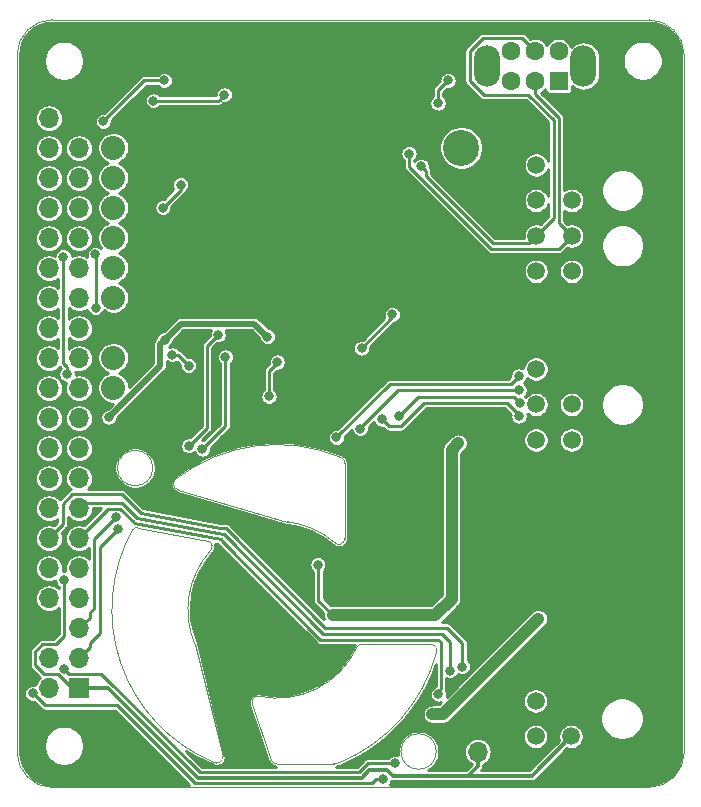
<source format=gbr>
G04 #@! TF.GenerationSoftware,KiCad,Pcbnew,(5.1.4)-1*
G04 #@! TF.CreationDate,2019-11-01T08:15:42-05:00*
G04 #@! TF.ProjectId,20-ELC-3-01-R1 (Telemetry PCB),32302d45-4c43-42d3-932d-30312d523120,rev?*
G04 #@! TF.SameCoordinates,Original*
G04 #@! TF.FileFunction,Copper,L2,Bot*
G04 #@! TF.FilePolarity,Positive*
%FSLAX46Y46*%
G04 Gerber Fmt 4.6, Leading zero omitted, Abs format (unit mm)*
G04 Created by KiCad (PCBNEW (5.1.4)-1) date 2019-11-01 08:15:42*
%MOMM*%
%LPD*%
G04 APERTURE LIST*
%ADD10C,0.050000*%
%ADD11C,2.032000*%
%ADD12C,3.048000*%
%ADD13O,1.700000X1.700000*%
%ADD14R,1.700000X1.700000*%
%ADD15C,1.600000*%
%ADD16R,1.600000X1.600000*%
%ADD17O,2.200000X3.500000*%
%ADD18C,0.500000*%
%ADD19C,0.100000*%
%ADD20C,1.800000*%
%ADD21C,1.500000*%
%ADD22C,0.800000*%
%ADD23C,0.250000*%
%ADD24C,0.300000*%
%ADD25C,0.500000*%
%ADD26C,1.000000*%
%ADD27C,0.254000*%
G04 APERTURE END LIST*
D10*
X224659306Y-74785594D02*
G75*
G02X224423888Y-73898567I90694J498824D01*
G01*
X238475001Y-72077229D02*
G75*
G02X238751115Y-72550000I-223885J-447772D01*
G01*
X238750000Y-78925000D02*
G75*
G02X237878767Y-79249999I-496234J0D01*
G01*
X239766350Y-88149340D02*
G75*
G02X240250000Y-87850000I458651J-200659D01*
G01*
X246050000Y-87845095D02*
G75*
G02X246529562Y-88499959I1J-503025D01*
G01*
X238225000Y-97925000D02*
G75*
G02X237818609Y-97986492I-281391J486036D01*
G01*
X233000000Y-98000000D02*
G75*
G02X232525002Y-97651879I1J498120D01*
G01*
X230920833Y-92926317D02*
G75*
G02X231450000Y-92275001I479168J151317D01*
G01*
X228400731Y-97349890D02*
G75*
G02X227597476Y-97831020I-500731J-75110D01*
G01*
X227204858Y-79137508D02*
G75*
G02X227349999Y-79974999I-179858J-462492D01*
G01*
X220790072Y-78165782D02*
G75*
G02X221275000Y-78025000I359928J-334218D01*
G01*
X233000000Y-98000000D02*
X237818609Y-97986492D01*
X226059891Y-87866853D02*
G75*
G02X227349999Y-79974999I6940109J2916853D01*
G01*
X233856182Y-77496187D02*
G75*
G02X237878767Y-79249999I-856182J-7453813D01*
G01*
X239768697Y-88150450D02*
G75*
G02X231450000Y-92275001I-6768697J3200450D01*
G01*
X227597476Y-97831021D02*
G75*
G02X220790072Y-78165782I5402524J12881021D01*
G01*
X224423888Y-73898567D02*
G75*
G02X238475000Y-72077229I8576112J-11051433D01*
G01*
X246529562Y-88499958D02*
G75*
G02X238225000Y-97925000I-13529562J3549958D01*
G01*
X221275000Y-78025000D02*
X227204858Y-79137507D01*
X224659306Y-74785594D02*
X233856182Y-77496187D01*
X238751115Y-72550000D02*
X238750000Y-78925000D01*
X246050000Y-87845095D02*
X240250000Y-87850000D01*
X228400731Y-97349890D02*
X226059891Y-87866853D01*
X232525002Y-97651879D02*
X230920833Y-92926317D01*
X214000000Y-100000000D02*
X264500000Y-100000000D01*
X222500000Y-72950000D02*
G75*
G03X222500000Y-72950000I-1500000J0D01*
G01*
X246500000Y-96950000D02*
G75*
G03X246500000Y-96950000I-1500000J0D01*
G01*
X214000000Y-100000000D02*
G75*
G02X211000000Y-97000000I0J3000000D01*
G01*
X267500000Y-97000000D02*
G75*
G02X264500000Y-100000000I-3000000J0D01*
G01*
X264500000Y-35000000D02*
G75*
G02X267500000Y-38000000I0J-3000000D01*
G01*
X211000000Y-38000000D02*
G75*
G02X214000000Y-35000000I3000000J0D01*
G01*
X211000000Y-38000000D02*
X211000000Y-97000000D01*
X264500000Y-35000000D02*
X214000000Y-35000000D01*
X267500000Y-38000000D02*
X267500000Y-97000000D01*
D11*
X219157000Y-45840000D03*
X219157000Y-48380000D03*
X219157000Y-50920000D03*
X219157000Y-53460000D03*
X219157000Y-56000000D03*
X219157000Y-58540000D03*
X219157000Y-61080000D03*
X219157000Y-63620000D03*
D12*
X248621000Y-45840000D03*
D11*
X219157000Y-66160000D03*
D13*
X213704000Y-43342000D03*
X216244000Y-43342000D03*
X213704000Y-61122000D03*
X216244000Y-61122000D03*
X213704000Y-66202000D03*
X216244000Y-66202000D03*
X213704000Y-56042000D03*
X216244000Y-56042000D03*
X213704000Y-83982000D03*
X216244000Y-83982000D03*
X213704000Y-53502000D03*
X216244000Y-53502000D03*
X213704000Y-71282000D03*
X216244000Y-71282000D03*
X213704000Y-48422000D03*
X216244000Y-48422000D03*
X213704000Y-50962000D03*
X216244000Y-50962000D03*
X213704000Y-45882000D03*
X216244000Y-45882000D03*
X213704000Y-68742000D03*
X216244000Y-68742000D03*
X213704000Y-81442000D03*
X216244000Y-81442000D03*
X213704000Y-76362000D03*
X216244000Y-76362000D03*
X213704000Y-58582000D03*
X216244000Y-58582000D03*
X213704000Y-78902000D03*
X216244000Y-78902000D03*
X213704000Y-63662000D03*
X216244000Y-63662000D03*
D14*
X216244000Y-91602000D03*
D13*
X213704000Y-91602000D03*
X216244000Y-86522000D03*
X213704000Y-89062000D03*
X213704000Y-73822000D03*
X216244000Y-73822000D03*
X216244000Y-89062000D03*
X213704000Y-86522000D03*
D15*
X252863600Y-37662800D03*
X254863600Y-37662800D03*
X256863600Y-37662800D03*
X252863600Y-40162800D03*
X254863600Y-40162800D03*
D16*
X256863600Y-40162800D03*
D17*
X250763600Y-38912800D03*
X258963600Y-38912800D03*
D18*
X248894999Y-59983001D03*
X248894999Y-61283001D03*
X247894999Y-59983001D03*
X247894999Y-61283001D03*
X246894999Y-59983001D03*
X246894999Y-61283001D03*
D19*
G36*
X248919503Y-59734205D02*
G01*
X248943772Y-59737805D01*
X248967570Y-59743766D01*
X248990670Y-59752031D01*
X249012848Y-59762521D01*
X249033892Y-59775134D01*
X249053597Y-59789748D01*
X249071776Y-59806224D01*
X249088252Y-59824403D01*
X249102866Y-59844108D01*
X249115479Y-59865152D01*
X249125969Y-59887330D01*
X249134234Y-59910430D01*
X249140195Y-59934228D01*
X249143795Y-59958497D01*
X249144999Y-59983001D01*
X249144999Y-61283001D01*
X249143795Y-61307505D01*
X249140195Y-61331774D01*
X249134234Y-61355572D01*
X249125969Y-61378672D01*
X249115479Y-61400850D01*
X249102866Y-61421894D01*
X249088252Y-61441599D01*
X249071776Y-61459778D01*
X249053597Y-61476254D01*
X249033892Y-61490868D01*
X249012848Y-61503481D01*
X248990670Y-61513971D01*
X248967570Y-61522236D01*
X248943772Y-61528197D01*
X248919503Y-61531797D01*
X248894999Y-61533001D01*
X246894999Y-61533001D01*
X246870495Y-61531797D01*
X246846226Y-61528197D01*
X246822428Y-61522236D01*
X246799328Y-61513971D01*
X246777150Y-61503481D01*
X246756106Y-61490868D01*
X246736401Y-61476254D01*
X246718222Y-61459778D01*
X246701746Y-61441599D01*
X246687132Y-61421894D01*
X246674519Y-61400850D01*
X246664029Y-61378672D01*
X246655764Y-61355572D01*
X246649803Y-61331774D01*
X246646203Y-61307505D01*
X246644999Y-61283001D01*
X246644999Y-59983001D01*
X246646203Y-59958497D01*
X246649803Y-59934228D01*
X246655764Y-59910430D01*
X246664029Y-59887330D01*
X246674519Y-59865152D01*
X246687132Y-59844108D01*
X246701746Y-59824403D01*
X246718222Y-59806224D01*
X246736401Y-59789748D01*
X246756106Y-59775134D01*
X246777150Y-59762521D01*
X246799328Y-59752031D01*
X246822428Y-59743766D01*
X246846226Y-59737805D01*
X246870495Y-59734205D01*
X246894999Y-59733001D01*
X248894999Y-59733001D01*
X248919503Y-59734205D01*
X248919503Y-59734205D01*
G37*
D20*
X247894999Y-60633001D03*
D14*
X254558800Y-60502800D03*
D19*
G36*
X258474504Y-63818004D02*
G01*
X258498773Y-63821604D01*
X258522571Y-63827565D01*
X258545671Y-63835830D01*
X258567849Y-63846320D01*
X258588893Y-63858933D01*
X258608598Y-63873547D01*
X258626777Y-63890023D01*
X258643253Y-63908202D01*
X258657867Y-63927907D01*
X258670480Y-63948951D01*
X258680970Y-63971129D01*
X258689235Y-63994229D01*
X258695196Y-64018027D01*
X258698796Y-64042296D01*
X258700000Y-64066800D01*
X258700000Y-65066800D01*
X258698796Y-65091304D01*
X258695196Y-65115573D01*
X258689235Y-65139371D01*
X258680970Y-65162471D01*
X258670480Y-65184649D01*
X258657867Y-65205693D01*
X258643253Y-65225398D01*
X258626777Y-65243577D01*
X258608598Y-65260053D01*
X258588893Y-65274667D01*
X258567849Y-65287280D01*
X258545671Y-65297770D01*
X258522571Y-65306035D01*
X258498773Y-65311996D01*
X258474504Y-65315596D01*
X258450000Y-65316800D01*
X257450000Y-65316800D01*
X257425496Y-65315596D01*
X257401227Y-65311996D01*
X257377429Y-65306035D01*
X257354329Y-65297770D01*
X257332151Y-65287280D01*
X257311107Y-65274667D01*
X257291402Y-65260053D01*
X257273223Y-65243577D01*
X257256747Y-65225398D01*
X257242133Y-65205693D01*
X257229520Y-65184649D01*
X257219030Y-65162471D01*
X257210765Y-65139371D01*
X257204804Y-65115573D01*
X257201204Y-65091304D01*
X257200000Y-65066800D01*
X257200000Y-64066800D01*
X257201204Y-64042296D01*
X257204804Y-64018027D01*
X257210765Y-63994229D01*
X257219030Y-63971129D01*
X257229520Y-63948951D01*
X257242133Y-63927907D01*
X257256747Y-63908202D01*
X257273223Y-63890023D01*
X257291402Y-63873547D01*
X257311107Y-63858933D01*
X257332151Y-63846320D01*
X257354329Y-63835830D01*
X257377429Y-63827565D01*
X257401227Y-63821604D01*
X257425496Y-63818004D01*
X257450000Y-63816800D01*
X258450000Y-63816800D01*
X258474504Y-63818004D01*
X258474504Y-63818004D01*
G37*
D21*
X257950000Y-64566800D03*
X257950000Y-67566800D03*
X257950000Y-70566800D03*
X254950000Y-64566800D03*
X254950000Y-67566800D03*
X254950000Y-70566800D03*
D19*
G36*
X258429504Y-91926204D02*
G01*
X258453773Y-91929804D01*
X258477571Y-91935765D01*
X258500671Y-91944030D01*
X258522849Y-91954520D01*
X258543893Y-91967133D01*
X258563598Y-91981747D01*
X258581777Y-91998223D01*
X258598253Y-92016402D01*
X258612867Y-92036107D01*
X258625480Y-92057151D01*
X258635970Y-92079329D01*
X258644235Y-92102429D01*
X258650196Y-92126227D01*
X258653796Y-92150496D01*
X258655000Y-92175000D01*
X258655000Y-93175000D01*
X258653796Y-93199504D01*
X258650196Y-93223773D01*
X258644235Y-93247571D01*
X258635970Y-93270671D01*
X258625480Y-93292849D01*
X258612867Y-93313893D01*
X258598253Y-93333598D01*
X258581777Y-93351777D01*
X258563598Y-93368253D01*
X258543893Y-93382867D01*
X258522849Y-93395480D01*
X258500671Y-93405970D01*
X258477571Y-93414235D01*
X258453773Y-93420196D01*
X258429504Y-93423796D01*
X258405000Y-93425000D01*
X257405000Y-93425000D01*
X257380496Y-93423796D01*
X257356227Y-93420196D01*
X257332429Y-93414235D01*
X257309329Y-93405970D01*
X257287151Y-93395480D01*
X257266107Y-93382867D01*
X257246402Y-93368253D01*
X257228223Y-93351777D01*
X257211747Y-93333598D01*
X257197133Y-93313893D01*
X257184520Y-93292849D01*
X257174030Y-93270671D01*
X257165765Y-93247571D01*
X257159804Y-93223773D01*
X257156204Y-93199504D01*
X257155000Y-93175000D01*
X257155000Y-92175000D01*
X257156204Y-92150496D01*
X257159804Y-92126227D01*
X257165765Y-92102429D01*
X257174030Y-92079329D01*
X257184520Y-92057151D01*
X257197133Y-92036107D01*
X257211747Y-92016402D01*
X257228223Y-91998223D01*
X257246402Y-91981747D01*
X257266107Y-91967133D01*
X257287151Y-91954520D01*
X257309329Y-91944030D01*
X257332429Y-91935765D01*
X257356227Y-91929804D01*
X257380496Y-91926204D01*
X257405000Y-91925000D01*
X258405000Y-91925000D01*
X258429504Y-91926204D01*
X258429504Y-91926204D01*
G37*
D21*
X257905000Y-92675000D03*
X257905000Y-95675000D03*
X254905000Y-92675000D03*
X254905000Y-95675000D03*
D13*
X250010000Y-96975000D03*
D14*
X252550000Y-96975000D03*
D19*
G36*
X258486904Y-46546004D02*
G01*
X258511173Y-46549604D01*
X258534971Y-46555565D01*
X258558071Y-46563830D01*
X258580249Y-46574320D01*
X258601293Y-46586933D01*
X258620998Y-46601547D01*
X258639177Y-46618023D01*
X258655653Y-46636202D01*
X258670267Y-46655907D01*
X258682880Y-46676951D01*
X258693370Y-46699129D01*
X258701635Y-46722229D01*
X258707596Y-46746027D01*
X258711196Y-46770296D01*
X258712400Y-46794800D01*
X258712400Y-47794800D01*
X258711196Y-47819304D01*
X258707596Y-47843573D01*
X258701635Y-47867371D01*
X258693370Y-47890471D01*
X258682880Y-47912649D01*
X258670267Y-47933693D01*
X258655653Y-47953398D01*
X258639177Y-47971577D01*
X258620998Y-47988053D01*
X258601293Y-48002667D01*
X258580249Y-48015280D01*
X258558071Y-48025770D01*
X258534971Y-48034035D01*
X258511173Y-48039996D01*
X258486904Y-48043596D01*
X258462400Y-48044800D01*
X257462400Y-48044800D01*
X257437896Y-48043596D01*
X257413627Y-48039996D01*
X257389829Y-48034035D01*
X257366729Y-48025770D01*
X257344551Y-48015280D01*
X257323507Y-48002667D01*
X257303802Y-47988053D01*
X257285623Y-47971577D01*
X257269147Y-47953398D01*
X257254533Y-47933693D01*
X257241920Y-47912649D01*
X257231430Y-47890471D01*
X257223165Y-47867371D01*
X257217204Y-47843573D01*
X257213604Y-47819304D01*
X257212400Y-47794800D01*
X257212400Y-46794800D01*
X257213604Y-46770296D01*
X257217204Y-46746027D01*
X257223165Y-46722229D01*
X257231430Y-46699129D01*
X257241920Y-46676951D01*
X257254533Y-46655907D01*
X257269147Y-46636202D01*
X257285623Y-46618023D01*
X257303802Y-46601547D01*
X257323507Y-46586933D01*
X257344551Y-46574320D01*
X257366729Y-46563830D01*
X257389829Y-46555565D01*
X257413627Y-46549604D01*
X257437896Y-46546004D01*
X257462400Y-46544800D01*
X258462400Y-46544800D01*
X258486904Y-46546004D01*
X258486904Y-46546004D01*
G37*
D21*
X257962400Y-47294800D03*
X257962400Y-50294800D03*
X257962400Y-53294800D03*
X257962400Y-56294800D03*
X254962400Y-47294800D03*
X254962400Y-50294800D03*
X254962400Y-53294800D03*
X254962400Y-56294800D03*
D22*
X223500000Y-62075000D03*
X214975000Y-82425000D03*
X218774998Y-68650000D03*
X222541000Y-41859200D03*
X232206800Y-61823594D03*
X228549200Y-41351200D03*
X233325000Y-66725000D03*
X227925000Y-66725000D03*
X234650000Y-45050000D03*
X233550000Y-50550000D03*
X220900000Y-44550000D03*
X225450000Y-45500000D03*
X244400000Y-64200000D03*
X228000000Y-54750000D03*
X249650000Y-49700000D03*
X228500000Y-36700000D03*
X231100000Y-37950000D03*
X234113564Y-89601600D03*
X219412660Y-39262660D03*
X240275000Y-65575000D03*
X252843001Y-92668001D03*
X240350000Y-55350000D03*
X239769930Y-61033666D03*
X233500000Y-59675000D03*
X232625000Y-55825000D03*
X230925000Y-53425000D03*
X228294200Y-81276600D03*
X229996598Y-88774202D03*
X229825000Y-89900001D03*
X234237082Y-82450118D03*
X237845600Y-84175600D03*
X228854000Y-58623204D03*
X240020688Y-84294800D03*
X223113600Y-76352400D03*
X223350004Y-50900000D03*
X224850000Y-48958722D03*
X255150000Y-85700000D03*
X232337756Y-66884232D03*
X233024990Y-63979990D03*
X225525002Y-64275000D03*
X224142153Y-63367151D03*
X246169760Y-93812947D03*
X240175000Y-62800000D03*
X242775000Y-59950000D03*
X246650000Y-42050006D03*
X247497600Y-40132000D03*
X246675000Y-92100000D03*
X248700000Y-89775000D03*
X247662339Y-90112659D03*
X212319474Y-92032837D03*
X242000002Y-99300000D03*
X215012658Y-89937339D03*
X242975000Y-97950000D03*
X219550000Y-78125000D03*
X226688642Y-71334997D03*
X228650802Y-63550800D03*
X219392068Y-77125000D03*
X225550000Y-71075002D03*
X228037398Y-61675002D03*
X218300000Y-43600000D03*
X214924289Y-55043420D03*
X215231475Y-64993831D03*
X223468264Y-40121744D03*
X217650009Y-59374991D03*
X217625014Y-54850000D03*
X240050000Y-69625002D03*
X253500000Y-66350000D03*
X253500000Y-65150000D03*
X238049998Y-70350002D03*
X253556700Y-67473403D03*
X243337375Y-68587305D03*
X241900159Y-68800161D03*
X253500002Y-68550000D03*
X244195600Y-46329600D03*
X245216260Y-47391740D03*
X248350000Y-70850000D03*
X237744000Y-85394800D03*
X236474000Y-81127600D03*
D23*
X214975000Y-87180000D02*
X214975000Y-82425000D01*
X214268001Y-87886999D02*
X214975000Y-87180000D01*
X212528999Y-88497999D02*
X213139999Y-87886999D01*
X212528999Y-89626001D02*
X212528999Y-88497999D01*
X214450000Y-90400000D02*
X213302998Y-90400000D01*
X213139999Y-87886999D02*
X214268001Y-87886999D01*
X214637143Y-90577663D02*
X214627663Y-90577663D01*
X214627663Y-90577663D02*
X214450000Y-90400000D01*
X215037142Y-90977662D02*
X214637143Y-90577663D01*
X213302998Y-90400000D02*
X212528999Y-89626001D01*
X215652000Y-91602000D02*
X214627663Y-90577663D01*
X216244000Y-91602000D02*
X215652000Y-91602000D01*
D24*
X218716489Y-91602000D02*
X216244000Y-91602000D01*
X226289469Y-99174980D02*
X218716489Y-91602000D01*
X242829979Y-99014983D02*
X242364996Y-98550000D01*
X242364996Y-98550000D02*
X240796766Y-98550000D01*
X240171786Y-99174980D02*
X226289469Y-99174980D01*
X240796766Y-98550000D02*
X240171786Y-99174980D01*
X249172098Y-99014983D02*
X248939983Y-99014983D01*
X250010000Y-98177081D02*
X249172098Y-99014983D01*
X250010000Y-96975000D02*
X250010000Y-98177081D01*
X248939983Y-99014983D02*
X242829979Y-99014983D01*
X254565017Y-99014983D02*
X248939983Y-99014983D01*
D25*
X223100001Y-64324997D02*
X218774998Y-68650000D01*
X223100001Y-62474999D02*
X223100001Y-64324997D01*
X223500000Y-62075000D02*
X223100001Y-62474999D01*
D24*
X254565017Y-99014983D02*
X257905000Y-95675000D01*
D25*
X231102756Y-60719550D02*
X232206800Y-61823594D01*
X223500000Y-62075000D02*
X224855450Y-60719550D01*
X224855450Y-60719550D02*
X231102756Y-60719550D01*
D23*
X222541000Y-41859200D02*
X228041200Y-41859200D01*
X228149201Y-41751199D02*
X228549200Y-41351200D01*
X228041200Y-41859200D02*
X228149201Y-41751199D01*
X224850000Y-49400004D02*
X224850000Y-48958722D01*
X223350004Y-50900000D02*
X224850000Y-49400004D01*
X233024990Y-64030010D02*
X233024990Y-63979990D01*
X232337756Y-66884232D02*
X232337756Y-64717244D01*
X232337756Y-64717244D02*
X233024990Y-64030010D01*
X225525002Y-64275000D02*
X224617153Y-63367151D01*
X224617153Y-63367151D02*
X224142153Y-63367151D01*
D26*
X246182707Y-93800000D02*
X246169760Y-93812947D01*
X247025000Y-93800000D02*
X246182707Y-93800000D01*
X255150000Y-85700000D02*
X255125000Y-85700000D01*
D23*
X240175000Y-62800000D02*
X242775000Y-60200000D01*
X242775000Y-60200000D02*
X242775000Y-59950000D01*
D26*
X247037053Y-93812947D02*
X246169760Y-93812947D01*
X255150000Y-85700000D02*
X247037053Y-93812947D01*
D23*
X247097601Y-40531999D02*
X247497600Y-40132000D01*
X246650000Y-40979600D02*
X247097601Y-40531999D01*
X246650000Y-42050006D02*
X246650000Y-40979600D01*
X220865642Y-77552052D02*
X220893262Y-77592531D01*
X220893262Y-77592531D02*
X228257398Y-78982965D01*
X246659354Y-87497690D02*
X246864569Y-87702539D01*
X216244000Y-78902000D02*
X218746001Y-76399999D01*
X218746001Y-76399999D02*
X219713589Y-76399999D01*
X246864569Y-87702539D02*
X246899999Y-87737969D01*
X246899999Y-87737969D02*
X246899999Y-91700001D01*
X246899999Y-91700001D02*
X246500000Y-92100000D01*
X228420831Y-79222478D02*
X236696044Y-87497691D01*
X228257398Y-78982965D02*
X228420831Y-79222478D01*
X219713589Y-76399999D02*
X220865642Y-77552052D01*
X246659354Y-87497562D02*
X246659354Y-87497690D01*
X246656365Y-87494573D02*
X246659354Y-87497562D01*
X242970519Y-87497690D02*
X246656365Y-87494573D01*
X236696044Y-87497691D02*
X242970519Y-87497690D01*
X214879001Y-77726999D02*
X213704000Y-78902000D01*
X215679999Y-75186999D02*
X214879001Y-75987997D01*
X221458292Y-76783292D02*
X219861999Y-75186999D01*
X219861999Y-75186999D02*
X215679999Y-75186999D01*
X228167140Y-78050000D02*
X221458292Y-76783292D01*
X248716800Y-89758200D02*
X248716800Y-87776808D01*
X248700000Y-89775000D02*
X248716800Y-89758200D01*
X248716800Y-87776808D02*
X247401592Y-86461600D01*
X247401592Y-86461600D02*
X237083600Y-86461600D01*
X237083600Y-86461600D02*
X228672000Y-78050000D01*
X214879001Y-75987997D02*
X214879001Y-77726999D01*
X228672000Y-78050000D02*
X228167140Y-78050000D01*
X216681000Y-75925000D02*
X216244000Y-76362000D01*
X219900004Y-75925000D02*
X216681000Y-75925000D01*
X221159922Y-77184918D02*
X219900004Y-75925000D01*
X247662339Y-87688663D02*
X246948676Y-86975000D01*
X246948676Y-86975000D02*
X236925000Y-86975000D01*
X236925000Y-86975000D02*
X228503533Y-78553533D01*
X228503533Y-78553533D02*
X228408501Y-78553533D01*
X247662339Y-90112659D02*
X247662339Y-87688663D01*
X228408501Y-78553533D02*
X221159922Y-77184918D01*
X241434317Y-99300000D02*
X242000002Y-99300000D01*
X212319474Y-92032837D02*
X213336637Y-93050000D01*
X241084327Y-99649990D02*
X241434317Y-99300000D01*
X213336637Y-93050000D02*
X219475000Y-93050000D01*
X226074990Y-99649990D02*
X241084327Y-99649990D01*
X219475000Y-93050000D02*
X226074990Y-99649990D01*
X240725000Y-97950000D02*
X242975000Y-97950000D01*
X239975031Y-98699969D02*
X240725000Y-97950000D01*
X226486224Y-98699969D02*
X239975031Y-98699969D01*
X218136254Y-90349999D02*
X226486224Y-98699969D01*
X215425318Y-90349999D02*
X218136254Y-90349999D01*
X215012658Y-89937339D02*
X215425318Y-90349999D01*
X217192068Y-88113932D02*
X216244000Y-89062000D01*
X217192068Y-87775000D02*
X217192068Y-88113932D01*
X218025000Y-86942068D02*
X217192068Y-87775000D01*
X219550000Y-78125000D02*
X218025000Y-79650000D01*
X218025000Y-79650000D02*
X218025000Y-86942068D01*
X228650802Y-69372837D02*
X228650802Y-63550800D01*
X226688642Y-71334997D02*
X228650802Y-69372837D01*
X217150000Y-85616000D02*
X216244000Y-86522000D01*
X217150000Y-85200000D02*
X217150000Y-85616000D01*
X217549999Y-84800001D02*
X217150000Y-85200000D01*
X219392068Y-77125000D02*
X217549999Y-78967069D01*
X217549999Y-78967069D02*
X217549999Y-84800001D01*
X227076000Y-62636400D02*
X228037398Y-61675002D01*
X225550000Y-71075002D02*
X227076000Y-69549002D01*
X227076000Y-69549002D02*
X227076000Y-62636400D01*
X215231475Y-64388477D02*
X214924289Y-64081291D01*
X215231475Y-64993831D02*
X215231475Y-64388477D01*
X214924289Y-64081291D02*
X214924289Y-55043420D01*
X221778256Y-40121744D02*
X223468264Y-40121744D01*
X218300000Y-43600000D02*
X221778256Y-40121744D01*
X217650009Y-54874995D02*
X217625014Y-54850000D01*
X217650009Y-59374991D02*
X217650009Y-54874995D01*
X243300000Y-66350000D02*
X253500000Y-66350000D01*
X240050000Y-69625002D02*
X240050000Y-69600000D01*
X240050000Y-69600000D02*
X243300000Y-66350000D01*
X242550000Y-65850000D02*
X238049998Y-70350002D01*
X253500000Y-65150000D02*
X252800000Y-65850000D01*
X252800000Y-65850000D02*
X242550000Y-65850000D01*
X244949691Y-66974989D02*
X243337375Y-68587305D01*
X253106189Y-66974989D02*
X244949691Y-66974989D01*
X253556700Y-67473403D02*
X253556700Y-67425500D01*
X253556700Y-67425500D02*
X253106189Y-66974989D01*
X253500002Y-68500002D02*
X253500002Y-68550000D01*
X252450000Y-67450000D02*
X253500002Y-68500002D01*
X245500000Y-67450000D02*
X252450000Y-67450000D01*
X243525001Y-69424999D02*
X245500000Y-67450000D01*
X241900159Y-68800161D02*
X242524997Y-69424999D01*
X242524997Y-69424999D02*
X243525001Y-69424999D01*
X254863600Y-41294170D02*
X254863600Y-40162800D01*
X256887390Y-43317960D02*
X254863600Y-41294170D01*
X256887390Y-52219790D02*
X256887390Y-43317960D01*
X257962400Y-53294800D02*
X256887390Y-52219790D01*
X244195600Y-47423211D02*
X244195600Y-46329600D01*
X257962400Y-53294800D02*
X256887399Y-54369801D01*
X256887399Y-54369801D02*
X251142190Y-54369801D01*
X251142190Y-54369801D02*
X244195600Y-47423211D01*
X253738599Y-36537799D02*
X254863600Y-37662800D01*
X250473333Y-36537799D02*
X253738599Y-36537799D01*
X249338590Y-37672542D02*
X250473333Y-36537799D01*
X249338590Y-40153058D02*
X249338590Y-37672542D01*
X250557312Y-41371780D02*
X249338590Y-40153058D01*
X254304800Y-41371780D02*
X250557312Y-41371780D01*
X256437380Y-43504360D02*
X254304800Y-41371780D01*
X256437380Y-51819820D02*
X256437380Y-43504360D01*
X254962400Y-53294800D02*
X256437380Y-51819820D01*
X245616259Y-47791739D02*
X245216260Y-47391740D01*
X245616259Y-48207459D02*
X245616259Y-47791739D01*
X251307600Y-53898800D02*
X245616259Y-48207459D01*
X254358400Y-53898800D02*
X251307600Y-53898800D01*
X254962400Y-53294800D02*
X254358400Y-53898800D01*
D26*
X246430800Y-85394800D02*
X237744000Y-85394800D01*
X247802400Y-84023200D02*
X246430800Y-85394800D01*
X248350000Y-70850000D02*
X247802400Y-71397600D01*
X247802400Y-71397600D02*
X247802400Y-84023200D01*
D23*
X236524800Y-81178400D02*
X236474000Y-81127600D01*
X237744000Y-85394800D02*
X236524800Y-84175600D01*
X236524800Y-84175600D02*
X236524800Y-81178400D01*
D27*
G36*
X265033518Y-35305520D02*
G01*
X265546718Y-35460463D01*
X266020049Y-35712137D01*
X266435484Y-36050957D01*
X266777192Y-36464011D01*
X267032166Y-36935577D01*
X267190689Y-37447679D01*
X267247974Y-37992710D01*
X267248000Y-38000304D01*
X267248001Y-96987668D01*
X267194480Y-97533517D01*
X267039534Y-98046722D01*
X266787861Y-98520051D01*
X266449041Y-98935486D01*
X266035989Y-99277192D01*
X265564422Y-99532167D01*
X265052317Y-99690690D01*
X264507290Y-99747974D01*
X264499696Y-99748000D01*
X242575014Y-99748000D01*
X242644261Y-99644364D01*
X242699064Y-99512058D01*
X242706253Y-99475914D01*
X242736471Y-99485080D01*
X242806556Y-99491983D01*
X242806563Y-99491983D01*
X242829978Y-99494289D01*
X242853393Y-99491983D01*
X249148683Y-99491983D01*
X249172098Y-99494289D01*
X249195513Y-99491983D01*
X254541602Y-99491983D01*
X254565017Y-99494289D01*
X254588432Y-99491983D01*
X254588440Y-99491983D01*
X254658525Y-99485080D01*
X254748440Y-99457805D01*
X254831306Y-99413512D01*
X254903938Y-99353904D01*
X254918872Y-99335707D01*
X257557700Y-96696880D01*
X257590851Y-96710611D01*
X257798925Y-96752000D01*
X258011075Y-96752000D01*
X258219149Y-96710611D01*
X258415151Y-96629425D01*
X258591547Y-96511560D01*
X258741560Y-96361547D01*
X258859425Y-96185151D01*
X258940611Y-95989149D01*
X258982000Y-95781075D01*
X258982000Y-95568925D01*
X258940611Y-95360851D01*
X258859425Y-95164849D01*
X258741560Y-94988453D01*
X258591547Y-94838440D01*
X258415151Y-94720575D01*
X258219149Y-94639389D01*
X258011075Y-94598000D01*
X257798925Y-94598000D01*
X257590851Y-94639389D01*
X257394849Y-94720575D01*
X257218453Y-94838440D01*
X257068440Y-94988453D01*
X256950575Y-95164849D01*
X256869389Y-95360851D01*
X256828000Y-95568925D01*
X256828000Y-95781075D01*
X256869389Y-95989149D01*
X256883120Y-96022300D01*
X254367438Y-98537983D01*
X250323678Y-98537983D01*
X250330729Y-98530932D01*
X250348921Y-98516002D01*
X250408529Y-98443370D01*
X250452822Y-98360504D01*
X250480097Y-98270589D01*
X250487000Y-98200504D01*
X250487000Y-98200497D01*
X250489306Y-98177082D01*
X250487000Y-98153667D01*
X250487000Y-98054623D01*
X250667070Y-97958374D01*
X250846291Y-97811291D01*
X250993374Y-97632070D01*
X251102667Y-97427597D01*
X251169969Y-97205732D01*
X251192694Y-96975000D01*
X251169969Y-96744268D01*
X251102667Y-96522403D01*
X250993374Y-96317930D01*
X250846291Y-96138709D01*
X250667070Y-95991626D01*
X250462597Y-95882333D01*
X250240732Y-95815031D01*
X250067812Y-95798000D01*
X249952188Y-95798000D01*
X249779268Y-95815031D01*
X249557403Y-95882333D01*
X249352930Y-95991626D01*
X249173709Y-96138709D01*
X249026626Y-96317930D01*
X248917333Y-96522403D01*
X248850031Y-96744268D01*
X248827306Y-96975000D01*
X248850031Y-97205732D01*
X248917333Y-97427597D01*
X249026626Y-97632070D01*
X249173709Y-97811291D01*
X249352930Y-97958374D01*
X249484045Y-98028456D01*
X248974519Y-98537983D01*
X245774431Y-98537983D01*
X245835315Y-98512764D01*
X246124145Y-98319775D01*
X246369775Y-98074145D01*
X246562764Y-97785315D01*
X246695698Y-97464384D01*
X246763467Y-97123686D01*
X246763467Y-96776314D01*
X246695698Y-96435616D01*
X246562764Y-96114685D01*
X246369775Y-95825855D01*
X246124145Y-95580225D01*
X246107234Y-95568925D01*
X253828000Y-95568925D01*
X253828000Y-95781075D01*
X253869389Y-95989149D01*
X253950575Y-96185151D01*
X254068440Y-96361547D01*
X254218453Y-96511560D01*
X254394849Y-96629425D01*
X254590851Y-96710611D01*
X254798925Y-96752000D01*
X255011075Y-96752000D01*
X255219149Y-96710611D01*
X255415151Y-96629425D01*
X255591547Y-96511560D01*
X255741560Y-96361547D01*
X255859425Y-96185151D01*
X255940611Y-95989149D01*
X255982000Y-95781075D01*
X255982000Y-95568925D01*
X255940611Y-95360851D01*
X255859425Y-95164849D01*
X255741560Y-94988453D01*
X255591547Y-94838440D01*
X255415151Y-94720575D01*
X255219149Y-94639389D01*
X255011075Y-94598000D01*
X254798925Y-94598000D01*
X254590851Y-94639389D01*
X254394849Y-94720575D01*
X254218453Y-94838440D01*
X254068440Y-94988453D01*
X253950575Y-95164849D01*
X253869389Y-95360851D01*
X253828000Y-95568925D01*
X246107234Y-95568925D01*
X245835315Y-95387236D01*
X245514384Y-95254302D01*
X245173686Y-95186533D01*
X244826314Y-95186533D01*
X244485616Y-95254302D01*
X244164685Y-95387236D01*
X243875855Y-95580225D01*
X243630225Y-95825855D01*
X243437236Y-96114685D01*
X243304302Y-96435616D01*
X243236533Y-96776314D01*
X243236533Y-97123686D01*
X243268560Y-97284697D01*
X243187058Y-97250938D01*
X243046603Y-97223000D01*
X242903397Y-97223000D01*
X242762942Y-97250938D01*
X242630636Y-97305741D01*
X242511564Y-97385302D01*
X242410302Y-97486564D01*
X242402661Y-97498000D01*
X240747204Y-97498000D01*
X240724999Y-97495813D01*
X240636392Y-97504540D01*
X240625036Y-97507985D01*
X240551190Y-97530386D01*
X240472667Y-97572357D01*
X240403841Y-97628841D01*
X240389685Y-97646090D01*
X239787808Y-98247969D01*
X238011679Y-98247969D01*
X238027651Y-98247392D01*
X238050329Y-98244339D01*
X238072963Y-98241612D01*
X238076391Y-98240829D01*
X238076393Y-98240829D01*
X238076395Y-98240828D01*
X238183074Y-98215672D01*
X238204740Y-98208268D01*
X238226400Y-98201201D01*
X238229613Y-98199767D01*
X238329029Y-98154526D01*
X239344103Y-97697990D01*
X239348464Y-97695742D01*
X239352974Y-97693791D01*
X239365012Y-97687391D01*
X240659908Y-96953346D01*
X240665476Y-96949785D01*
X240671211Y-96946541D01*
X240682500Y-96938899D01*
X241892061Y-96071410D01*
X241897212Y-96067283D01*
X241902577Y-96063443D01*
X241912990Y-96054644D01*
X243023520Y-95063533D01*
X243028204Y-95058881D01*
X243033130Y-95054493D01*
X243042549Y-95044638D01*
X244041471Y-93941129D01*
X244045632Y-93936010D01*
X244050066Y-93931120D01*
X244058366Y-93920342D01*
X244058385Y-93920319D01*
X244058393Y-93920306D01*
X244934388Y-92716909D01*
X244937980Y-92711379D01*
X244941871Y-92706043D01*
X244948995Y-92694420D01*
X245692159Y-91404735D01*
X245695144Y-91398851D01*
X245698444Y-91393136D01*
X245704292Y-91380821D01*
X246306201Y-90019468D01*
X246308547Y-90013293D01*
X246311218Y-90007266D01*
X246315725Y-89994400D01*
X246447999Y-89581228D01*
X246448000Y-91407127D01*
X246330636Y-91455741D01*
X246211564Y-91535302D01*
X246110302Y-91636564D01*
X246030741Y-91755636D01*
X245975938Y-91887942D01*
X245948000Y-92028397D01*
X245948000Y-92171603D01*
X245975938Y-92312058D01*
X246030741Y-92444364D01*
X246110302Y-92563436D01*
X246211564Y-92664698D01*
X246330636Y-92744259D01*
X246462942Y-92799062D01*
X246603397Y-92827000D01*
X246746603Y-92827000D01*
X246879976Y-92800471D01*
X246707447Y-92973000D01*
X246223321Y-92973000D01*
X246182707Y-92969000D01*
X246142093Y-92973000D01*
X246142083Y-92973000D01*
X246020587Y-92984966D01*
X245864697Y-93032255D01*
X245721028Y-93109048D01*
X245595101Y-93212394D01*
X245589265Y-93219505D01*
X245582154Y-93225341D01*
X245478808Y-93351268D01*
X245402015Y-93494937D01*
X245354726Y-93650827D01*
X245338759Y-93812947D01*
X245354726Y-93975067D01*
X245402015Y-94130957D01*
X245478808Y-94274626D01*
X245582154Y-94400553D01*
X245708081Y-94503899D01*
X245851750Y-94580692D01*
X246007640Y-94627981D01*
X246129136Y-94639947D01*
X246129146Y-94639947D01*
X246169760Y-94643947D01*
X246210374Y-94639947D01*
X246996439Y-94639947D01*
X247037053Y-94643947D01*
X247077667Y-94639947D01*
X247077677Y-94639947D01*
X247199173Y-94627981D01*
X247355063Y-94580692D01*
X247498732Y-94503899D01*
X247624659Y-94400553D01*
X247650558Y-94368995D01*
X248024497Y-93995056D01*
X260398000Y-93995056D01*
X260398000Y-94354944D01*
X260468211Y-94707916D01*
X260605934Y-95040409D01*
X260805876Y-95339645D01*
X261060355Y-95594124D01*
X261359591Y-95794066D01*
X261692084Y-95931789D01*
X262045056Y-96002000D01*
X262404944Y-96002000D01*
X262757916Y-95931789D01*
X263090409Y-95794066D01*
X263389645Y-95594124D01*
X263644124Y-95339645D01*
X263844066Y-95040409D01*
X263981789Y-94707916D01*
X264052000Y-94354944D01*
X264052000Y-93995056D01*
X263981789Y-93642084D01*
X263844066Y-93309591D01*
X263644124Y-93010355D01*
X263389645Y-92755876D01*
X263090409Y-92555934D01*
X262757916Y-92418211D01*
X262404944Y-92348000D01*
X262045056Y-92348000D01*
X261692084Y-92418211D01*
X261359591Y-92555934D01*
X261060355Y-92755876D01*
X260805876Y-93010355D01*
X260605934Y-93309591D01*
X260468211Y-93642084D01*
X260398000Y-93995056D01*
X248024497Y-93995056D01*
X249450628Y-92568925D01*
X253828000Y-92568925D01*
X253828000Y-92781075D01*
X253869389Y-92989149D01*
X253950575Y-93185151D01*
X254068440Y-93361547D01*
X254218453Y-93511560D01*
X254394849Y-93629425D01*
X254590851Y-93710611D01*
X254798925Y-93752000D01*
X255011075Y-93752000D01*
X255219149Y-93710611D01*
X255415151Y-93629425D01*
X255591547Y-93511560D01*
X255741560Y-93361547D01*
X255859425Y-93185151D01*
X255940611Y-92989149D01*
X255982000Y-92781075D01*
X255982000Y-92568925D01*
X255940611Y-92360851D01*
X255859425Y-92164849D01*
X255741560Y-91988453D01*
X255591547Y-91838440D01*
X255415151Y-91720575D01*
X255219149Y-91639389D01*
X255011075Y-91598000D01*
X254798925Y-91598000D01*
X254590851Y-91639389D01*
X254394849Y-91720575D01*
X254218453Y-91838440D01*
X254068440Y-91988453D01*
X253950575Y-92164849D01*
X253869389Y-92360851D01*
X253828000Y-92568925D01*
X249450628Y-92568925D01*
X255706059Y-86313496D01*
X255737606Y-86287606D01*
X255763496Y-86256059D01*
X255763503Y-86256052D01*
X255840952Y-86161680D01*
X255903658Y-86044364D01*
X255917745Y-86018010D01*
X255965034Y-85862120D01*
X255981001Y-85700000D01*
X255965034Y-85537880D01*
X255917745Y-85381990D01*
X255849433Y-85254188D01*
X255840952Y-85238320D01*
X255737606Y-85112394D01*
X255611680Y-85009048D01*
X255541503Y-84971538D01*
X255468010Y-84932255D01*
X255312120Y-84884966D01*
X255190624Y-84873000D01*
X255190614Y-84873000D01*
X255150000Y-84869000D01*
X255109386Y-84873000D01*
X255084376Y-84873000D01*
X254962880Y-84884966D01*
X254806990Y-84932255D01*
X254663321Y-85009048D01*
X254537394Y-85112394D01*
X254434048Y-85238321D01*
X254424774Y-85255671D01*
X247375471Y-92304976D01*
X247402000Y-92171603D01*
X247402000Y-92028397D01*
X247374062Y-91887942D01*
X247340157Y-91806088D01*
X247345459Y-91788609D01*
X247354186Y-91700002D01*
X247351999Y-91677797D01*
X247351999Y-90771011D01*
X247450281Y-90811721D01*
X247590736Y-90839659D01*
X247733942Y-90839659D01*
X247874397Y-90811721D01*
X248006703Y-90756918D01*
X248125775Y-90677357D01*
X248227037Y-90576095D01*
X248306598Y-90457023D01*
X248329480Y-90401782D01*
X248355636Y-90419259D01*
X248487942Y-90474062D01*
X248628397Y-90502000D01*
X248771603Y-90502000D01*
X248912058Y-90474062D01*
X249044364Y-90419259D01*
X249163436Y-90339698D01*
X249264698Y-90238436D01*
X249344259Y-90119364D01*
X249399062Y-89987058D01*
X249427000Y-89846603D01*
X249427000Y-89703397D01*
X249399062Y-89562942D01*
X249344259Y-89430636D01*
X249264698Y-89311564D01*
X249168800Y-89215666D01*
X249168800Y-87799013D01*
X249170987Y-87776808D01*
X249162260Y-87688200D01*
X249136414Y-87602998D01*
X249125821Y-87583180D01*
X249094443Y-87524475D01*
X249037959Y-87455649D01*
X249020705Y-87441489D01*
X247736915Y-86157700D01*
X247722751Y-86140441D01*
X247653925Y-86083957D01*
X247575402Y-86041986D01*
X247490199Y-86016140D01*
X247423797Y-86009600D01*
X247401592Y-86007413D01*
X247379387Y-86009600D01*
X246985270Y-86009600D01*
X247018406Y-85982406D01*
X247044305Y-85950848D01*
X248358458Y-84636697D01*
X248390006Y-84610806D01*
X248415896Y-84579259D01*
X248415902Y-84579253D01*
X248493351Y-84484881D01*
X248511093Y-84451688D01*
X248570145Y-84341210D01*
X248617434Y-84185320D01*
X248629400Y-84063824D01*
X248629400Y-84063812D01*
X248633400Y-84023201D01*
X248629400Y-83982590D01*
X248629400Y-71740153D01*
X248963502Y-71406052D01*
X249040951Y-71311681D01*
X249117744Y-71168011D01*
X249165032Y-71012121D01*
X249181000Y-70850001D01*
X249165032Y-70687880D01*
X249117744Y-70531990D01*
X249079652Y-70460725D01*
X253873000Y-70460725D01*
X253873000Y-70672875D01*
X253914389Y-70880949D01*
X253995575Y-71076951D01*
X254113440Y-71253347D01*
X254263453Y-71403360D01*
X254439849Y-71521225D01*
X254635851Y-71602411D01*
X254843925Y-71643800D01*
X255056075Y-71643800D01*
X255264149Y-71602411D01*
X255460151Y-71521225D01*
X255636547Y-71403360D01*
X255786560Y-71253347D01*
X255904425Y-71076951D01*
X255985611Y-70880949D01*
X256027000Y-70672875D01*
X256027000Y-70460725D01*
X256873000Y-70460725D01*
X256873000Y-70672875D01*
X256914389Y-70880949D01*
X256995575Y-71076951D01*
X257113440Y-71253347D01*
X257263453Y-71403360D01*
X257439849Y-71521225D01*
X257635851Y-71602411D01*
X257843925Y-71643800D01*
X258056075Y-71643800D01*
X258264149Y-71602411D01*
X258460151Y-71521225D01*
X258636547Y-71403360D01*
X258786560Y-71253347D01*
X258904425Y-71076951D01*
X258985611Y-70880949D01*
X259027000Y-70672875D01*
X259027000Y-70460725D01*
X258985611Y-70252651D01*
X258904425Y-70056649D01*
X258786560Y-69880253D01*
X258636547Y-69730240D01*
X258460151Y-69612375D01*
X258264149Y-69531189D01*
X258056075Y-69489800D01*
X257843925Y-69489800D01*
X257635851Y-69531189D01*
X257439849Y-69612375D01*
X257263453Y-69730240D01*
X257113440Y-69880253D01*
X256995575Y-70056649D01*
X256914389Y-70252651D01*
X256873000Y-70460725D01*
X256027000Y-70460725D01*
X255985611Y-70252651D01*
X255904425Y-70056649D01*
X255786560Y-69880253D01*
X255636547Y-69730240D01*
X255460151Y-69612375D01*
X255264149Y-69531189D01*
X255056075Y-69489800D01*
X254843925Y-69489800D01*
X254635851Y-69531189D01*
X254439849Y-69612375D01*
X254263453Y-69730240D01*
X254113440Y-69880253D01*
X253995575Y-70056649D01*
X253914389Y-70252651D01*
X253873000Y-70460725D01*
X249079652Y-70460725D01*
X249040951Y-70388321D01*
X248937606Y-70262394D01*
X248811679Y-70159049D01*
X248668010Y-70082256D01*
X248512120Y-70034968D01*
X248349999Y-70019000D01*
X248187879Y-70034968D01*
X248031989Y-70082256D01*
X247888319Y-70159049D01*
X247793948Y-70236498D01*
X247246352Y-70784095D01*
X247214794Y-70809994D01*
X247163125Y-70872953D01*
X247111448Y-70935921D01*
X247078618Y-70997343D01*
X247034655Y-71079591D01*
X246987366Y-71235481D01*
X246975400Y-71356977D01*
X246975400Y-71356986D01*
X246971400Y-71397600D01*
X246975400Y-71438214D01*
X246975401Y-83680644D01*
X246088247Y-84567800D01*
X237703376Y-84567800D01*
X237581880Y-84579766D01*
X237571376Y-84582952D01*
X236976800Y-83988377D01*
X236976800Y-81652934D01*
X237038698Y-81591036D01*
X237118259Y-81471964D01*
X237173062Y-81339658D01*
X237201000Y-81199203D01*
X237201000Y-81055997D01*
X237173062Y-80915542D01*
X237118259Y-80783236D01*
X237038698Y-80664164D01*
X236937436Y-80562902D01*
X236818364Y-80483341D01*
X236686058Y-80428538D01*
X236545603Y-80400600D01*
X236402397Y-80400600D01*
X236261942Y-80428538D01*
X236129636Y-80483341D01*
X236010564Y-80562902D01*
X235909302Y-80664164D01*
X235829741Y-80783236D01*
X235774938Y-80915542D01*
X235747000Y-81055997D01*
X235747000Y-81199203D01*
X235774938Y-81339658D01*
X235829741Y-81471964D01*
X235909302Y-81591036D01*
X236010564Y-81692298D01*
X236072801Y-81733883D01*
X236072800Y-84153395D01*
X236070613Y-84175600D01*
X236072800Y-84197804D01*
X236079340Y-84264206D01*
X236105186Y-84349409D01*
X236147157Y-84427932D01*
X236203641Y-84496759D01*
X236220900Y-84510923D01*
X236932152Y-85222176D01*
X236928966Y-85232680D01*
X236912999Y-85394800D01*
X236928966Y-85556920D01*
X236976255Y-85712810D01*
X236978805Y-85717581D01*
X229007323Y-77746100D01*
X228993159Y-77728841D01*
X228924333Y-77672357D01*
X228845810Y-77630386D01*
X228760607Y-77604540D01*
X228694205Y-77598000D01*
X228672000Y-77595813D01*
X228649795Y-77598000D01*
X228209439Y-77598000D01*
X221679250Y-76365025D01*
X220197322Y-74883099D01*
X220183158Y-74865840D01*
X220114332Y-74809356D01*
X220035809Y-74767385D01*
X219950606Y-74741539D01*
X219884204Y-74734999D01*
X219861999Y-74732812D01*
X219839794Y-74734999D01*
X216986822Y-74734999D01*
X217080291Y-74658291D01*
X217227374Y-74479070D01*
X217336667Y-74274597D01*
X217403969Y-74052732D01*
X217426694Y-73822000D01*
X217403969Y-73591268D01*
X217336667Y-73369403D01*
X217227374Y-73164930D01*
X217080291Y-72985709D01*
X216901070Y-72838626D01*
X216784493Y-72776314D01*
X219236533Y-72776314D01*
X219236533Y-73123686D01*
X219304302Y-73464384D01*
X219437236Y-73785315D01*
X219630225Y-74074145D01*
X219875855Y-74319775D01*
X220164685Y-74512764D01*
X220485616Y-74645698D01*
X220826314Y-74713467D01*
X221173686Y-74713467D01*
X221514384Y-74645698D01*
X221835315Y-74512764D01*
X222124145Y-74319775D01*
X222164604Y-74279316D01*
X223991839Y-74279316D01*
X223992356Y-74302200D01*
X223992553Y-74324988D01*
X223992950Y-74328473D01*
X223992950Y-74328485D01*
X223992952Y-74328496D01*
X224004830Y-74426718D01*
X224009776Y-74449039D01*
X224014402Y-74471385D01*
X224015471Y-74474737D01*
X224046205Y-74568792D01*
X224055399Y-74589742D01*
X224064270Y-74610746D01*
X224065969Y-74613826D01*
X224114386Y-74700121D01*
X224127469Y-74718878D01*
X224140256Y-74737768D01*
X224142522Y-74740460D01*
X224206778Y-74815707D01*
X224223237Y-74831548D01*
X224239468Y-74847613D01*
X224242214Y-74849813D01*
X224319861Y-74911146D01*
X224339115Y-74923509D01*
X224358126Y-74936094D01*
X224361246Y-74937719D01*
X224449328Y-74982802D01*
X224470598Y-74991182D01*
X224491710Y-74999843D01*
X224495083Y-75000830D01*
X224495089Y-75000832D01*
X224589153Y-75027635D01*
X233785014Y-77737928D01*
X233785021Y-77737931D01*
X233785032Y-77737934D01*
X233796810Y-77741405D01*
X233809374Y-77743801D01*
X233809383Y-77743803D01*
X233809643Y-77743852D01*
X233833356Y-77748374D01*
X233833560Y-77748372D01*
X234858450Y-77942075D01*
X235850624Y-78283757D01*
X236783078Y-78765085D01*
X237643007Y-79380792D01*
X237705175Y-79433247D01*
X237723041Y-79452235D01*
X237734879Y-79462578D01*
X237745940Y-79473716D01*
X237748666Y-79475940D01*
X237824144Y-79536625D01*
X237843286Y-79549151D01*
X237862190Y-79561902D01*
X237865293Y-79563552D01*
X237865297Y-79563555D01*
X237865301Y-79563557D01*
X237951122Y-79608423D01*
X237972314Y-79616985D01*
X237993356Y-79625830D01*
X237996716Y-79626845D01*
X237996722Y-79626847D01*
X237996728Y-79626848D01*
X238089631Y-79654191D01*
X238112070Y-79658472D01*
X238134439Y-79663063D01*
X238137940Y-79663407D01*
X238234390Y-79672185D01*
X238257301Y-79672025D01*
X238280069Y-79672184D01*
X238283570Y-79671842D01*
X238379889Y-79661719D01*
X238402324Y-79657114D01*
X238424700Y-79652845D01*
X238428062Y-79651831D01*
X238428066Y-79651830D01*
X238428069Y-79651829D01*
X238520583Y-79623190D01*
X238541666Y-79614327D01*
X238562813Y-79605783D01*
X238565920Y-79604132D01*
X238651113Y-79558069D01*
X238670063Y-79545287D01*
X238689163Y-79532788D01*
X238691890Y-79530565D01*
X238766512Y-79468831D01*
X238782664Y-79452566D01*
X238798921Y-79436646D01*
X238801164Y-79433936D01*
X238801167Y-79433933D01*
X238801169Y-79433929D01*
X238862375Y-79358884D01*
X238875008Y-79339871D01*
X238887920Y-79321012D01*
X238889593Y-79317918D01*
X238935060Y-79232406D01*
X238943767Y-79211281D01*
X238952761Y-79190297D01*
X238953802Y-79186936D01*
X238981793Y-79094222D01*
X238986227Y-79071829D01*
X238990978Y-79049476D01*
X238991346Y-79045978D01*
X239000797Y-78949592D01*
X239000797Y-78949582D01*
X239001997Y-78937420D01*
X239003117Y-72537669D01*
X239002622Y-72532637D01*
X238999329Y-72450164D01*
X238996332Y-72428527D01*
X238993806Y-72406813D01*
X238993037Y-72403380D01*
X238971000Y-72308193D01*
X238963691Y-72286518D01*
X238956705Y-72264807D01*
X238955284Y-72261589D01*
X238915178Y-72172496D01*
X238903811Y-72152678D01*
X238892729Y-72132714D01*
X238890710Y-72129833D01*
X238834063Y-72050227D01*
X238819061Y-72032990D01*
X238804314Y-72015562D01*
X238801774Y-72013128D01*
X238730742Y-71946040D01*
X238712690Y-71932055D01*
X238694828Y-71917814D01*
X238691863Y-71915920D01*
X238609154Y-71863906D01*
X238605972Y-71862315D01*
X238598188Y-71857391D01*
X238574129Y-71845545D01*
X238565956Y-71842306D01*
X238565165Y-71841911D01*
X238564489Y-71841725D01*
X238561455Y-71840523D01*
X237196872Y-71342118D01*
X237190711Y-71340233D01*
X237184674Y-71338013D01*
X237171543Y-71334350D01*
X235727394Y-70973269D01*
X235720912Y-70972011D01*
X235714515Y-70970405D01*
X235701069Y-70968158D01*
X234226727Y-70762582D01*
X234220149Y-70762019D01*
X234213617Y-70761103D01*
X234200008Y-70760297D01*
X232712169Y-70712555D01*
X232705572Y-70712695D01*
X232698977Y-70712477D01*
X232685360Y-70713122D01*
X232685357Y-70713122D01*
X231200870Y-70823754D01*
X231194319Y-70824595D01*
X231187743Y-70825079D01*
X231174271Y-70827167D01*
X229709944Y-71094921D01*
X229703519Y-71096453D01*
X229697033Y-71097633D01*
X229683868Y-71101139D01*
X229683858Y-71101141D01*
X229683853Y-71101143D01*
X228256275Y-71522983D01*
X228250049Y-71525189D01*
X228243725Y-71527052D01*
X228230998Y-71531940D01*
X226856325Y-72103096D01*
X226850374Y-72105949D01*
X226844279Y-72108475D01*
X226832144Y-72114688D01*
X225525947Y-72828687D01*
X225520335Y-72832155D01*
X225514540Y-72835316D01*
X225503134Y-72842783D01*
X224280205Y-73691542D01*
X224259019Y-73707983D01*
X224255554Y-73711318D01*
X224253756Y-73712667D01*
X224251177Y-73715060D01*
X224209552Y-73754236D01*
X224197938Y-73767532D01*
X224185608Y-73780165D01*
X224183427Y-73782926D01*
X224122637Y-73861000D01*
X224110413Y-73880332D01*
X224097956Y-73899439D01*
X224096352Y-73902571D01*
X224051886Y-73990965D01*
X224043649Y-74012305D01*
X224035141Y-74033465D01*
X224034180Y-74036838D01*
X224034176Y-74036848D01*
X224034174Y-74036858D01*
X224007726Y-74132197D01*
X224003795Y-74154708D01*
X223999555Y-74177140D01*
X223999266Y-74180646D01*
X223991839Y-74279316D01*
X222164604Y-74279316D01*
X222369775Y-74074145D01*
X222562764Y-73785315D01*
X222695698Y-73464384D01*
X222763467Y-73123686D01*
X222763467Y-72776314D01*
X222695698Y-72435616D01*
X222562764Y-72114685D01*
X222369775Y-71825855D01*
X222124145Y-71580225D01*
X221835315Y-71387236D01*
X221514384Y-71254302D01*
X221173686Y-71186533D01*
X220826314Y-71186533D01*
X220485616Y-71254302D01*
X220164685Y-71387236D01*
X219875855Y-71580225D01*
X219630225Y-71825855D01*
X219437236Y-72114685D01*
X219304302Y-72435616D01*
X219236533Y-72776314D01*
X216784493Y-72776314D01*
X216696597Y-72729333D01*
X216474732Y-72662031D01*
X216301812Y-72645000D01*
X216186188Y-72645000D01*
X216013268Y-72662031D01*
X215791403Y-72729333D01*
X215586930Y-72838626D01*
X215407709Y-72985709D01*
X215260626Y-73164930D01*
X215151333Y-73369403D01*
X215084031Y-73591268D01*
X215061306Y-73822000D01*
X215084031Y-74052732D01*
X215151333Y-74274597D01*
X215260626Y-74479070D01*
X215407709Y-74658291D01*
X215531343Y-74759755D01*
X215506189Y-74767385D01*
X215427666Y-74809356D01*
X215358840Y-74865840D01*
X215344684Y-74883089D01*
X214613212Y-75614563D01*
X214540291Y-75525709D01*
X214361070Y-75378626D01*
X214156597Y-75269333D01*
X213934732Y-75202031D01*
X213761812Y-75185000D01*
X213646188Y-75185000D01*
X213473268Y-75202031D01*
X213251403Y-75269333D01*
X213046930Y-75378626D01*
X212867709Y-75525709D01*
X212720626Y-75704930D01*
X212611333Y-75909403D01*
X212544031Y-76131268D01*
X212521306Y-76362000D01*
X212544031Y-76592732D01*
X212611333Y-76814597D01*
X212720626Y-77019070D01*
X212867709Y-77198291D01*
X213046930Y-77345374D01*
X213251403Y-77454667D01*
X213473268Y-77521969D01*
X213646188Y-77539000D01*
X213761812Y-77539000D01*
X213934732Y-77521969D01*
X214156597Y-77454667D01*
X214361070Y-77345374D01*
X214427002Y-77291265D01*
X214427002Y-77539773D01*
X214157148Y-77809628D01*
X214156597Y-77809333D01*
X213934732Y-77742031D01*
X213761812Y-77725000D01*
X213646188Y-77725000D01*
X213473268Y-77742031D01*
X213251403Y-77809333D01*
X213046930Y-77918626D01*
X212867709Y-78065709D01*
X212720626Y-78244930D01*
X212611333Y-78449403D01*
X212544031Y-78671268D01*
X212521306Y-78902000D01*
X212544031Y-79132732D01*
X212611333Y-79354597D01*
X212720626Y-79559070D01*
X212867709Y-79738291D01*
X213046930Y-79885374D01*
X213251403Y-79994667D01*
X213473268Y-80061969D01*
X213646188Y-80079000D01*
X213761812Y-80079000D01*
X213934732Y-80061969D01*
X214156597Y-79994667D01*
X214361070Y-79885374D01*
X214540291Y-79738291D01*
X214687374Y-79559070D01*
X214796667Y-79354597D01*
X214863969Y-79132732D01*
X214886694Y-78902000D01*
X214863969Y-78671268D01*
X214796667Y-78449403D01*
X214796372Y-78448852D01*
X215182911Y-78062314D01*
X215200160Y-78048158D01*
X215256644Y-77979332D01*
X215298615Y-77900809D01*
X215318712Y-77834559D01*
X215324461Y-77815607D01*
X215333188Y-77727000D01*
X215331001Y-77704795D01*
X215331001Y-77104822D01*
X215407709Y-77198291D01*
X215586930Y-77345374D01*
X215791403Y-77454667D01*
X216013268Y-77521969D01*
X216186188Y-77539000D01*
X216301812Y-77539000D01*
X216474732Y-77521969D01*
X216696597Y-77454667D01*
X216901070Y-77345374D01*
X217080291Y-77198291D01*
X217227374Y-77019070D01*
X217336667Y-76814597D01*
X217403969Y-76592732D01*
X217425217Y-76377000D01*
X218129776Y-76377000D01*
X216697149Y-77809628D01*
X216696597Y-77809333D01*
X216474732Y-77742031D01*
X216301812Y-77725000D01*
X216186188Y-77725000D01*
X216013268Y-77742031D01*
X215791403Y-77809333D01*
X215586930Y-77918626D01*
X215407709Y-78065709D01*
X215260626Y-78244930D01*
X215151333Y-78449403D01*
X215084031Y-78671268D01*
X215061306Y-78902000D01*
X215084031Y-79132732D01*
X215151333Y-79354597D01*
X215260626Y-79559070D01*
X215407709Y-79738291D01*
X215586930Y-79885374D01*
X215791403Y-79994667D01*
X216013268Y-80061969D01*
X216186188Y-80079000D01*
X216301812Y-80079000D01*
X216474732Y-80061969D01*
X216696597Y-79994667D01*
X216901070Y-79885374D01*
X217080291Y-79738291D01*
X217097999Y-79716714D01*
X217097999Y-80627287D01*
X217080291Y-80605709D01*
X216901070Y-80458626D01*
X216696597Y-80349333D01*
X216474732Y-80282031D01*
X216301812Y-80265000D01*
X216186188Y-80265000D01*
X216013268Y-80282031D01*
X215791403Y-80349333D01*
X215586930Y-80458626D01*
X215407709Y-80605709D01*
X215260626Y-80784930D01*
X215151333Y-80989403D01*
X215084031Y-81211268D01*
X215061306Y-81442000D01*
X215084031Y-81672732D01*
X215094592Y-81707545D01*
X215046603Y-81698000D01*
X214903397Y-81698000D01*
X214853280Y-81707969D01*
X214863969Y-81672732D01*
X214886694Y-81442000D01*
X214863969Y-81211268D01*
X214796667Y-80989403D01*
X214687374Y-80784930D01*
X214540291Y-80605709D01*
X214361070Y-80458626D01*
X214156597Y-80349333D01*
X213934732Y-80282031D01*
X213761812Y-80265000D01*
X213646188Y-80265000D01*
X213473268Y-80282031D01*
X213251403Y-80349333D01*
X213046930Y-80458626D01*
X212867709Y-80605709D01*
X212720626Y-80784930D01*
X212611333Y-80989403D01*
X212544031Y-81211268D01*
X212521306Y-81442000D01*
X212544031Y-81672732D01*
X212611333Y-81894597D01*
X212720626Y-82099070D01*
X212867709Y-82278291D01*
X213046930Y-82425374D01*
X213251403Y-82534667D01*
X213473268Y-82601969D01*
X213646188Y-82619000D01*
X213761812Y-82619000D01*
X213934732Y-82601969D01*
X214156597Y-82534667D01*
X214248000Y-82485811D01*
X214248000Y-82496603D01*
X214275938Y-82637058D01*
X214330741Y-82769364D01*
X214410302Y-82888436D01*
X214511564Y-82989698D01*
X214523001Y-82997340D01*
X214523001Y-83131519D01*
X214361070Y-82998626D01*
X214156597Y-82889333D01*
X213934732Y-82822031D01*
X213761812Y-82805000D01*
X213646188Y-82805000D01*
X213473268Y-82822031D01*
X213251403Y-82889333D01*
X213046930Y-82998626D01*
X212867709Y-83145709D01*
X212720626Y-83324930D01*
X212611333Y-83529403D01*
X212544031Y-83751268D01*
X212521306Y-83982000D01*
X212544031Y-84212732D01*
X212611333Y-84434597D01*
X212720626Y-84639070D01*
X212867709Y-84818291D01*
X213046930Y-84965374D01*
X213251403Y-85074667D01*
X213473268Y-85141969D01*
X213646188Y-85159000D01*
X213761812Y-85159000D01*
X213934732Y-85141969D01*
X214156597Y-85074667D01*
X214361070Y-84965374D01*
X214523000Y-84832481D01*
X214523000Y-86992776D01*
X214080778Y-87434999D01*
X213162201Y-87434999D01*
X213139998Y-87432812D01*
X213117795Y-87434999D01*
X213117794Y-87434999D01*
X213051392Y-87441539D01*
X212966189Y-87467385D01*
X212887666Y-87509356D01*
X212818840Y-87565840D01*
X212804684Y-87583089D01*
X212225094Y-88162681D01*
X212207841Y-88176840D01*
X212155104Y-88241100D01*
X212151357Y-88245666D01*
X212109385Y-88324190D01*
X212083539Y-88409392D01*
X212074812Y-88497999D01*
X212077000Y-88520214D01*
X212076999Y-89603796D01*
X212074812Y-89626001D01*
X212083539Y-89714608D01*
X212105680Y-89787595D01*
X212109385Y-89799810D01*
X212151356Y-89878333D01*
X212207840Y-89947160D01*
X212225099Y-89961324D01*
X212956563Y-90692789D01*
X212867709Y-90765709D01*
X212720626Y-90944930D01*
X212611333Y-91149403D01*
X212552740Y-91342559D01*
X212531532Y-91333775D01*
X212391077Y-91305837D01*
X212247871Y-91305837D01*
X212107416Y-91333775D01*
X211975110Y-91388578D01*
X211856038Y-91468139D01*
X211754776Y-91569401D01*
X211675215Y-91688473D01*
X211620412Y-91820779D01*
X211592474Y-91961234D01*
X211592474Y-92104440D01*
X211620412Y-92244895D01*
X211675215Y-92377201D01*
X211754776Y-92496273D01*
X211856038Y-92597535D01*
X211975110Y-92677096D01*
X212107416Y-92731899D01*
X212247871Y-92759837D01*
X212391077Y-92759837D01*
X212404567Y-92757154D01*
X213001318Y-93353905D01*
X213015478Y-93371159D01*
X213084304Y-93427643D01*
X213139716Y-93457261D01*
X213162827Y-93469614D01*
X213248029Y-93495460D01*
X213336637Y-93504187D01*
X213358842Y-93502000D01*
X219287777Y-93502000D01*
X225533775Y-99748000D01*
X214012322Y-99748000D01*
X213466483Y-99694480D01*
X212953278Y-99539534D01*
X212479949Y-99287861D01*
X212064514Y-98949041D01*
X211722808Y-98535989D01*
X211467833Y-98064422D01*
X211309310Y-97552317D01*
X211252026Y-97007290D01*
X211252000Y-96999696D01*
X211252000Y-96304368D01*
X213272000Y-96304368D01*
X213272000Y-96639632D01*
X213337407Y-96968455D01*
X213465707Y-97278199D01*
X213651970Y-97556962D01*
X213889038Y-97794030D01*
X214167801Y-97980293D01*
X214477545Y-98108593D01*
X214806368Y-98174000D01*
X215141632Y-98174000D01*
X215470455Y-98108593D01*
X215780199Y-97980293D01*
X216058962Y-97794030D01*
X216296030Y-97556962D01*
X216482293Y-97278199D01*
X216610593Y-96968455D01*
X216676000Y-96639632D01*
X216676000Y-96304368D01*
X216610593Y-95975545D01*
X216482293Y-95665801D01*
X216296030Y-95387038D01*
X216058962Y-95149970D01*
X215780199Y-94963707D01*
X215470455Y-94835407D01*
X215141632Y-94770000D01*
X214806368Y-94770000D01*
X214477545Y-94835407D01*
X214167801Y-94963707D01*
X213889038Y-95149970D01*
X213651970Y-95387038D01*
X213465707Y-95665801D01*
X213337407Y-95975545D01*
X213272000Y-96304368D01*
X211252000Y-96304368D01*
X211252000Y-73822000D01*
X212521306Y-73822000D01*
X212544031Y-74052732D01*
X212611333Y-74274597D01*
X212720626Y-74479070D01*
X212867709Y-74658291D01*
X213046930Y-74805374D01*
X213251403Y-74914667D01*
X213473268Y-74981969D01*
X213646188Y-74999000D01*
X213761812Y-74999000D01*
X213934732Y-74981969D01*
X214156597Y-74914667D01*
X214361070Y-74805374D01*
X214540291Y-74658291D01*
X214687374Y-74479070D01*
X214796667Y-74274597D01*
X214863969Y-74052732D01*
X214886694Y-73822000D01*
X214863969Y-73591268D01*
X214796667Y-73369403D01*
X214687374Y-73164930D01*
X214540291Y-72985709D01*
X214361070Y-72838626D01*
X214156597Y-72729333D01*
X213934732Y-72662031D01*
X213761812Y-72645000D01*
X213646188Y-72645000D01*
X213473268Y-72662031D01*
X213251403Y-72729333D01*
X213046930Y-72838626D01*
X212867709Y-72985709D01*
X212720626Y-73164930D01*
X212611333Y-73369403D01*
X212544031Y-73591268D01*
X212521306Y-73822000D01*
X211252000Y-73822000D01*
X211252000Y-71282000D01*
X212521306Y-71282000D01*
X212544031Y-71512732D01*
X212611333Y-71734597D01*
X212720626Y-71939070D01*
X212867709Y-72118291D01*
X213046930Y-72265374D01*
X213251403Y-72374667D01*
X213473268Y-72441969D01*
X213646188Y-72459000D01*
X213761812Y-72459000D01*
X213934732Y-72441969D01*
X214156597Y-72374667D01*
X214361070Y-72265374D01*
X214540291Y-72118291D01*
X214687374Y-71939070D01*
X214796667Y-71734597D01*
X214863969Y-71512732D01*
X214886694Y-71282000D01*
X215061306Y-71282000D01*
X215084031Y-71512732D01*
X215151333Y-71734597D01*
X215260626Y-71939070D01*
X215407709Y-72118291D01*
X215586930Y-72265374D01*
X215791403Y-72374667D01*
X216013268Y-72441969D01*
X216186188Y-72459000D01*
X216301812Y-72459000D01*
X216474732Y-72441969D01*
X216696597Y-72374667D01*
X216901070Y-72265374D01*
X217080291Y-72118291D01*
X217227374Y-71939070D01*
X217336667Y-71734597D01*
X217403969Y-71512732D01*
X217426694Y-71282000D01*
X217403969Y-71051268D01*
X217336667Y-70829403D01*
X217227374Y-70624930D01*
X217080291Y-70445709D01*
X216901070Y-70298626D01*
X216696597Y-70189333D01*
X216474732Y-70122031D01*
X216301812Y-70105000D01*
X216186188Y-70105000D01*
X216013268Y-70122031D01*
X215791403Y-70189333D01*
X215586930Y-70298626D01*
X215407709Y-70445709D01*
X215260626Y-70624930D01*
X215151333Y-70829403D01*
X215084031Y-71051268D01*
X215061306Y-71282000D01*
X214886694Y-71282000D01*
X214863969Y-71051268D01*
X214796667Y-70829403D01*
X214687374Y-70624930D01*
X214540291Y-70445709D01*
X214361070Y-70298626D01*
X214156597Y-70189333D01*
X213934732Y-70122031D01*
X213761812Y-70105000D01*
X213646188Y-70105000D01*
X213473268Y-70122031D01*
X213251403Y-70189333D01*
X213046930Y-70298626D01*
X212867709Y-70445709D01*
X212720626Y-70624930D01*
X212611333Y-70829403D01*
X212544031Y-71051268D01*
X212521306Y-71282000D01*
X211252000Y-71282000D01*
X211252000Y-68742000D01*
X212521306Y-68742000D01*
X212544031Y-68972732D01*
X212611333Y-69194597D01*
X212720626Y-69399070D01*
X212867709Y-69578291D01*
X213046930Y-69725374D01*
X213251403Y-69834667D01*
X213473268Y-69901969D01*
X213646188Y-69919000D01*
X213761812Y-69919000D01*
X213934732Y-69901969D01*
X214156597Y-69834667D01*
X214361070Y-69725374D01*
X214540291Y-69578291D01*
X214687374Y-69399070D01*
X214796667Y-69194597D01*
X214863969Y-68972732D01*
X214886694Y-68742000D01*
X215061306Y-68742000D01*
X215084031Y-68972732D01*
X215151333Y-69194597D01*
X215260626Y-69399070D01*
X215407709Y-69578291D01*
X215586930Y-69725374D01*
X215791403Y-69834667D01*
X216013268Y-69901969D01*
X216186188Y-69919000D01*
X216301812Y-69919000D01*
X216474732Y-69901969D01*
X216696597Y-69834667D01*
X216901070Y-69725374D01*
X217080291Y-69578291D01*
X217227374Y-69399070D01*
X217336667Y-69194597D01*
X217403969Y-68972732D01*
X217426694Y-68742000D01*
X217403969Y-68511268D01*
X217336667Y-68289403D01*
X217227374Y-68084930D01*
X217080291Y-67905709D01*
X216901070Y-67758626D01*
X216696597Y-67649333D01*
X216474732Y-67582031D01*
X216301812Y-67565000D01*
X216186188Y-67565000D01*
X216013268Y-67582031D01*
X215791403Y-67649333D01*
X215586930Y-67758626D01*
X215407709Y-67905709D01*
X215260626Y-68084930D01*
X215151333Y-68289403D01*
X215084031Y-68511268D01*
X215061306Y-68742000D01*
X214886694Y-68742000D01*
X214863969Y-68511268D01*
X214796667Y-68289403D01*
X214687374Y-68084930D01*
X214540291Y-67905709D01*
X214361070Y-67758626D01*
X214156597Y-67649333D01*
X213934732Y-67582031D01*
X213761812Y-67565000D01*
X213646188Y-67565000D01*
X213473268Y-67582031D01*
X213251403Y-67649333D01*
X213046930Y-67758626D01*
X212867709Y-67905709D01*
X212720626Y-68084930D01*
X212611333Y-68289403D01*
X212544031Y-68511268D01*
X212521306Y-68742000D01*
X211252000Y-68742000D01*
X211252000Y-66202000D01*
X212521306Y-66202000D01*
X212544031Y-66432732D01*
X212611333Y-66654597D01*
X212720626Y-66859070D01*
X212867709Y-67038291D01*
X213046930Y-67185374D01*
X213251403Y-67294667D01*
X213473268Y-67361969D01*
X213646188Y-67379000D01*
X213761812Y-67379000D01*
X213934732Y-67361969D01*
X214156597Y-67294667D01*
X214361070Y-67185374D01*
X214540291Y-67038291D01*
X214687374Y-66859070D01*
X214796667Y-66654597D01*
X214863969Y-66432732D01*
X214886694Y-66202000D01*
X214863969Y-65971268D01*
X214796667Y-65749403D01*
X214687374Y-65544930D01*
X214540291Y-65365709D01*
X214361070Y-65218626D01*
X214156597Y-65109333D01*
X213934732Y-65042031D01*
X213761812Y-65025000D01*
X213646188Y-65025000D01*
X213473268Y-65042031D01*
X213251403Y-65109333D01*
X213046930Y-65218626D01*
X212867709Y-65365709D01*
X212720626Y-65544930D01*
X212611333Y-65749403D01*
X212544031Y-65971268D01*
X212521306Y-66202000D01*
X211252000Y-66202000D01*
X211252000Y-56042000D01*
X212521306Y-56042000D01*
X212544031Y-56272732D01*
X212611333Y-56494597D01*
X212720626Y-56699070D01*
X212867709Y-56878291D01*
X213046930Y-57025374D01*
X213251403Y-57134667D01*
X213473268Y-57201969D01*
X213646188Y-57219000D01*
X213761812Y-57219000D01*
X213934732Y-57201969D01*
X214156597Y-57134667D01*
X214361070Y-57025374D01*
X214472290Y-56934098D01*
X214472290Y-57689902D01*
X214361070Y-57598626D01*
X214156597Y-57489333D01*
X213934732Y-57422031D01*
X213761812Y-57405000D01*
X213646188Y-57405000D01*
X213473268Y-57422031D01*
X213251403Y-57489333D01*
X213046930Y-57598626D01*
X212867709Y-57745709D01*
X212720626Y-57924930D01*
X212611333Y-58129403D01*
X212544031Y-58351268D01*
X212521306Y-58582000D01*
X212544031Y-58812732D01*
X212611333Y-59034597D01*
X212720626Y-59239070D01*
X212867709Y-59418291D01*
X213046930Y-59565374D01*
X213251403Y-59674667D01*
X213473268Y-59741969D01*
X213646188Y-59759000D01*
X213761812Y-59759000D01*
X213934732Y-59741969D01*
X214156597Y-59674667D01*
X214361070Y-59565374D01*
X214472290Y-59474098D01*
X214472289Y-60229902D01*
X214361070Y-60138626D01*
X214156597Y-60029333D01*
X213934732Y-59962031D01*
X213761812Y-59945000D01*
X213646188Y-59945000D01*
X213473268Y-59962031D01*
X213251403Y-60029333D01*
X213046930Y-60138626D01*
X212867709Y-60285709D01*
X212720626Y-60464930D01*
X212611333Y-60669403D01*
X212544031Y-60891268D01*
X212521306Y-61122000D01*
X212544031Y-61352732D01*
X212611333Y-61574597D01*
X212720626Y-61779070D01*
X212867709Y-61958291D01*
X213046930Y-62105374D01*
X213251403Y-62214667D01*
X213473268Y-62281969D01*
X213646188Y-62299000D01*
X213761812Y-62299000D01*
X213934732Y-62281969D01*
X214156597Y-62214667D01*
X214361070Y-62105374D01*
X214472289Y-62014099D01*
X214472289Y-62769901D01*
X214361070Y-62678626D01*
X214156597Y-62569333D01*
X213934732Y-62502031D01*
X213761812Y-62485000D01*
X213646188Y-62485000D01*
X213473268Y-62502031D01*
X213251403Y-62569333D01*
X213046930Y-62678626D01*
X212867709Y-62825709D01*
X212720626Y-63004930D01*
X212611333Y-63209403D01*
X212544031Y-63431268D01*
X212521306Y-63662000D01*
X212544031Y-63892732D01*
X212611333Y-64114597D01*
X212720626Y-64319070D01*
X212867709Y-64498291D01*
X213046930Y-64645374D01*
X213251403Y-64754667D01*
X213473268Y-64821969D01*
X213646188Y-64839000D01*
X213761812Y-64839000D01*
X213934732Y-64821969D01*
X214156597Y-64754667D01*
X214361070Y-64645374D01*
X214540291Y-64498291D01*
X214612581Y-64410206D01*
X214620389Y-64416614D01*
X214700473Y-64496699D01*
X214666777Y-64530395D01*
X214587216Y-64649467D01*
X214532413Y-64781773D01*
X214504475Y-64922228D01*
X214504475Y-65065434D01*
X214532413Y-65205889D01*
X214587216Y-65338195D01*
X214666777Y-65457267D01*
X214768039Y-65558529D01*
X214887111Y-65638090D01*
X215019417Y-65692893D01*
X215159872Y-65720831D01*
X215166605Y-65720831D01*
X215151333Y-65749403D01*
X215084031Y-65971268D01*
X215061306Y-66202000D01*
X215084031Y-66432732D01*
X215151333Y-66654597D01*
X215260626Y-66859070D01*
X215407709Y-67038291D01*
X215586930Y-67185374D01*
X215791403Y-67294667D01*
X216013268Y-67361969D01*
X216186188Y-67379000D01*
X216301812Y-67379000D01*
X216474732Y-67361969D01*
X216696597Y-67294667D01*
X216901070Y-67185374D01*
X217080291Y-67038291D01*
X217227374Y-66859070D01*
X217336667Y-66654597D01*
X217403969Y-66432732D01*
X217426694Y-66202000D01*
X217403969Y-65971268D01*
X217336667Y-65749403D01*
X217227374Y-65544930D01*
X217080291Y-65365709D01*
X216901070Y-65218626D01*
X216696597Y-65109333D01*
X216474732Y-65042031D01*
X216301812Y-65025000D01*
X216186188Y-65025000D01*
X216013268Y-65042031D01*
X215958475Y-65058652D01*
X215958475Y-64922228D01*
X215933733Y-64797842D01*
X216013268Y-64821969D01*
X216186188Y-64839000D01*
X216301812Y-64839000D01*
X216474732Y-64821969D01*
X216696597Y-64754667D01*
X216901070Y-64645374D01*
X217080291Y-64498291D01*
X217227374Y-64319070D01*
X217336667Y-64114597D01*
X217403969Y-63892732D01*
X217426694Y-63662000D01*
X217409530Y-63487726D01*
X217814000Y-63487726D01*
X217814000Y-63752274D01*
X217865611Y-64011739D01*
X217966849Y-64256149D01*
X218113824Y-64476112D01*
X218300888Y-64663176D01*
X218520851Y-64810151D01*
X218713623Y-64890000D01*
X218520851Y-64969849D01*
X218300888Y-65116824D01*
X218113824Y-65303888D01*
X217966849Y-65523851D01*
X217865611Y-65768261D01*
X217814000Y-66027726D01*
X217814000Y-66292274D01*
X217865611Y-66551739D01*
X217966849Y-66796149D01*
X218113824Y-67016112D01*
X218300888Y-67203176D01*
X218520851Y-67350151D01*
X218765261Y-67451389D01*
X219024726Y-67503000D01*
X219105997Y-67503000D01*
X218681677Y-67927320D01*
X218562940Y-67950938D01*
X218430634Y-68005741D01*
X218311562Y-68085302D01*
X218210300Y-68186564D01*
X218130739Y-68305636D01*
X218075936Y-68437942D01*
X218047998Y-68578397D01*
X218047998Y-68721603D01*
X218075936Y-68862058D01*
X218130739Y-68994364D01*
X218210300Y-69113436D01*
X218311562Y-69214698D01*
X218430634Y-69294259D01*
X218562940Y-69349062D01*
X218703395Y-69377000D01*
X218846601Y-69377000D01*
X218987056Y-69349062D01*
X219119362Y-69294259D01*
X219238434Y-69214698D01*
X219339696Y-69113436D01*
X219419257Y-68994364D01*
X219474060Y-68862058D01*
X219497678Y-68743321D01*
X223487963Y-64753036D01*
X223509975Y-64734971D01*
X223582080Y-64647112D01*
X223635658Y-64546873D01*
X223653803Y-64487058D01*
X223668652Y-64438109D01*
X223674364Y-64380111D01*
X223677001Y-64353333D01*
X223677001Y-64353328D01*
X223679791Y-64324997D01*
X223677001Y-64296666D01*
X223677001Y-63930133D01*
X223678717Y-63931849D01*
X223797789Y-64011410D01*
X223930095Y-64066213D01*
X224070550Y-64094151D01*
X224213756Y-64094151D01*
X224354211Y-64066213D01*
X224486517Y-64011410D01*
X224567846Y-63957068D01*
X224800685Y-64189907D01*
X224798002Y-64203397D01*
X224798002Y-64346603D01*
X224825940Y-64487058D01*
X224880743Y-64619364D01*
X224960304Y-64738436D01*
X225061566Y-64839698D01*
X225180638Y-64919259D01*
X225312944Y-64974062D01*
X225453399Y-65002000D01*
X225596605Y-65002000D01*
X225737060Y-64974062D01*
X225869366Y-64919259D01*
X225988438Y-64839698D01*
X226089700Y-64738436D01*
X226169261Y-64619364D01*
X226224064Y-64487058D01*
X226252002Y-64346603D01*
X226252002Y-64203397D01*
X226224064Y-64062942D01*
X226169261Y-63930636D01*
X226089700Y-63811564D01*
X225988438Y-63710302D01*
X225869366Y-63630741D01*
X225737060Y-63575938D01*
X225596605Y-63548000D01*
X225453399Y-63548000D01*
X225439909Y-63550683D01*
X224952476Y-63063251D01*
X224938312Y-63045992D01*
X224869486Y-62989508D01*
X224790963Y-62947537D01*
X224722193Y-62926676D01*
X224706851Y-62903715D01*
X224605589Y-62802453D01*
X224486517Y-62722892D01*
X224354211Y-62668089D01*
X224213756Y-62640151D01*
X224070550Y-62640151D01*
X223930095Y-62668089D01*
X223906023Y-62678060D01*
X223963436Y-62639698D01*
X224064698Y-62538436D01*
X224144259Y-62419364D01*
X224199062Y-62287058D01*
X224222680Y-62168321D01*
X225094451Y-61296550D01*
X227415916Y-61296550D01*
X227393139Y-61330638D01*
X227338336Y-61462944D01*
X227310398Y-61603399D01*
X227310398Y-61746605D01*
X227313081Y-61760095D01*
X226772096Y-62301081D01*
X226754842Y-62315241D01*
X226737343Y-62336564D01*
X226698358Y-62384067D01*
X226656386Y-62462591D01*
X226630540Y-62547793D01*
X226621813Y-62636400D01*
X226624001Y-62658615D01*
X226624000Y-69361778D01*
X225635093Y-70350685D01*
X225621603Y-70348002D01*
X225478397Y-70348002D01*
X225337942Y-70375940D01*
X225205636Y-70430743D01*
X225086564Y-70510304D01*
X224985302Y-70611566D01*
X224905741Y-70730638D01*
X224850938Y-70862944D01*
X224823000Y-71003399D01*
X224823000Y-71146605D01*
X224850938Y-71287060D01*
X224905741Y-71419366D01*
X224985302Y-71538438D01*
X225086564Y-71639700D01*
X225205636Y-71719261D01*
X225337942Y-71774064D01*
X225478397Y-71802002D01*
X225621603Y-71802002D01*
X225762058Y-71774064D01*
X225894364Y-71719261D01*
X226013436Y-71639700D01*
X226023702Y-71629434D01*
X226044383Y-71679361D01*
X226123944Y-71798433D01*
X226225206Y-71899695D01*
X226344278Y-71979256D01*
X226476584Y-72034059D01*
X226617039Y-72061997D01*
X226760245Y-72061997D01*
X226900700Y-72034059D01*
X227033006Y-71979256D01*
X227152078Y-71899695D01*
X227253340Y-71798433D01*
X227332901Y-71679361D01*
X227387704Y-71547055D01*
X227415642Y-71406600D01*
X227415642Y-71263394D01*
X227412959Y-71249904D01*
X228384464Y-70278399D01*
X237322998Y-70278399D01*
X237322998Y-70421605D01*
X237350936Y-70562060D01*
X237405739Y-70694366D01*
X237485300Y-70813438D01*
X237586562Y-70914700D01*
X237705634Y-70994261D01*
X237837940Y-71049064D01*
X237978395Y-71077002D01*
X238121601Y-71077002D01*
X238262056Y-71049064D01*
X238394362Y-70994261D01*
X238513434Y-70914700D01*
X238614696Y-70813438D01*
X238694257Y-70694366D01*
X238749060Y-70562060D01*
X238776998Y-70421605D01*
X238776998Y-70278399D01*
X238774315Y-70264908D01*
X239326255Y-69712968D01*
X239350938Y-69837060D01*
X239405741Y-69969366D01*
X239485302Y-70088438D01*
X239586564Y-70189700D01*
X239705636Y-70269261D01*
X239837942Y-70324064D01*
X239978397Y-70352002D01*
X240121603Y-70352002D01*
X240262058Y-70324064D01*
X240394364Y-70269261D01*
X240513436Y-70189700D01*
X240614698Y-70088438D01*
X240694259Y-69969366D01*
X240749062Y-69837060D01*
X240777000Y-69696605D01*
X240777000Y-69553399D01*
X240770169Y-69519055D01*
X241223330Y-69065894D01*
X241255900Y-69144525D01*
X241335461Y-69263597D01*
X241436723Y-69364859D01*
X241555795Y-69444420D01*
X241688101Y-69499223D01*
X241828556Y-69527161D01*
X241971762Y-69527161D01*
X241985252Y-69524478D01*
X242189682Y-69728909D01*
X242203838Y-69746158D01*
X242272664Y-69802642D01*
X242351187Y-69844613D01*
X242416559Y-69864443D01*
X242436389Y-69870459D01*
X242524996Y-69879186D01*
X242547201Y-69876999D01*
X243502796Y-69876999D01*
X243525001Y-69879186D01*
X243547206Y-69876999D01*
X243613608Y-69870459D01*
X243698811Y-69844613D01*
X243777334Y-69802642D01*
X243846160Y-69746158D01*
X243860324Y-69728899D01*
X245687225Y-67902000D01*
X252262777Y-67902000D01*
X252783980Y-68423205D01*
X252773002Y-68478397D01*
X252773002Y-68621603D01*
X252800940Y-68762058D01*
X252855743Y-68894364D01*
X252935304Y-69013436D01*
X253036566Y-69114698D01*
X253155638Y-69194259D01*
X253287944Y-69249062D01*
X253428399Y-69277000D01*
X253571605Y-69277000D01*
X253712060Y-69249062D01*
X253844366Y-69194259D01*
X253963438Y-69114698D01*
X254064700Y-69013436D01*
X254144261Y-68894364D01*
X254199064Y-68762058D01*
X254227002Y-68621603D01*
X254227002Y-68478397D01*
X254199320Y-68339227D01*
X254263453Y-68403360D01*
X254439849Y-68521225D01*
X254635851Y-68602411D01*
X254843925Y-68643800D01*
X255056075Y-68643800D01*
X255264149Y-68602411D01*
X255460151Y-68521225D01*
X255636547Y-68403360D01*
X255786560Y-68253347D01*
X255904425Y-68076951D01*
X255985611Y-67880949D01*
X256027000Y-67672875D01*
X256027000Y-67460725D01*
X256873000Y-67460725D01*
X256873000Y-67672875D01*
X256914389Y-67880949D01*
X256995575Y-68076951D01*
X257113440Y-68253347D01*
X257263453Y-68403360D01*
X257439849Y-68521225D01*
X257635851Y-68602411D01*
X257843925Y-68643800D01*
X258056075Y-68643800D01*
X258264149Y-68602411D01*
X258460151Y-68521225D01*
X258636547Y-68403360D01*
X258786560Y-68253347D01*
X258904425Y-68076951D01*
X258985611Y-67880949D01*
X259027000Y-67672875D01*
X259027000Y-67460725D01*
X259012307Y-67386856D01*
X260443000Y-67386856D01*
X260443000Y-67746744D01*
X260513211Y-68099716D01*
X260650934Y-68432209D01*
X260850876Y-68731445D01*
X261105355Y-68985924D01*
X261404591Y-69185866D01*
X261737084Y-69323589D01*
X262090056Y-69393800D01*
X262449944Y-69393800D01*
X262802916Y-69323589D01*
X263135409Y-69185866D01*
X263434645Y-68985924D01*
X263689124Y-68731445D01*
X263889066Y-68432209D01*
X264026789Y-68099716D01*
X264097000Y-67746744D01*
X264097000Y-67386856D01*
X264026789Y-67033884D01*
X263889066Y-66701391D01*
X263689124Y-66402155D01*
X263434645Y-66147676D01*
X263135409Y-65947734D01*
X262802916Y-65810011D01*
X262449944Y-65739800D01*
X262090056Y-65739800D01*
X261737084Y-65810011D01*
X261404591Y-65947734D01*
X261105355Y-66147676D01*
X260850876Y-66402155D01*
X260650934Y-66701391D01*
X260513211Y-67033884D01*
X260443000Y-67386856D01*
X259012307Y-67386856D01*
X258985611Y-67252651D01*
X258904425Y-67056649D01*
X258786560Y-66880253D01*
X258636547Y-66730240D01*
X258460151Y-66612375D01*
X258264149Y-66531189D01*
X258056075Y-66489800D01*
X257843925Y-66489800D01*
X257635851Y-66531189D01*
X257439849Y-66612375D01*
X257263453Y-66730240D01*
X257113440Y-66880253D01*
X256995575Y-67056649D01*
X256914389Y-67252651D01*
X256873000Y-67460725D01*
X256027000Y-67460725D01*
X255985611Y-67252651D01*
X255904425Y-67056649D01*
X255786560Y-66880253D01*
X255636547Y-66730240D01*
X255460151Y-66612375D01*
X255264149Y-66531189D01*
X255056075Y-66489800D01*
X254843925Y-66489800D01*
X254635851Y-66531189D01*
X254439849Y-66612375D01*
X254263453Y-66730240D01*
X254113440Y-66880253D01*
X254064671Y-66953240D01*
X254020136Y-66908705D01*
X253989739Y-66888395D01*
X254064698Y-66813436D01*
X254144259Y-66694364D01*
X254199062Y-66562058D01*
X254227000Y-66421603D01*
X254227000Y-66278397D01*
X254199062Y-66137942D01*
X254144259Y-66005636D01*
X254064698Y-65886564D01*
X253963436Y-65785302D01*
X253910603Y-65750000D01*
X253963436Y-65714698D01*
X254064698Y-65613436D01*
X254144259Y-65494364D01*
X254199062Y-65362058D01*
X254202893Y-65342800D01*
X254263453Y-65403360D01*
X254439849Y-65521225D01*
X254635851Y-65602411D01*
X254843925Y-65643800D01*
X255056075Y-65643800D01*
X255264149Y-65602411D01*
X255460151Y-65521225D01*
X255636547Y-65403360D01*
X255786560Y-65253347D01*
X255904425Y-65076951D01*
X255985611Y-64880949D01*
X256027000Y-64672875D01*
X256027000Y-64460725D01*
X255985611Y-64252651D01*
X255904425Y-64056649D01*
X255786560Y-63880253D01*
X255636547Y-63730240D01*
X255460151Y-63612375D01*
X255264149Y-63531189D01*
X255056075Y-63489800D01*
X254843925Y-63489800D01*
X254635851Y-63531189D01*
X254439849Y-63612375D01*
X254263453Y-63730240D01*
X254113440Y-63880253D01*
X253995575Y-64056649D01*
X253914389Y-64252651D01*
X253873000Y-64460725D01*
X253873000Y-64524875D01*
X253844364Y-64505741D01*
X253712058Y-64450938D01*
X253571603Y-64423000D01*
X253428397Y-64423000D01*
X253287942Y-64450938D01*
X253155636Y-64505741D01*
X253036564Y-64585302D01*
X252935302Y-64686564D01*
X252855741Y-64805636D01*
X252800938Y-64937942D01*
X252773000Y-65078397D01*
X252773000Y-65221603D01*
X252775683Y-65235093D01*
X252612777Y-65398000D01*
X242572205Y-65398000D01*
X242550000Y-65395813D01*
X242461392Y-65404540D01*
X242376190Y-65430386D01*
X242297667Y-65472357D01*
X242228841Y-65528841D01*
X242214681Y-65546095D01*
X238135092Y-69625685D01*
X238121601Y-69623002D01*
X237978395Y-69623002D01*
X237837940Y-69650940D01*
X237705634Y-69705743D01*
X237586562Y-69785304D01*
X237485300Y-69886566D01*
X237405739Y-70005638D01*
X237350936Y-70137944D01*
X237322998Y-70278399D01*
X228384464Y-70278399D01*
X228954714Y-69708150D01*
X228971961Y-69693996D01*
X229028445Y-69625170D01*
X229070416Y-69546647D01*
X229096262Y-69461444D01*
X229102802Y-69395042D01*
X229102802Y-69395041D01*
X229104989Y-69372838D01*
X229102802Y-69350633D01*
X229102802Y-66812629D01*
X231610756Y-66812629D01*
X231610756Y-66955835D01*
X231638694Y-67096290D01*
X231693497Y-67228596D01*
X231773058Y-67347668D01*
X231874320Y-67448930D01*
X231993392Y-67528491D01*
X232125698Y-67583294D01*
X232266153Y-67611232D01*
X232409359Y-67611232D01*
X232549814Y-67583294D01*
X232682120Y-67528491D01*
X232801192Y-67448930D01*
X232902454Y-67347668D01*
X232982015Y-67228596D01*
X233036818Y-67096290D01*
X233064756Y-66955835D01*
X233064756Y-66812629D01*
X233036818Y-66672174D01*
X232982015Y-66539868D01*
X232902454Y-66420796D01*
X232801192Y-66319534D01*
X232789756Y-66311893D01*
X232789756Y-64904467D01*
X232987233Y-64706990D01*
X233096593Y-64706990D01*
X233237048Y-64679052D01*
X233369354Y-64624249D01*
X233488426Y-64544688D01*
X233589688Y-64443426D01*
X233669249Y-64324354D01*
X233724052Y-64192048D01*
X233751990Y-64051593D01*
X233751990Y-63908387D01*
X233724052Y-63767932D01*
X233669249Y-63635626D01*
X233589688Y-63516554D01*
X233488426Y-63415292D01*
X233369354Y-63335731D01*
X233237048Y-63280928D01*
X233096593Y-63252990D01*
X232953387Y-63252990D01*
X232812932Y-63280928D01*
X232680626Y-63335731D01*
X232561554Y-63415292D01*
X232460292Y-63516554D01*
X232380731Y-63635626D01*
X232325928Y-63767932D01*
X232297990Y-63908387D01*
X232297990Y-64051593D01*
X232308972Y-64106804D01*
X232033852Y-64381925D01*
X232016598Y-64396085D01*
X231965019Y-64458934D01*
X231960114Y-64464911D01*
X231918142Y-64543435D01*
X231892296Y-64628637D01*
X231883569Y-64717244D01*
X231885757Y-64739459D01*
X231885756Y-66311893D01*
X231874320Y-66319534D01*
X231773058Y-66420796D01*
X231693497Y-66539868D01*
X231638694Y-66672174D01*
X231610756Y-66812629D01*
X229102802Y-66812629D01*
X229102802Y-64123139D01*
X229114238Y-64115498D01*
X229215500Y-64014236D01*
X229295061Y-63895164D01*
X229349864Y-63762858D01*
X229377802Y-63622403D01*
X229377802Y-63479197D01*
X229349864Y-63338742D01*
X229295061Y-63206436D01*
X229215500Y-63087364D01*
X229114238Y-62986102D01*
X228995166Y-62906541D01*
X228862860Y-62851738D01*
X228722405Y-62823800D01*
X228579199Y-62823800D01*
X228438744Y-62851738D01*
X228306438Y-62906541D01*
X228187366Y-62986102D01*
X228086104Y-63087364D01*
X228006543Y-63206436D01*
X227951740Y-63338742D01*
X227923802Y-63479197D01*
X227923802Y-63622403D01*
X227951740Y-63762858D01*
X228006543Y-63895164D01*
X228086104Y-64014236D01*
X228187366Y-64115498D01*
X228198803Y-64123140D01*
X228198802Y-69185612D01*
X226773735Y-70610680D01*
X226760245Y-70607997D01*
X226656229Y-70607997D01*
X227379906Y-69884320D01*
X227397159Y-69870161D01*
X227453643Y-69801335D01*
X227495614Y-69722812D01*
X227509410Y-69677332D01*
X227521460Y-69637610D01*
X227530187Y-69549002D01*
X227528000Y-69526797D01*
X227528000Y-62823623D01*
X227623226Y-62728397D01*
X239448000Y-62728397D01*
X239448000Y-62871603D01*
X239475938Y-63012058D01*
X239530741Y-63144364D01*
X239610302Y-63263436D01*
X239711564Y-63364698D01*
X239830636Y-63444259D01*
X239962942Y-63499062D01*
X240103397Y-63527000D01*
X240246603Y-63527000D01*
X240387058Y-63499062D01*
X240519364Y-63444259D01*
X240638436Y-63364698D01*
X240739698Y-63263436D01*
X240819259Y-63144364D01*
X240874062Y-63012058D01*
X240902000Y-62871603D01*
X240902000Y-62728397D01*
X240899317Y-62714907D01*
X242959726Y-60654499D01*
X242987058Y-60649062D01*
X243119364Y-60594259D01*
X243238436Y-60514698D01*
X243339698Y-60413436D01*
X243419259Y-60294364D01*
X243474062Y-60162058D01*
X243502000Y-60021603D01*
X243502000Y-59878397D01*
X243474062Y-59737942D01*
X243419259Y-59605636D01*
X243339698Y-59486564D01*
X243238436Y-59385302D01*
X243119364Y-59305741D01*
X242987058Y-59250938D01*
X242846603Y-59223000D01*
X242703397Y-59223000D01*
X242562942Y-59250938D01*
X242430636Y-59305741D01*
X242311564Y-59385302D01*
X242210302Y-59486564D01*
X242130741Y-59605636D01*
X242075938Y-59737942D01*
X242048000Y-59878397D01*
X242048000Y-60021603D01*
X242075938Y-60162058D01*
X242104577Y-60231198D01*
X240260093Y-62075683D01*
X240246603Y-62073000D01*
X240103397Y-62073000D01*
X239962942Y-62100938D01*
X239830636Y-62155741D01*
X239711564Y-62235302D01*
X239610302Y-62336564D01*
X239530741Y-62455636D01*
X239475938Y-62587942D01*
X239448000Y-62728397D01*
X227623226Y-62728397D01*
X227952305Y-62399319D01*
X227965795Y-62402002D01*
X228109001Y-62402002D01*
X228249456Y-62374064D01*
X228381762Y-62319261D01*
X228500834Y-62239700D01*
X228602096Y-62138438D01*
X228681657Y-62019366D01*
X228736460Y-61887060D01*
X228764398Y-61746605D01*
X228764398Y-61603399D01*
X228736460Y-61462944D01*
X228681657Y-61330638D01*
X228658880Y-61296550D01*
X230863755Y-61296550D01*
X231484120Y-61916916D01*
X231507738Y-62035652D01*
X231562541Y-62167958D01*
X231642102Y-62287030D01*
X231743364Y-62388292D01*
X231862436Y-62467853D01*
X231994742Y-62522656D01*
X232135197Y-62550594D01*
X232278403Y-62550594D01*
X232418858Y-62522656D01*
X232551164Y-62467853D01*
X232670236Y-62388292D01*
X232771498Y-62287030D01*
X232851059Y-62167958D01*
X232905862Y-62035652D01*
X232933800Y-61895197D01*
X232933800Y-61751991D01*
X232905862Y-61611536D01*
X232851059Y-61479230D01*
X232771498Y-61360158D01*
X232670236Y-61258896D01*
X232551164Y-61179335D01*
X232418858Y-61124532D01*
X232300122Y-61100914D01*
X231530795Y-60331588D01*
X231512730Y-60309576D01*
X231424871Y-60237471D01*
X231324632Y-60183893D01*
X231260526Y-60164447D01*
X231215867Y-60150899D01*
X231160801Y-60145476D01*
X231131092Y-60142550D01*
X231131087Y-60142550D01*
X231102756Y-60139760D01*
X231074425Y-60142550D01*
X224883781Y-60142550D01*
X224855450Y-60139760D01*
X224827119Y-60142550D01*
X224827114Y-60142550D01*
X224800336Y-60145187D01*
X224742338Y-60150899D01*
X224678232Y-60170346D01*
X224633574Y-60183893D01*
X224533335Y-60237471D01*
X224445476Y-60309576D01*
X224427411Y-60331588D01*
X223406679Y-61352320D01*
X223287942Y-61375938D01*
X223155636Y-61430741D01*
X223036564Y-61510302D01*
X222935302Y-61611564D01*
X222855741Y-61730636D01*
X222800938Y-61862942D01*
X222777320Y-61981679D01*
X222712039Y-62046960D01*
X222690027Y-62065025D01*
X222617922Y-62152885D01*
X222564344Y-62253124D01*
X222555594Y-62281969D01*
X222531350Y-62361888D01*
X222520211Y-62474999D01*
X222523001Y-62503330D01*
X222523002Y-64085995D01*
X220500000Y-66108997D01*
X220500000Y-66027726D01*
X220448389Y-65768261D01*
X220347151Y-65523851D01*
X220200176Y-65303888D01*
X220013112Y-65116824D01*
X219793149Y-64969849D01*
X219600377Y-64890000D01*
X219793149Y-64810151D01*
X220013112Y-64663176D01*
X220200176Y-64476112D01*
X220347151Y-64256149D01*
X220448389Y-64011739D01*
X220500000Y-63752274D01*
X220500000Y-63487726D01*
X220448389Y-63228261D01*
X220347151Y-62983851D01*
X220200176Y-62763888D01*
X220013112Y-62576824D01*
X219793149Y-62429849D01*
X219548739Y-62328611D01*
X219289274Y-62277000D01*
X219024726Y-62277000D01*
X218765261Y-62328611D01*
X218520851Y-62429849D01*
X218300888Y-62576824D01*
X218113824Y-62763888D01*
X217966849Y-62983851D01*
X217865611Y-63228261D01*
X217814000Y-63487726D01*
X217409530Y-63487726D01*
X217403969Y-63431268D01*
X217336667Y-63209403D01*
X217227374Y-63004930D01*
X217080291Y-62825709D01*
X216901070Y-62678626D01*
X216696597Y-62569333D01*
X216474732Y-62502031D01*
X216301812Y-62485000D01*
X216186188Y-62485000D01*
X216013268Y-62502031D01*
X215791403Y-62569333D01*
X215586930Y-62678626D01*
X215407709Y-62825709D01*
X215376289Y-62863994D01*
X215376289Y-61920006D01*
X215407709Y-61958291D01*
X215586930Y-62105374D01*
X215791403Y-62214667D01*
X216013268Y-62281969D01*
X216186188Y-62299000D01*
X216301812Y-62299000D01*
X216474732Y-62281969D01*
X216696597Y-62214667D01*
X216901070Y-62105374D01*
X217080291Y-61958291D01*
X217227374Y-61779070D01*
X217336667Y-61574597D01*
X217403969Y-61352732D01*
X217426694Y-61122000D01*
X217403969Y-60891268D01*
X217336667Y-60669403D01*
X217227374Y-60464930D01*
X217080291Y-60285709D01*
X216901070Y-60138626D01*
X216696597Y-60029333D01*
X216474732Y-59962031D01*
X216301812Y-59945000D01*
X216186188Y-59945000D01*
X216013268Y-59962031D01*
X215791403Y-60029333D01*
X215586930Y-60138626D01*
X215407709Y-60285709D01*
X215376289Y-60323994D01*
X215376289Y-59380006D01*
X215407709Y-59418291D01*
X215586930Y-59565374D01*
X215791403Y-59674667D01*
X216013268Y-59741969D01*
X216186188Y-59759000D01*
X216301812Y-59759000D01*
X216474732Y-59741969D01*
X216696597Y-59674667D01*
X216901070Y-59565374D01*
X216940241Y-59533227D01*
X216950947Y-59587049D01*
X217005750Y-59719355D01*
X217085311Y-59838427D01*
X217186573Y-59939689D01*
X217305645Y-60019250D01*
X217437951Y-60074053D01*
X217578406Y-60101991D01*
X217721612Y-60101991D01*
X217862067Y-60074053D01*
X217994373Y-60019250D01*
X218113445Y-59939689D01*
X218214707Y-59838427D01*
X218294268Y-59719355D01*
X218339883Y-59609231D01*
X218520851Y-59730151D01*
X218765261Y-59831389D01*
X219024726Y-59883000D01*
X219289274Y-59883000D01*
X219548739Y-59831389D01*
X219793149Y-59730151D01*
X220013112Y-59583176D01*
X220200176Y-59396112D01*
X220347151Y-59176149D01*
X220448389Y-58931739D01*
X220500000Y-58672274D01*
X220500000Y-58407726D01*
X220448389Y-58148261D01*
X220347151Y-57903851D01*
X220200176Y-57683888D01*
X220013112Y-57496824D01*
X219793149Y-57349849D01*
X219600377Y-57270000D01*
X219793149Y-57190151D01*
X220013112Y-57043176D01*
X220200176Y-56856112D01*
X220347151Y-56636149D01*
X220448389Y-56391739D01*
X220488771Y-56188725D01*
X253885400Y-56188725D01*
X253885400Y-56400875D01*
X253926789Y-56608949D01*
X254007975Y-56804951D01*
X254125840Y-56981347D01*
X254275853Y-57131360D01*
X254452249Y-57249225D01*
X254648251Y-57330411D01*
X254856325Y-57371800D01*
X255068475Y-57371800D01*
X255276549Y-57330411D01*
X255472551Y-57249225D01*
X255648947Y-57131360D01*
X255798960Y-56981347D01*
X255916825Y-56804951D01*
X255998011Y-56608949D01*
X256039400Y-56400875D01*
X256039400Y-56188725D01*
X256885400Y-56188725D01*
X256885400Y-56400875D01*
X256926789Y-56608949D01*
X257007975Y-56804951D01*
X257125840Y-56981347D01*
X257275853Y-57131360D01*
X257452249Y-57249225D01*
X257648251Y-57330411D01*
X257856325Y-57371800D01*
X258068475Y-57371800D01*
X258276549Y-57330411D01*
X258472551Y-57249225D01*
X258648947Y-57131360D01*
X258798960Y-56981347D01*
X258916825Y-56804951D01*
X258998011Y-56608949D01*
X259039400Y-56400875D01*
X259039400Y-56188725D01*
X258998011Y-55980651D01*
X258916825Y-55784649D01*
X258798960Y-55608253D01*
X258648947Y-55458240D01*
X258472551Y-55340375D01*
X258276549Y-55259189D01*
X258068475Y-55217800D01*
X257856325Y-55217800D01*
X257648251Y-55259189D01*
X257452249Y-55340375D01*
X257275853Y-55458240D01*
X257125840Y-55608253D01*
X257007975Y-55784649D01*
X256926789Y-55980651D01*
X256885400Y-56188725D01*
X256039400Y-56188725D01*
X255998011Y-55980651D01*
X255916825Y-55784649D01*
X255798960Y-55608253D01*
X255648947Y-55458240D01*
X255472551Y-55340375D01*
X255276549Y-55259189D01*
X255068475Y-55217800D01*
X254856325Y-55217800D01*
X254648251Y-55259189D01*
X254452249Y-55340375D01*
X254275853Y-55458240D01*
X254125840Y-55608253D01*
X254007975Y-55784649D01*
X253926789Y-55980651D01*
X253885400Y-56188725D01*
X220488771Y-56188725D01*
X220500000Y-56132274D01*
X220500000Y-55867726D01*
X220448389Y-55608261D01*
X220347151Y-55363851D01*
X220200176Y-55143888D01*
X220013112Y-54956824D01*
X219793149Y-54809849D01*
X219600377Y-54730000D01*
X219793149Y-54650151D01*
X220013112Y-54503176D01*
X220200176Y-54316112D01*
X220347151Y-54096149D01*
X220448389Y-53851739D01*
X220500000Y-53592274D01*
X220500000Y-53327726D01*
X220448389Y-53068261D01*
X220347151Y-52823851D01*
X220200176Y-52603888D01*
X220013112Y-52416824D01*
X219793149Y-52269849D01*
X219600377Y-52190000D01*
X219793149Y-52110151D01*
X220013112Y-51963176D01*
X220200176Y-51776112D01*
X220347151Y-51556149D01*
X220448389Y-51311739D01*
X220500000Y-51052274D01*
X220500000Y-50828397D01*
X222623004Y-50828397D01*
X222623004Y-50971603D01*
X222650942Y-51112058D01*
X222705745Y-51244364D01*
X222785306Y-51363436D01*
X222886568Y-51464698D01*
X223005640Y-51544259D01*
X223137946Y-51599062D01*
X223278401Y-51627000D01*
X223421607Y-51627000D01*
X223562062Y-51599062D01*
X223694368Y-51544259D01*
X223813440Y-51464698D01*
X223914702Y-51363436D01*
X223994263Y-51244364D01*
X224049066Y-51112058D01*
X224077004Y-50971603D01*
X224077004Y-50828397D01*
X224074321Y-50814907D01*
X225153906Y-49735322D01*
X225171159Y-49721163D01*
X225227643Y-49652337D01*
X225269614Y-49573814D01*
X225277647Y-49547333D01*
X225313436Y-49523420D01*
X225414698Y-49422158D01*
X225494259Y-49303086D01*
X225549062Y-49170780D01*
X225577000Y-49030325D01*
X225577000Y-48887119D01*
X225549062Y-48746664D01*
X225494259Y-48614358D01*
X225414698Y-48495286D01*
X225313436Y-48394024D01*
X225194364Y-48314463D01*
X225062058Y-48259660D01*
X224921603Y-48231722D01*
X224778397Y-48231722D01*
X224637942Y-48259660D01*
X224505636Y-48314463D01*
X224386564Y-48394024D01*
X224285302Y-48495286D01*
X224205741Y-48614358D01*
X224150938Y-48746664D01*
X224123000Y-48887119D01*
X224123000Y-49030325D01*
X224150938Y-49170780D01*
X224205741Y-49303086D01*
X224246578Y-49364203D01*
X223435097Y-50175683D01*
X223421607Y-50173000D01*
X223278401Y-50173000D01*
X223137946Y-50200938D01*
X223005640Y-50255741D01*
X222886568Y-50335302D01*
X222785306Y-50436564D01*
X222705745Y-50555636D01*
X222650942Y-50687942D01*
X222623004Y-50828397D01*
X220500000Y-50828397D01*
X220500000Y-50787726D01*
X220448389Y-50528261D01*
X220347151Y-50283851D01*
X220200176Y-50063888D01*
X220013112Y-49876824D01*
X219793149Y-49729849D01*
X219600377Y-49650000D01*
X219793149Y-49570151D01*
X220013112Y-49423176D01*
X220200176Y-49236112D01*
X220347151Y-49016149D01*
X220448389Y-48771739D01*
X220500000Y-48512274D01*
X220500000Y-48247726D01*
X220448389Y-47988261D01*
X220347151Y-47743851D01*
X220200176Y-47523888D01*
X220013112Y-47336824D01*
X219793149Y-47189849D01*
X219600377Y-47110000D01*
X219793149Y-47030151D01*
X220013112Y-46883176D01*
X220200176Y-46696112D01*
X220347151Y-46476149D01*
X220437512Y-46257997D01*
X243468600Y-46257997D01*
X243468600Y-46401203D01*
X243496538Y-46541658D01*
X243551341Y-46673964D01*
X243630902Y-46793036D01*
X243732164Y-46894298D01*
X243743600Y-46901940D01*
X243743600Y-47401006D01*
X243741413Y-47423211D01*
X243750140Y-47511818D01*
X243758509Y-47539405D01*
X243775986Y-47597020D01*
X243817957Y-47675543D01*
X243874441Y-47744370D01*
X243891700Y-47758534D01*
X250806871Y-54673706D01*
X250821031Y-54690960D01*
X250889857Y-54747444D01*
X250947767Y-54778397D01*
X250968380Y-54789415D01*
X251053582Y-54815261D01*
X251142190Y-54823988D01*
X251164395Y-54821801D01*
X256865194Y-54821801D01*
X256887399Y-54823988D01*
X256909604Y-54821801D01*
X256976006Y-54815261D01*
X257061209Y-54789415D01*
X257139732Y-54747444D01*
X257208558Y-54690960D01*
X257222722Y-54673701D01*
X257590099Y-54306324D01*
X257648251Y-54330411D01*
X257856325Y-54371800D01*
X258068475Y-54371800D01*
X258276549Y-54330411D01*
X258472551Y-54249225D01*
X258648947Y-54131360D01*
X258798960Y-53981347D01*
X258816660Y-53954856D01*
X260455400Y-53954856D01*
X260455400Y-54314744D01*
X260525611Y-54667716D01*
X260663334Y-55000209D01*
X260863276Y-55299445D01*
X261117755Y-55553924D01*
X261416991Y-55753866D01*
X261749484Y-55891589D01*
X262102456Y-55961800D01*
X262462344Y-55961800D01*
X262815316Y-55891589D01*
X263147809Y-55753866D01*
X263447045Y-55553924D01*
X263701524Y-55299445D01*
X263901466Y-55000209D01*
X264039189Y-54667716D01*
X264109400Y-54314744D01*
X264109400Y-53954856D01*
X264039189Y-53601884D01*
X263901466Y-53269391D01*
X263701524Y-52970155D01*
X263447045Y-52715676D01*
X263147809Y-52515734D01*
X262815316Y-52378011D01*
X262462344Y-52307800D01*
X262102456Y-52307800D01*
X261749484Y-52378011D01*
X261416991Y-52515734D01*
X261117755Y-52715676D01*
X260863276Y-52970155D01*
X260663334Y-53269391D01*
X260525611Y-53601884D01*
X260455400Y-53954856D01*
X258816660Y-53954856D01*
X258916825Y-53804951D01*
X258998011Y-53608949D01*
X259039400Y-53400875D01*
X259039400Y-53188725D01*
X258998011Y-52980651D01*
X258916825Y-52784649D01*
X258798960Y-52608253D01*
X258648947Y-52458240D01*
X258472551Y-52340375D01*
X258276549Y-52259189D01*
X258068475Y-52217800D01*
X257856325Y-52217800D01*
X257648251Y-52259189D01*
X257590099Y-52283276D01*
X257339390Y-52032567D01*
X257339390Y-51173814D01*
X257452249Y-51249225D01*
X257648251Y-51330411D01*
X257856325Y-51371800D01*
X258068475Y-51371800D01*
X258276549Y-51330411D01*
X258472551Y-51249225D01*
X258648947Y-51131360D01*
X258798960Y-50981347D01*
X258916825Y-50804951D01*
X258998011Y-50608949D01*
X259039400Y-50400875D01*
X259039400Y-50188725D01*
X258998011Y-49980651D01*
X258916825Y-49784649D01*
X258798960Y-49608253D01*
X258648947Y-49458240D01*
X258472551Y-49340375D01*
X258276549Y-49259189D01*
X258254766Y-49254856D01*
X260455400Y-49254856D01*
X260455400Y-49614744D01*
X260525611Y-49967716D01*
X260663334Y-50300209D01*
X260863276Y-50599445D01*
X261117755Y-50853924D01*
X261416991Y-51053866D01*
X261749484Y-51191589D01*
X262102456Y-51261800D01*
X262462344Y-51261800D01*
X262815316Y-51191589D01*
X263147809Y-51053866D01*
X263447045Y-50853924D01*
X263701524Y-50599445D01*
X263901466Y-50300209D01*
X264039189Y-49967716D01*
X264109400Y-49614744D01*
X264109400Y-49254856D01*
X264039189Y-48901884D01*
X263901466Y-48569391D01*
X263701524Y-48270155D01*
X263447045Y-48015676D01*
X263147809Y-47815734D01*
X262815316Y-47678011D01*
X262462344Y-47607800D01*
X262102456Y-47607800D01*
X261749484Y-47678011D01*
X261416991Y-47815734D01*
X261117755Y-48015676D01*
X260863276Y-48270155D01*
X260663334Y-48569391D01*
X260525611Y-48901884D01*
X260455400Y-49254856D01*
X258254766Y-49254856D01*
X258068475Y-49217800D01*
X257856325Y-49217800D01*
X257648251Y-49259189D01*
X257452249Y-49340375D01*
X257339390Y-49415786D01*
X257339390Y-43340164D01*
X257341577Y-43317959D01*
X257332850Y-43229352D01*
X257318850Y-43183201D01*
X257307004Y-43144150D01*
X257265033Y-43065627D01*
X257208549Y-42996801D01*
X257191301Y-42982646D01*
X255378168Y-41169515D01*
X255397435Y-41161534D01*
X255582021Y-41038198D01*
X255735018Y-40885201D01*
X255735018Y-40962800D01*
X255741332Y-41026903D01*
X255760030Y-41088543D01*
X255790394Y-41145350D01*
X255831257Y-41195143D01*
X255881050Y-41236006D01*
X255937857Y-41266370D01*
X255999497Y-41285068D01*
X256063600Y-41291382D01*
X257663600Y-41291382D01*
X257727703Y-41285068D01*
X257789343Y-41266370D01*
X257846150Y-41236006D01*
X257895943Y-41195143D01*
X257936806Y-41145350D01*
X257967170Y-41088543D01*
X257985868Y-41026903D01*
X257992182Y-40962800D01*
X257992182Y-40611605D01*
X258166966Y-40755048D01*
X258414869Y-40887555D01*
X258683859Y-40969152D01*
X258963600Y-40996704D01*
X259243340Y-40969152D01*
X259512330Y-40887555D01*
X259760233Y-40755048D01*
X259977522Y-40576723D01*
X260155848Y-40359434D01*
X260288355Y-40111531D01*
X260369952Y-39842541D01*
X260390600Y-39632898D01*
X260390600Y-38304368D01*
X262272000Y-38304368D01*
X262272000Y-38639632D01*
X262337407Y-38968455D01*
X262465707Y-39278199D01*
X262651970Y-39556962D01*
X262889038Y-39794030D01*
X263167801Y-39980293D01*
X263477545Y-40108593D01*
X263806368Y-40174000D01*
X264141632Y-40174000D01*
X264470455Y-40108593D01*
X264780199Y-39980293D01*
X265058962Y-39794030D01*
X265296030Y-39556962D01*
X265482293Y-39278199D01*
X265610593Y-38968455D01*
X265676000Y-38639632D01*
X265676000Y-38304368D01*
X265610593Y-37975545D01*
X265482293Y-37665801D01*
X265296030Y-37387038D01*
X265058962Y-37149970D01*
X264780199Y-36963707D01*
X264470455Y-36835407D01*
X264141632Y-36770000D01*
X263806368Y-36770000D01*
X263477545Y-36835407D01*
X263167801Y-36963707D01*
X262889038Y-37149970D01*
X262651970Y-37387038D01*
X262465707Y-37665801D01*
X262337407Y-37975545D01*
X262272000Y-38304368D01*
X260390600Y-38304368D01*
X260390600Y-38192702D01*
X260369952Y-37983059D01*
X260288355Y-37714069D01*
X260155848Y-37466166D01*
X259977523Y-37248877D01*
X259760234Y-37070552D01*
X259512331Y-36938045D01*
X259243341Y-36856448D01*
X258963600Y-36828896D01*
X258683860Y-36856448D01*
X258414870Y-36938045D01*
X258166967Y-37070552D01*
X257949678Y-37248877D01*
X257924640Y-37279385D01*
X257862334Y-37128965D01*
X257738998Y-36944379D01*
X257582021Y-36787402D01*
X257397435Y-36664066D01*
X257192334Y-36579110D01*
X256974600Y-36535800D01*
X256752600Y-36535800D01*
X256534866Y-36579110D01*
X256329765Y-36664066D01*
X256145179Y-36787402D01*
X255988202Y-36944379D01*
X255864866Y-37128965D01*
X255863600Y-37132021D01*
X255862334Y-37128965D01*
X255738998Y-36944379D01*
X255582021Y-36787402D01*
X255397435Y-36664066D01*
X255192334Y-36579110D01*
X254974600Y-36535800D01*
X254752600Y-36535800D01*
X254534866Y-36579110D01*
X254453031Y-36613007D01*
X254073922Y-36233899D01*
X254059758Y-36216640D01*
X253990932Y-36160156D01*
X253912409Y-36118185D01*
X253827206Y-36092339D01*
X253760804Y-36085799D01*
X253738599Y-36083612D01*
X253716394Y-36085799D01*
X250495538Y-36085799D01*
X250473333Y-36083612D01*
X250384725Y-36092339D01*
X250362454Y-36099095D01*
X250299523Y-36118185D01*
X250221000Y-36160156D01*
X250152174Y-36216640D01*
X250138014Y-36233894D01*
X249034686Y-37337223D01*
X249017432Y-37351383D01*
X248968943Y-37410467D01*
X248960948Y-37420209D01*
X248918976Y-37498733D01*
X248893130Y-37583935D01*
X248884403Y-37672542D01*
X248886591Y-37694757D01*
X248886590Y-40130853D01*
X248884403Y-40153058D01*
X248886590Y-40175262D01*
X248893130Y-40241664D01*
X248918976Y-40326867D01*
X248960947Y-40405390D01*
X249017431Y-40474217D01*
X249034690Y-40488381D01*
X250221997Y-41675690D01*
X250236153Y-41692939D01*
X250304979Y-41749423D01*
X250308304Y-41751200D01*
X250383502Y-41791394D01*
X250468704Y-41817240D01*
X250557311Y-41825967D01*
X250579516Y-41823780D01*
X254117577Y-41823780D01*
X255985381Y-43691585D01*
X255985381Y-46950158D01*
X255916825Y-46784649D01*
X255798960Y-46608253D01*
X255648947Y-46458240D01*
X255472551Y-46340375D01*
X255276549Y-46259189D01*
X255068475Y-46217800D01*
X254856325Y-46217800D01*
X254648251Y-46259189D01*
X254452249Y-46340375D01*
X254275853Y-46458240D01*
X254125840Y-46608253D01*
X254007975Y-46784649D01*
X253926789Y-46980651D01*
X253885400Y-47188725D01*
X253885400Y-47400875D01*
X253926789Y-47608949D01*
X254007975Y-47804951D01*
X254125840Y-47981347D01*
X254275853Y-48131360D01*
X254452249Y-48249225D01*
X254648251Y-48330411D01*
X254856325Y-48371800D01*
X255068475Y-48371800D01*
X255276549Y-48330411D01*
X255472551Y-48249225D01*
X255648947Y-48131360D01*
X255798960Y-47981347D01*
X255916825Y-47804951D01*
X255985381Y-47639442D01*
X255985380Y-49950157D01*
X255916825Y-49784649D01*
X255798960Y-49608253D01*
X255648947Y-49458240D01*
X255472551Y-49340375D01*
X255276549Y-49259189D01*
X255068475Y-49217800D01*
X254856325Y-49217800D01*
X254648251Y-49259189D01*
X254452249Y-49340375D01*
X254275853Y-49458240D01*
X254125840Y-49608253D01*
X254007975Y-49784649D01*
X253926789Y-49980651D01*
X253885400Y-50188725D01*
X253885400Y-50400875D01*
X253926789Y-50608949D01*
X254007975Y-50804951D01*
X254125840Y-50981347D01*
X254275853Y-51131360D01*
X254452249Y-51249225D01*
X254648251Y-51330411D01*
X254856325Y-51371800D01*
X255068475Y-51371800D01*
X255276549Y-51330411D01*
X255472551Y-51249225D01*
X255648947Y-51131360D01*
X255798960Y-50981347D01*
X255916825Y-50804951D01*
X255985380Y-50639443D01*
X255985380Y-51632596D01*
X255334701Y-52283276D01*
X255276549Y-52259189D01*
X255068475Y-52217800D01*
X254856325Y-52217800D01*
X254648251Y-52259189D01*
X254452249Y-52340375D01*
X254275853Y-52458240D01*
X254125840Y-52608253D01*
X254007975Y-52784649D01*
X253926789Y-52980651D01*
X253885400Y-53188725D01*
X253885400Y-53400875D01*
X253894535Y-53446800D01*
X251494824Y-53446800D01*
X246068259Y-48020236D01*
X246068259Y-47813943D01*
X246070446Y-47791738D01*
X246061719Y-47703131D01*
X246035873Y-47617929D01*
X246028320Y-47603798D01*
X245993902Y-47539406D01*
X245940962Y-47474898D01*
X245943260Y-47463343D01*
X245943260Y-47320137D01*
X245915322Y-47179682D01*
X245860519Y-47047376D01*
X245780958Y-46928304D01*
X245679696Y-46827042D01*
X245560624Y-46747481D01*
X245428318Y-46692678D01*
X245287863Y-46664740D01*
X245144657Y-46664740D01*
X245004202Y-46692678D01*
X244871896Y-46747481D01*
X244752824Y-46827042D01*
X244651562Y-46928304D01*
X244647600Y-46934234D01*
X244647600Y-46901939D01*
X244659036Y-46894298D01*
X244760298Y-46793036D01*
X244839859Y-46673964D01*
X244894662Y-46541658D01*
X244922600Y-46401203D01*
X244922600Y-46257997D01*
X244894662Y-46117542D01*
X244839859Y-45985236D01*
X244760298Y-45866164D01*
X244659036Y-45764902D01*
X244539964Y-45685341D01*
X244473214Y-45657692D01*
X246770000Y-45657692D01*
X246770000Y-46022308D01*
X246841133Y-46379917D01*
X246980665Y-46716777D01*
X247183235Y-47019944D01*
X247441056Y-47277765D01*
X247744223Y-47480335D01*
X248081083Y-47619867D01*
X248438692Y-47691000D01*
X248803308Y-47691000D01*
X249160917Y-47619867D01*
X249497777Y-47480335D01*
X249800944Y-47277765D01*
X250058765Y-47019944D01*
X250261335Y-46716777D01*
X250400867Y-46379917D01*
X250472000Y-46022308D01*
X250472000Y-45657692D01*
X250400867Y-45300083D01*
X250261335Y-44963223D01*
X250058765Y-44660056D01*
X249800944Y-44402235D01*
X249497777Y-44199665D01*
X249160917Y-44060133D01*
X248803308Y-43989000D01*
X248438692Y-43989000D01*
X248081083Y-44060133D01*
X247744223Y-44199665D01*
X247441056Y-44402235D01*
X247183235Y-44660056D01*
X246980665Y-44963223D01*
X246841133Y-45300083D01*
X246770000Y-45657692D01*
X244473214Y-45657692D01*
X244407658Y-45630538D01*
X244267203Y-45602600D01*
X244123997Y-45602600D01*
X243983542Y-45630538D01*
X243851236Y-45685341D01*
X243732164Y-45764902D01*
X243630902Y-45866164D01*
X243551341Y-45985236D01*
X243496538Y-46117542D01*
X243468600Y-46257997D01*
X220437512Y-46257997D01*
X220448389Y-46231739D01*
X220500000Y-45972274D01*
X220500000Y-45707726D01*
X220448389Y-45448261D01*
X220347151Y-45203851D01*
X220200176Y-44983888D01*
X220013112Y-44796824D01*
X219793149Y-44649849D01*
X219548739Y-44548611D01*
X219289274Y-44497000D01*
X219024726Y-44497000D01*
X218765261Y-44548611D01*
X218520851Y-44649849D01*
X218300888Y-44796824D01*
X218113824Y-44983888D01*
X217966849Y-45203851D01*
X217865611Y-45448261D01*
X217814000Y-45707726D01*
X217814000Y-45972274D01*
X217865611Y-46231739D01*
X217966849Y-46476149D01*
X218113824Y-46696112D01*
X218300888Y-46883176D01*
X218520851Y-47030151D01*
X218713623Y-47110000D01*
X218520851Y-47189849D01*
X218300888Y-47336824D01*
X218113824Y-47523888D01*
X217966849Y-47743851D01*
X217865611Y-47988261D01*
X217814000Y-48247726D01*
X217814000Y-48512274D01*
X217865611Y-48771739D01*
X217966849Y-49016149D01*
X218113824Y-49236112D01*
X218300888Y-49423176D01*
X218520851Y-49570151D01*
X218713623Y-49650000D01*
X218520851Y-49729849D01*
X218300888Y-49876824D01*
X218113824Y-50063888D01*
X217966849Y-50283851D01*
X217865611Y-50528261D01*
X217814000Y-50787726D01*
X217814000Y-51052274D01*
X217865611Y-51311739D01*
X217966849Y-51556149D01*
X218113824Y-51776112D01*
X218300888Y-51963176D01*
X218520851Y-52110151D01*
X218713623Y-52190000D01*
X218520851Y-52269849D01*
X218300888Y-52416824D01*
X218113824Y-52603888D01*
X217966849Y-52823851D01*
X217865611Y-53068261D01*
X217814000Y-53327726D01*
X217814000Y-53592274D01*
X217865611Y-53851739D01*
X217966849Y-54096149D01*
X218102878Y-54299730D01*
X218088450Y-54285302D01*
X217969378Y-54205741D01*
X217837072Y-54150938D01*
X217696617Y-54123000D01*
X217553411Y-54123000D01*
X217412956Y-54150938D01*
X217280650Y-54205741D01*
X217161578Y-54285302D01*
X217060316Y-54386564D01*
X216980755Y-54505636D01*
X216925952Y-54637942D01*
X216898014Y-54778397D01*
X216898014Y-54921603D01*
X216925952Y-55062058D01*
X216936613Y-55087795D01*
X216901070Y-55058626D01*
X216696597Y-54949333D01*
X216474732Y-54882031D01*
X216301812Y-54865000D01*
X216186188Y-54865000D01*
X216013268Y-54882031D01*
X215791403Y-54949333D01*
X215651289Y-55024225D01*
X215651289Y-54971817D01*
X215623351Y-54831362D01*
X215568548Y-54699056D01*
X215488987Y-54579984D01*
X215387725Y-54478722D01*
X215268653Y-54399161D01*
X215136347Y-54344358D01*
X214995892Y-54316420D01*
X214852686Y-54316420D01*
X214712231Y-54344358D01*
X214579925Y-54399161D01*
X214460853Y-54478722D01*
X214359591Y-54579984D01*
X214280030Y-54699056D01*
X214225227Y-54831362D01*
X214197421Y-54971154D01*
X214156597Y-54949333D01*
X213934732Y-54882031D01*
X213761812Y-54865000D01*
X213646188Y-54865000D01*
X213473268Y-54882031D01*
X213251403Y-54949333D01*
X213046930Y-55058626D01*
X212867709Y-55205709D01*
X212720626Y-55384930D01*
X212611333Y-55589403D01*
X212544031Y-55811268D01*
X212521306Y-56042000D01*
X211252000Y-56042000D01*
X211252000Y-53502000D01*
X212521306Y-53502000D01*
X212544031Y-53732732D01*
X212611333Y-53954597D01*
X212720626Y-54159070D01*
X212867709Y-54338291D01*
X213046930Y-54485374D01*
X213251403Y-54594667D01*
X213473268Y-54661969D01*
X213646188Y-54679000D01*
X213761812Y-54679000D01*
X213934732Y-54661969D01*
X214156597Y-54594667D01*
X214361070Y-54485374D01*
X214540291Y-54338291D01*
X214687374Y-54159070D01*
X214796667Y-53954597D01*
X214863969Y-53732732D01*
X214886694Y-53502000D01*
X215061306Y-53502000D01*
X215084031Y-53732732D01*
X215151333Y-53954597D01*
X215260626Y-54159070D01*
X215407709Y-54338291D01*
X215586930Y-54485374D01*
X215791403Y-54594667D01*
X216013268Y-54661969D01*
X216186188Y-54679000D01*
X216301812Y-54679000D01*
X216474732Y-54661969D01*
X216696597Y-54594667D01*
X216901070Y-54485374D01*
X217080291Y-54338291D01*
X217227374Y-54159070D01*
X217336667Y-53954597D01*
X217403969Y-53732732D01*
X217426694Y-53502000D01*
X217403969Y-53271268D01*
X217336667Y-53049403D01*
X217227374Y-52844930D01*
X217080291Y-52665709D01*
X216901070Y-52518626D01*
X216696597Y-52409333D01*
X216474732Y-52342031D01*
X216301812Y-52325000D01*
X216186188Y-52325000D01*
X216013268Y-52342031D01*
X215791403Y-52409333D01*
X215586930Y-52518626D01*
X215407709Y-52665709D01*
X215260626Y-52844930D01*
X215151333Y-53049403D01*
X215084031Y-53271268D01*
X215061306Y-53502000D01*
X214886694Y-53502000D01*
X214863969Y-53271268D01*
X214796667Y-53049403D01*
X214687374Y-52844930D01*
X214540291Y-52665709D01*
X214361070Y-52518626D01*
X214156597Y-52409333D01*
X213934732Y-52342031D01*
X213761812Y-52325000D01*
X213646188Y-52325000D01*
X213473268Y-52342031D01*
X213251403Y-52409333D01*
X213046930Y-52518626D01*
X212867709Y-52665709D01*
X212720626Y-52844930D01*
X212611333Y-53049403D01*
X212544031Y-53271268D01*
X212521306Y-53502000D01*
X211252000Y-53502000D01*
X211252000Y-50962000D01*
X212521306Y-50962000D01*
X212544031Y-51192732D01*
X212611333Y-51414597D01*
X212720626Y-51619070D01*
X212867709Y-51798291D01*
X213046930Y-51945374D01*
X213251403Y-52054667D01*
X213473268Y-52121969D01*
X213646188Y-52139000D01*
X213761812Y-52139000D01*
X213934732Y-52121969D01*
X214156597Y-52054667D01*
X214361070Y-51945374D01*
X214540291Y-51798291D01*
X214687374Y-51619070D01*
X214796667Y-51414597D01*
X214863969Y-51192732D01*
X214886694Y-50962000D01*
X215061306Y-50962000D01*
X215084031Y-51192732D01*
X215151333Y-51414597D01*
X215260626Y-51619070D01*
X215407709Y-51798291D01*
X215586930Y-51945374D01*
X215791403Y-52054667D01*
X216013268Y-52121969D01*
X216186188Y-52139000D01*
X216301812Y-52139000D01*
X216474732Y-52121969D01*
X216696597Y-52054667D01*
X216901070Y-51945374D01*
X217080291Y-51798291D01*
X217227374Y-51619070D01*
X217336667Y-51414597D01*
X217403969Y-51192732D01*
X217426694Y-50962000D01*
X217403969Y-50731268D01*
X217336667Y-50509403D01*
X217227374Y-50304930D01*
X217080291Y-50125709D01*
X216901070Y-49978626D01*
X216696597Y-49869333D01*
X216474732Y-49802031D01*
X216301812Y-49785000D01*
X216186188Y-49785000D01*
X216013268Y-49802031D01*
X215791403Y-49869333D01*
X215586930Y-49978626D01*
X215407709Y-50125709D01*
X215260626Y-50304930D01*
X215151333Y-50509403D01*
X215084031Y-50731268D01*
X215061306Y-50962000D01*
X214886694Y-50962000D01*
X214863969Y-50731268D01*
X214796667Y-50509403D01*
X214687374Y-50304930D01*
X214540291Y-50125709D01*
X214361070Y-49978626D01*
X214156597Y-49869333D01*
X213934732Y-49802031D01*
X213761812Y-49785000D01*
X213646188Y-49785000D01*
X213473268Y-49802031D01*
X213251403Y-49869333D01*
X213046930Y-49978626D01*
X212867709Y-50125709D01*
X212720626Y-50304930D01*
X212611333Y-50509403D01*
X212544031Y-50731268D01*
X212521306Y-50962000D01*
X211252000Y-50962000D01*
X211252000Y-48422000D01*
X212521306Y-48422000D01*
X212544031Y-48652732D01*
X212611333Y-48874597D01*
X212720626Y-49079070D01*
X212867709Y-49258291D01*
X213046930Y-49405374D01*
X213251403Y-49514667D01*
X213473268Y-49581969D01*
X213646188Y-49599000D01*
X213761812Y-49599000D01*
X213934732Y-49581969D01*
X214156597Y-49514667D01*
X214361070Y-49405374D01*
X214540291Y-49258291D01*
X214687374Y-49079070D01*
X214796667Y-48874597D01*
X214863969Y-48652732D01*
X214886694Y-48422000D01*
X215061306Y-48422000D01*
X215084031Y-48652732D01*
X215151333Y-48874597D01*
X215260626Y-49079070D01*
X215407709Y-49258291D01*
X215586930Y-49405374D01*
X215791403Y-49514667D01*
X216013268Y-49581969D01*
X216186188Y-49599000D01*
X216301812Y-49599000D01*
X216474732Y-49581969D01*
X216696597Y-49514667D01*
X216901070Y-49405374D01*
X217080291Y-49258291D01*
X217227374Y-49079070D01*
X217336667Y-48874597D01*
X217403969Y-48652732D01*
X217426694Y-48422000D01*
X217403969Y-48191268D01*
X217336667Y-47969403D01*
X217227374Y-47764930D01*
X217080291Y-47585709D01*
X216901070Y-47438626D01*
X216696597Y-47329333D01*
X216474732Y-47262031D01*
X216301812Y-47245000D01*
X216186188Y-47245000D01*
X216013268Y-47262031D01*
X215791403Y-47329333D01*
X215586930Y-47438626D01*
X215407709Y-47585709D01*
X215260626Y-47764930D01*
X215151333Y-47969403D01*
X215084031Y-48191268D01*
X215061306Y-48422000D01*
X214886694Y-48422000D01*
X214863969Y-48191268D01*
X214796667Y-47969403D01*
X214687374Y-47764930D01*
X214540291Y-47585709D01*
X214361070Y-47438626D01*
X214156597Y-47329333D01*
X213934732Y-47262031D01*
X213761812Y-47245000D01*
X213646188Y-47245000D01*
X213473268Y-47262031D01*
X213251403Y-47329333D01*
X213046930Y-47438626D01*
X212867709Y-47585709D01*
X212720626Y-47764930D01*
X212611333Y-47969403D01*
X212544031Y-48191268D01*
X212521306Y-48422000D01*
X211252000Y-48422000D01*
X211252000Y-45882000D01*
X212521306Y-45882000D01*
X212544031Y-46112732D01*
X212611333Y-46334597D01*
X212720626Y-46539070D01*
X212867709Y-46718291D01*
X213046930Y-46865374D01*
X213251403Y-46974667D01*
X213473268Y-47041969D01*
X213646188Y-47059000D01*
X213761812Y-47059000D01*
X213934732Y-47041969D01*
X214156597Y-46974667D01*
X214361070Y-46865374D01*
X214540291Y-46718291D01*
X214687374Y-46539070D01*
X214796667Y-46334597D01*
X214863969Y-46112732D01*
X214886694Y-45882000D01*
X215061306Y-45882000D01*
X215084031Y-46112732D01*
X215151333Y-46334597D01*
X215260626Y-46539070D01*
X215407709Y-46718291D01*
X215586930Y-46865374D01*
X215791403Y-46974667D01*
X216013268Y-47041969D01*
X216186188Y-47059000D01*
X216301812Y-47059000D01*
X216474732Y-47041969D01*
X216696597Y-46974667D01*
X216901070Y-46865374D01*
X217080291Y-46718291D01*
X217227374Y-46539070D01*
X217336667Y-46334597D01*
X217403969Y-46112732D01*
X217426694Y-45882000D01*
X217403969Y-45651268D01*
X217336667Y-45429403D01*
X217227374Y-45224930D01*
X217080291Y-45045709D01*
X216901070Y-44898626D01*
X216696597Y-44789333D01*
X216474732Y-44722031D01*
X216301812Y-44705000D01*
X216186188Y-44705000D01*
X216013268Y-44722031D01*
X215791403Y-44789333D01*
X215586930Y-44898626D01*
X215407709Y-45045709D01*
X215260626Y-45224930D01*
X215151333Y-45429403D01*
X215084031Y-45651268D01*
X215061306Y-45882000D01*
X214886694Y-45882000D01*
X214863969Y-45651268D01*
X214796667Y-45429403D01*
X214687374Y-45224930D01*
X214540291Y-45045709D01*
X214361070Y-44898626D01*
X214156597Y-44789333D01*
X213934732Y-44722031D01*
X213761812Y-44705000D01*
X213646188Y-44705000D01*
X213473268Y-44722031D01*
X213251403Y-44789333D01*
X213046930Y-44898626D01*
X212867709Y-45045709D01*
X212720626Y-45224930D01*
X212611333Y-45429403D01*
X212544031Y-45651268D01*
X212521306Y-45882000D01*
X211252000Y-45882000D01*
X211252000Y-43342000D01*
X212521306Y-43342000D01*
X212544031Y-43572732D01*
X212611333Y-43794597D01*
X212720626Y-43999070D01*
X212867709Y-44178291D01*
X213046930Y-44325374D01*
X213251403Y-44434667D01*
X213473268Y-44501969D01*
X213646188Y-44519000D01*
X213761812Y-44519000D01*
X213934732Y-44501969D01*
X214156597Y-44434667D01*
X214361070Y-44325374D01*
X214540291Y-44178291D01*
X214687374Y-43999070D01*
X214796667Y-43794597D01*
X214863969Y-43572732D01*
X214868335Y-43528397D01*
X217573000Y-43528397D01*
X217573000Y-43671603D01*
X217600938Y-43812058D01*
X217655741Y-43944364D01*
X217735302Y-44063436D01*
X217836564Y-44164698D01*
X217955636Y-44244259D01*
X218087942Y-44299062D01*
X218228397Y-44327000D01*
X218371603Y-44327000D01*
X218512058Y-44299062D01*
X218644364Y-44244259D01*
X218763436Y-44164698D01*
X218864698Y-44063436D01*
X218944259Y-43944364D01*
X218999062Y-43812058D01*
X219027000Y-43671603D01*
X219027000Y-43528397D01*
X219024317Y-43514907D01*
X220751627Y-41787597D01*
X221814000Y-41787597D01*
X221814000Y-41930803D01*
X221841938Y-42071258D01*
X221896741Y-42203564D01*
X221976302Y-42322636D01*
X222077564Y-42423898D01*
X222196636Y-42503459D01*
X222328942Y-42558262D01*
X222469397Y-42586200D01*
X222612603Y-42586200D01*
X222753058Y-42558262D01*
X222885364Y-42503459D01*
X223004436Y-42423898D01*
X223105698Y-42322636D01*
X223113339Y-42311200D01*
X228018995Y-42311200D01*
X228041200Y-42313387D01*
X228063405Y-42311200D01*
X228129807Y-42304660D01*
X228215010Y-42278814D01*
X228293533Y-42236843D01*
X228362359Y-42180359D01*
X228376522Y-42163101D01*
X228464107Y-42075517D01*
X228477597Y-42078200D01*
X228620803Y-42078200D01*
X228761258Y-42050262D01*
X228893564Y-41995459D01*
X228919090Y-41978403D01*
X245923000Y-41978403D01*
X245923000Y-42121609D01*
X245950938Y-42262064D01*
X246005741Y-42394370D01*
X246085302Y-42513442D01*
X246186564Y-42614704D01*
X246305636Y-42694265D01*
X246437942Y-42749068D01*
X246578397Y-42777006D01*
X246721603Y-42777006D01*
X246862058Y-42749068D01*
X246994364Y-42694265D01*
X247113436Y-42614704D01*
X247214698Y-42513442D01*
X247294259Y-42394370D01*
X247349062Y-42262064D01*
X247377000Y-42121609D01*
X247377000Y-41978403D01*
X247349062Y-41837948D01*
X247294259Y-41705642D01*
X247214698Y-41586570D01*
X247113436Y-41485308D01*
X247102000Y-41477667D01*
X247102000Y-41166824D01*
X247412508Y-40856317D01*
X247425997Y-40859000D01*
X247569203Y-40859000D01*
X247709658Y-40831062D01*
X247841964Y-40776259D01*
X247961036Y-40696698D01*
X248062298Y-40595436D01*
X248141859Y-40476364D01*
X248196662Y-40344058D01*
X248224600Y-40203603D01*
X248224600Y-40060397D01*
X248196662Y-39919942D01*
X248141859Y-39787636D01*
X248062298Y-39668564D01*
X247961036Y-39567302D01*
X247841964Y-39487741D01*
X247709658Y-39432938D01*
X247569203Y-39405000D01*
X247425997Y-39405000D01*
X247285542Y-39432938D01*
X247153236Y-39487741D01*
X247034164Y-39567302D01*
X246932902Y-39668564D01*
X246853341Y-39787636D01*
X246798538Y-39919942D01*
X246770600Y-40060397D01*
X246770600Y-40203603D01*
X246773283Y-40217092D01*
X246346095Y-40644282D01*
X246328842Y-40658441D01*
X246289969Y-40705808D01*
X246272358Y-40727267D01*
X246230386Y-40805791D01*
X246204540Y-40890993D01*
X246195813Y-40979600D01*
X246198001Y-41001815D01*
X246198001Y-41477666D01*
X246186564Y-41485308D01*
X246085302Y-41586570D01*
X246005741Y-41705642D01*
X245950938Y-41837948D01*
X245923000Y-41978403D01*
X228919090Y-41978403D01*
X229012636Y-41915898D01*
X229113898Y-41814636D01*
X229193459Y-41695564D01*
X229248262Y-41563258D01*
X229276200Y-41422803D01*
X229276200Y-41279597D01*
X229248262Y-41139142D01*
X229193459Y-41006836D01*
X229113898Y-40887764D01*
X229012636Y-40786502D01*
X228893564Y-40706941D01*
X228761258Y-40652138D01*
X228620803Y-40624200D01*
X228477597Y-40624200D01*
X228337142Y-40652138D01*
X228204836Y-40706941D01*
X228085764Y-40786502D01*
X227984502Y-40887764D01*
X227904941Y-41006836D01*
X227850138Y-41139142D01*
X227822200Y-41279597D01*
X227822200Y-41407200D01*
X223113339Y-41407200D01*
X223105698Y-41395764D01*
X223004436Y-41294502D01*
X222885364Y-41214941D01*
X222753058Y-41160138D01*
X222612603Y-41132200D01*
X222469397Y-41132200D01*
X222328942Y-41160138D01*
X222196636Y-41214941D01*
X222077564Y-41294502D01*
X221976302Y-41395764D01*
X221896741Y-41514836D01*
X221841938Y-41647142D01*
X221814000Y-41787597D01*
X220751627Y-41787597D01*
X221965480Y-40573744D01*
X222895925Y-40573744D01*
X222903566Y-40585180D01*
X223004828Y-40686442D01*
X223123900Y-40766003D01*
X223256206Y-40820806D01*
X223396661Y-40848744D01*
X223539867Y-40848744D01*
X223680322Y-40820806D01*
X223812628Y-40766003D01*
X223931700Y-40686442D01*
X224032962Y-40585180D01*
X224112523Y-40466108D01*
X224167326Y-40333802D01*
X224195264Y-40193347D01*
X224195264Y-40050141D01*
X224167326Y-39909686D01*
X224112523Y-39777380D01*
X224032962Y-39658308D01*
X223931700Y-39557046D01*
X223812628Y-39477485D01*
X223680322Y-39422682D01*
X223539867Y-39394744D01*
X223396661Y-39394744D01*
X223256206Y-39422682D01*
X223123900Y-39477485D01*
X223004828Y-39557046D01*
X222903566Y-39658308D01*
X222895925Y-39669744D01*
X221800461Y-39669744D01*
X221778256Y-39667557D01*
X221689648Y-39676284D01*
X221604446Y-39702130D01*
X221525923Y-39744101D01*
X221457097Y-39800585D01*
X221442937Y-39817839D01*
X218385093Y-42875683D01*
X218371603Y-42873000D01*
X218228397Y-42873000D01*
X218087942Y-42900938D01*
X217955636Y-42955741D01*
X217836564Y-43035302D01*
X217735302Y-43136564D01*
X217655741Y-43255636D01*
X217600938Y-43387942D01*
X217573000Y-43528397D01*
X214868335Y-43528397D01*
X214886694Y-43342000D01*
X214863969Y-43111268D01*
X214796667Y-42889403D01*
X214687374Y-42684930D01*
X214540291Y-42505709D01*
X214361070Y-42358626D01*
X214156597Y-42249333D01*
X213934732Y-42182031D01*
X213761812Y-42165000D01*
X213646188Y-42165000D01*
X213473268Y-42182031D01*
X213251403Y-42249333D01*
X213046930Y-42358626D01*
X212867709Y-42505709D01*
X212720626Y-42684930D01*
X212611333Y-42889403D01*
X212544031Y-43111268D01*
X212521306Y-43342000D01*
X211252000Y-43342000D01*
X211252000Y-38304368D01*
X213272000Y-38304368D01*
X213272000Y-38639632D01*
X213337407Y-38968455D01*
X213465707Y-39278199D01*
X213651970Y-39556962D01*
X213889038Y-39794030D01*
X214167801Y-39980293D01*
X214477545Y-40108593D01*
X214806368Y-40174000D01*
X215141632Y-40174000D01*
X215470455Y-40108593D01*
X215780199Y-39980293D01*
X216058962Y-39794030D01*
X216296030Y-39556962D01*
X216482293Y-39278199D01*
X216610593Y-38968455D01*
X216676000Y-38639632D01*
X216676000Y-38304368D01*
X216610593Y-37975545D01*
X216482293Y-37665801D01*
X216296030Y-37387038D01*
X216058962Y-37149970D01*
X215780199Y-36963707D01*
X215470455Y-36835407D01*
X215141632Y-36770000D01*
X214806368Y-36770000D01*
X214477545Y-36835407D01*
X214167801Y-36963707D01*
X213889038Y-37149970D01*
X213651970Y-37387038D01*
X213465707Y-37665801D01*
X213337407Y-37975545D01*
X213272000Y-38304368D01*
X211252000Y-38304368D01*
X211252000Y-38012322D01*
X211305520Y-37466482D01*
X211460463Y-36953282D01*
X211712137Y-36479951D01*
X212050957Y-36064516D01*
X212464011Y-35722808D01*
X212935577Y-35467834D01*
X213447679Y-35309311D01*
X213992710Y-35252026D01*
X214000304Y-35252000D01*
X264487678Y-35252000D01*
X265033518Y-35305520D01*
X265033518Y-35305520D01*
G37*
X265033518Y-35305520D02*
X265546718Y-35460463D01*
X266020049Y-35712137D01*
X266435484Y-36050957D01*
X266777192Y-36464011D01*
X267032166Y-36935577D01*
X267190689Y-37447679D01*
X267247974Y-37992710D01*
X267248000Y-38000304D01*
X267248001Y-96987668D01*
X267194480Y-97533517D01*
X267039534Y-98046722D01*
X266787861Y-98520051D01*
X266449041Y-98935486D01*
X266035989Y-99277192D01*
X265564422Y-99532167D01*
X265052317Y-99690690D01*
X264507290Y-99747974D01*
X264499696Y-99748000D01*
X242575014Y-99748000D01*
X242644261Y-99644364D01*
X242699064Y-99512058D01*
X242706253Y-99475914D01*
X242736471Y-99485080D01*
X242806556Y-99491983D01*
X242806563Y-99491983D01*
X242829978Y-99494289D01*
X242853393Y-99491983D01*
X249148683Y-99491983D01*
X249172098Y-99494289D01*
X249195513Y-99491983D01*
X254541602Y-99491983D01*
X254565017Y-99494289D01*
X254588432Y-99491983D01*
X254588440Y-99491983D01*
X254658525Y-99485080D01*
X254748440Y-99457805D01*
X254831306Y-99413512D01*
X254903938Y-99353904D01*
X254918872Y-99335707D01*
X257557700Y-96696880D01*
X257590851Y-96710611D01*
X257798925Y-96752000D01*
X258011075Y-96752000D01*
X258219149Y-96710611D01*
X258415151Y-96629425D01*
X258591547Y-96511560D01*
X258741560Y-96361547D01*
X258859425Y-96185151D01*
X258940611Y-95989149D01*
X258982000Y-95781075D01*
X258982000Y-95568925D01*
X258940611Y-95360851D01*
X258859425Y-95164849D01*
X258741560Y-94988453D01*
X258591547Y-94838440D01*
X258415151Y-94720575D01*
X258219149Y-94639389D01*
X258011075Y-94598000D01*
X257798925Y-94598000D01*
X257590851Y-94639389D01*
X257394849Y-94720575D01*
X257218453Y-94838440D01*
X257068440Y-94988453D01*
X256950575Y-95164849D01*
X256869389Y-95360851D01*
X256828000Y-95568925D01*
X256828000Y-95781075D01*
X256869389Y-95989149D01*
X256883120Y-96022300D01*
X254367438Y-98537983D01*
X250323678Y-98537983D01*
X250330729Y-98530932D01*
X250348921Y-98516002D01*
X250408529Y-98443370D01*
X250452822Y-98360504D01*
X250480097Y-98270589D01*
X250487000Y-98200504D01*
X250487000Y-98200497D01*
X250489306Y-98177082D01*
X250487000Y-98153667D01*
X250487000Y-98054623D01*
X250667070Y-97958374D01*
X250846291Y-97811291D01*
X250993374Y-97632070D01*
X251102667Y-97427597D01*
X251169969Y-97205732D01*
X251192694Y-96975000D01*
X251169969Y-96744268D01*
X251102667Y-96522403D01*
X250993374Y-96317930D01*
X250846291Y-96138709D01*
X250667070Y-95991626D01*
X250462597Y-95882333D01*
X250240732Y-95815031D01*
X250067812Y-95798000D01*
X249952188Y-95798000D01*
X249779268Y-95815031D01*
X249557403Y-95882333D01*
X249352930Y-95991626D01*
X249173709Y-96138709D01*
X249026626Y-96317930D01*
X248917333Y-96522403D01*
X248850031Y-96744268D01*
X248827306Y-96975000D01*
X248850031Y-97205732D01*
X248917333Y-97427597D01*
X249026626Y-97632070D01*
X249173709Y-97811291D01*
X249352930Y-97958374D01*
X249484045Y-98028456D01*
X248974519Y-98537983D01*
X245774431Y-98537983D01*
X245835315Y-98512764D01*
X246124145Y-98319775D01*
X246369775Y-98074145D01*
X246562764Y-97785315D01*
X246695698Y-97464384D01*
X246763467Y-97123686D01*
X246763467Y-96776314D01*
X246695698Y-96435616D01*
X246562764Y-96114685D01*
X246369775Y-95825855D01*
X246124145Y-95580225D01*
X246107234Y-95568925D01*
X253828000Y-95568925D01*
X253828000Y-95781075D01*
X253869389Y-95989149D01*
X253950575Y-96185151D01*
X254068440Y-96361547D01*
X254218453Y-96511560D01*
X254394849Y-96629425D01*
X254590851Y-96710611D01*
X254798925Y-96752000D01*
X255011075Y-96752000D01*
X255219149Y-96710611D01*
X255415151Y-96629425D01*
X255591547Y-96511560D01*
X255741560Y-96361547D01*
X255859425Y-96185151D01*
X255940611Y-95989149D01*
X255982000Y-95781075D01*
X255982000Y-95568925D01*
X255940611Y-95360851D01*
X255859425Y-95164849D01*
X255741560Y-94988453D01*
X255591547Y-94838440D01*
X255415151Y-94720575D01*
X255219149Y-94639389D01*
X255011075Y-94598000D01*
X254798925Y-94598000D01*
X254590851Y-94639389D01*
X254394849Y-94720575D01*
X254218453Y-94838440D01*
X254068440Y-94988453D01*
X253950575Y-95164849D01*
X253869389Y-95360851D01*
X253828000Y-95568925D01*
X246107234Y-95568925D01*
X245835315Y-95387236D01*
X245514384Y-95254302D01*
X245173686Y-95186533D01*
X244826314Y-95186533D01*
X244485616Y-95254302D01*
X244164685Y-95387236D01*
X243875855Y-95580225D01*
X243630225Y-95825855D01*
X243437236Y-96114685D01*
X243304302Y-96435616D01*
X243236533Y-96776314D01*
X243236533Y-97123686D01*
X243268560Y-97284697D01*
X243187058Y-97250938D01*
X243046603Y-97223000D01*
X242903397Y-97223000D01*
X242762942Y-97250938D01*
X242630636Y-97305741D01*
X242511564Y-97385302D01*
X242410302Y-97486564D01*
X242402661Y-97498000D01*
X240747204Y-97498000D01*
X240724999Y-97495813D01*
X240636392Y-97504540D01*
X240625036Y-97507985D01*
X240551190Y-97530386D01*
X240472667Y-97572357D01*
X240403841Y-97628841D01*
X240389685Y-97646090D01*
X239787808Y-98247969D01*
X238011679Y-98247969D01*
X238027651Y-98247392D01*
X238050329Y-98244339D01*
X238072963Y-98241612D01*
X238076391Y-98240829D01*
X238076393Y-98240829D01*
X238076395Y-98240828D01*
X238183074Y-98215672D01*
X238204740Y-98208268D01*
X238226400Y-98201201D01*
X238229613Y-98199767D01*
X238329029Y-98154526D01*
X239344103Y-97697990D01*
X239348464Y-97695742D01*
X239352974Y-97693791D01*
X239365012Y-97687391D01*
X240659908Y-96953346D01*
X240665476Y-96949785D01*
X240671211Y-96946541D01*
X240682500Y-96938899D01*
X241892061Y-96071410D01*
X241897212Y-96067283D01*
X241902577Y-96063443D01*
X241912990Y-96054644D01*
X243023520Y-95063533D01*
X243028204Y-95058881D01*
X243033130Y-95054493D01*
X243042549Y-95044638D01*
X244041471Y-93941129D01*
X244045632Y-93936010D01*
X244050066Y-93931120D01*
X244058366Y-93920342D01*
X244058385Y-93920319D01*
X244058393Y-93920306D01*
X244934388Y-92716909D01*
X244937980Y-92711379D01*
X244941871Y-92706043D01*
X244948995Y-92694420D01*
X245692159Y-91404735D01*
X245695144Y-91398851D01*
X245698444Y-91393136D01*
X245704292Y-91380821D01*
X246306201Y-90019468D01*
X246308547Y-90013293D01*
X246311218Y-90007266D01*
X246315725Y-89994400D01*
X246447999Y-89581228D01*
X246448000Y-91407127D01*
X246330636Y-91455741D01*
X246211564Y-91535302D01*
X246110302Y-91636564D01*
X246030741Y-91755636D01*
X245975938Y-91887942D01*
X245948000Y-92028397D01*
X245948000Y-92171603D01*
X245975938Y-92312058D01*
X246030741Y-92444364D01*
X246110302Y-92563436D01*
X246211564Y-92664698D01*
X246330636Y-92744259D01*
X246462942Y-92799062D01*
X246603397Y-92827000D01*
X246746603Y-92827000D01*
X246879976Y-92800471D01*
X246707447Y-92973000D01*
X246223321Y-92973000D01*
X246182707Y-92969000D01*
X246142093Y-92973000D01*
X246142083Y-92973000D01*
X246020587Y-92984966D01*
X245864697Y-93032255D01*
X245721028Y-93109048D01*
X245595101Y-93212394D01*
X245589265Y-93219505D01*
X245582154Y-93225341D01*
X245478808Y-93351268D01*
X245402015Y-93494937D01*
X245354726Y-93650827D01*
X245338759Y-93812947D01*
X245354726Y-93975067D01*
X245402015Y-94130957D01*
X245478808Y-94274626D01*
X245582154Y-94400553D01*
X245708081Y-94503899D01*
X245851750Y-94580692D01*
X246007640Y-94627981D01*
X246129136Y-94639947D01*
X246129146Y-94639947D01*
X246169760Y-94643947D01*
X246210374Y-94639947D01*
X246996439Y-94639947D01*
X247037053Y-94643947D01*
X247077667Y-94639947D01*
X247077677Y-94639947D01*
X247199173Y-94627981D01*
X247355063Y-94580692D01*
X247498732Y-94503899D01*
X247624659Y-94400553D01*
X247650558Y-94368995D01*
X248024497Y-93995056D01*
X260398000Y-93995056D01*
X260398000Y-94354944D01*
X260468211Y-94707916D01*
X260605934Y-95040409D01*
X260805876Y-95339645D01*
X261060355Y-95594124D01*
X261359591Y-95794066D01*
X261692084Y-95931789D01*
X262045056Y-96002000D01*
X262404944Y-96002000D01*
X262757916Y-95931789D01*
X263090409Y-95794066D01*
X263389645Y-95594124D01*
X263644124Y-95339645D01*
X263844066Y-95040409D01*
X263981789Y-94707916D01*
X264052000Y-94354944D01*
X264052000Y-93995056D01*
X263981789Y-93642084D01*
X263844066Y-93309591D01*
X263644124Y-93010355D01*
X263389645Y-92755876D01*
X263090409Y-92555934D01*
X262757916Y-92418211D01*
X262404944Y-92348000D01*
X262045056Y-92348000D01*
X261692084Y-92418211D01*
X261359591Y-92555934D01*
X261060355Y-92755876D01*
X260805876Y-93010355D01*
X260605934Y-93309591D01*
X260468211Y-93642084D01*
X260398000Y-93995056D01*
X248024497Y-93995056D01*
X249450628Y-92568925D01*
X253828000Y-92568925D01*
X253828000Y-92781075D01*
X253869389Y-92989149D01*
X253950575Y-93185151D01*
X254068440Y-93361547D01*
X254218453Y-93511560D01*
X254394849Y-93629425D01*
X254590851Y-93710611D01*
X254798925Y-93752000D01*
X255011075Y-93752000D01*
X255219149Y-93710611D01*
X255415151Y-93629425D01*
X255591547Y-93511560D01*
X255741560Y-93361547D01*
X255859425Y-93185151D01*
X255940611Y-92989149D01*
X255982000Y-92781075D01*
X255982000Y-92568925D01*
X255940611Y-92360851D01*
X255859425Y-92164849D01*
X255741560Y-91988453D01*
X255591547Y-91838440D01*
X255415151Y-91720575D01*
X255219149Y-91639389D01*
X255011075Y-91598000D01*
X254798925Y-91598000D01*
X254590851Y-91639389D01*
X254394849Y-91720575D01*
X254218453Y-91838440D01*
X254068440Y-91988453D01*
X253950575Y-92164849D01*
X253869389Y-92360851D01*
X253828000Y-92568925D01*
X249450628Y-92568925D01*
X255706059Y-86313496D01*
X255737606Y-86287606D01*
X255763496Y-86256059D01*
X255763503Y-86256052D01*
X255840952Y-86161680D01*
X255903658Y-86044364D01*
X255917745Y-86018010D01*
X255965034Y-85862120D01*
X255981001Y-85700000D01*
X255965034Y-85537880D01*
X255917745Y-85381990D01*
X255849433Y-85254188D01*
X255840952Y-85238320D01*
X255737606Y-85112394D01*
X255611680Y-85009048D01*
X255541503Y-84971538D01*
X255468010Y-84932255D01*
X255312120Y-84884966D01*
X255190624Y-84873000D01*
X255190614Y-84873000D01*
X255150000Y-84869000D01*
X255109386Y-84873000D01*
X255084376Y-84873000D01*
X254962880Y-84884966D01*
X254806990Y-84932255D01*
X254663321Y-85009048D01*
X254537394Y-85112394D01*
X254434048Y-85238321D01*
X254424774Y-85255671D01*
X247375471Y-92304976D01*
X247402000Y-92171603D01*
X247402000Y-92028397D01*
X247374062Y-91887942D01*
X247340157Y-91806088D01*
X247345459Y-91788609D01*
X247354186Y-91700002D01*
X247351999Y-91677797D01*
X247351999Y-90771011D01*
X247450281Y-90811721D01*
X247590736Y-90839659D01*
X247733942Y-90839659D01*
X247874397Y-90811721D01*
X248006703Y-90756918D01*
X248125775Y-90677357D01*
X248227037Y-90576095D01*
X248306598Y-90457023D01*
X248329480Y-90401782D01*
X248355636Y-90419259D01*
X248487942Y-90474062D01*
X248628397Y-90502000D01*
X248771603Y-90502000D01*
X248912058Y-90474062D01*
X249044364Y-90419259D01*
X249163436Y-90339698D01*
X249264698Y-90238436D01*
X249344259Y-90119364D01*
X249399062Y-89987058D01*
X249427000Y-89846603D01*
X249427000Y-89703397D01*
X249399062Y-89562942D01*
X249344259Y-89430636D01*
X249264698Y-89311564D01*
X249168800Y-89215666D01*
X249168800Y-87799013D01*
X249170987Y-87776808D01*
X249162260Y-87688200D01*
X249136414Y-87602998D01*
X249125821Y-87583180D01*
X249094443Y-87524475D01*
X249037959Y-87455649D01*
X249020705Y-87441489D01*
X247736915Y-86157700D01*
X247722751Y-86140441D01*
X247653925Y-86083957D01*
X247575402Y-86041986D01*
X247490199Y-86016140D01*
X247423797Y-86009600D01*
X247401592Y-86007413D01*
X247379387Y-86009600D01*
X246985270Y-86009600D01*
X247018406Y-85982406D01*
X247044305Y-85950848D01*
X248358458Y-84636697D01*
X248390006Y-84610806D01*
X248415896Y-84579259D01*
X248415902Y-84579253D01*
X248493351Y-84484881D01*
X248511093Y-84451688D01*
X248570145Y-84341210D01*
X248617434Y-84185320D01*
X248629400Y-84063824D01*
X248629400Y-84063812D01*
X248633400Y-84023201D01*
X248629400Y-83982590D01*
X248629400Y-71740153D01*
X248963502Y-71406052D01*
X249040951Y-71311681D01*
X249117744Y-71168011D01*
X249165032Y-71012121D01*
X249181000Y-70850001D01*
X249165032Y-70687880D01*
X249117744Y-70531990D01*
X249079652Y-70460725D01*
X253873000Y-70460725D01*
X253873000Y-70672875D01*
X253914389Y-70880949D01*
X253995575Y-71076951D01*
X254113440Y-71253347D01*
X254263453Y-71403360D01*
X254439849Y-71521225D01*
X254635851Y-71602411D01*
X254843925Y-71643800D01*
X255056075Y-71643800D01*
X255264149Y-71602411D01*
X255460151Y-71521225D01*
X255636547Y-71403360D01*
X255786560Y-71253347D01*
X255904425Y-71076951D01*
X255985611Y-70880949D01*
X256027000Y-70672875D01*
X256027000Y-70460725D01*
X256873000Y-70460725D01*
X256873000Y-70672875D01*
X256914389Y-70880949D01*
X256995575Y-71076951D01*
X257113440Y-71253347D01*
X257263453Y-71403360D01*
X257439849Y-71521225D01*
X257635851Y-71602411D01*
X257843925Y-71643800D01*
X258056075Y-71643800D01*
X258264149Y-71602411D01*
X258460151Y-71521225D01*
X258636547Y-71403360D01*
X258786560Y-71253347D01*
X258904425Y-71076951D01*
X258985611Y-70880949D01*
X259027000Y-70672875D01*
X259027000Y-70460725D01*
X258985611Y-70252651D01*
X258904425Y-70056649D01*
X258786560Y-69880253D01*
X258636547Y-69730240D01*
X258460151Y-69612375D01*
X258264149Y-69531189D01*
X258056075Y-69489800D01*
X257843925Y-69489800D01*
X257635851Y-69531189D01*
X257439849Y-69612375D01*
X257263453Y-69730240D01*
X257113440Y-69880253D01*
X256995575Y-70056649D01*
X256914389Y-70252651D01*
X256873000Y-70460725D01*
X256027000Y-70460725D01*
X255985611Y-70252651D01*
X255904425Y-70056649D01*
X255786560Y-69880253D01*
X255636547Y-69730240D01*
X255460151Y-69612375D01*
X255264149Y-69531189D01*
X255056075Y-69489800D01*
X254843925Y-69489800D01*
X254635851Y-69531189D01*
X254439849Y-69612375D01*
X254263453Y-69730240D01*
X254113440Y-69880253D01*
X253995575Y-70056649D01*
X253914389Y-70252651D01*
X253873000Y-70460725D01*
X249079652Y-70460725D01*
X249040951Y-70388321D01*
X248937606Y-70262394D01*
X248811679Y-70159049D01*
X248668010Y-70082256D01*
X248512120Y-70034968D01*
X248349999Y-70019000D01*
X248187879Y-70034968D01*
X248031989Y-70082256D01*
X247888319Y-70159049D01*
X247793948Y-70236498D01*
X247246352Y-70784095D01*
X247214794Y-70809994D01*
X247163125Y-70872953D01*
X247111448Y-70935921D01*
X247078618Y-70997343D01*
X247034655Y-71079591D01*
X246987366Y-71235481D01*
X246975400Y-71356977D01*
X246975400Y-71356986D01*
X246971400Y-71397600D01*
X246975400Y-71438214D01*
X246975401Y-83680644D01*
X246088247Y-84567800D01*
X237703376Y-84567800D01*
X237581880Y-84579766D01*
X237571376Y-84582952D01*
X236976800Y-83988377D01*
X236976800Y-81652934D01*
X237038698Y-81591036D01*
X237118259Y-81471964D01*
X237173062Y-81339658D01*
X237201000Y-81199203D01*
X237201000Y-81055997D01*
X237173062Y-80915542D01*
X237118259Y-80783236D01*
X237038698Y-80664164D01*
X236937436Y-80562902D01*
X236818364Y-80483341D01*
X236686058Y-80428538D01*
X236545603Y-80400600D01*
X236402397Y-80400600D01*
X236261942Y-80428538D01*
X236129636Y-80483341D01*
X236010564Y-80562902D01*
X235909302Y-80664164D01*
X235829741Y-80783236D01*
X235774938Y-80915542D01*
X235747000Y-81055997D01*
X235747000Y-81199203D01*
X235774938Y-81339658D01*
X235829741Y-81471964D01*
X235909302Y-81591036D01*
X236010564Y-81692298D01*
X236072801Y-81733883D01*
X236072800Y-84153395D01*
X236070613Y-84175600D01*
X236072800Y-84197804D01*
X236079340Y-84264206D01*
X236105186Y-84349409D01*
X236147157Y-84427932D01*
X236203641Y-84496759D01*
X236220900Y-84510923D01*
X236932152Y-85222176D01*
X236928966Y-85232680D01*
X236912999Y-85394800D01*
X236928966Y-85556920D01*
X236976255Y-85712810D01*
X236978805Y-85717581D01*
X229007323Y-77746100D01*
X228993159Y-77728841D01*
X228924333Y-77672357D01*
X228845810Y-77630386D01*
X228760607Y-77604540D01*
X228694205Y-77598000D01*
X228672000Y-77595813D01*
X228649795Y-77598000D01*
X228209439Y-77598000D01*
X221679250Y-76365025D01*
X220197322Y-74883099D01*
X220183158Y-74865840D01*
X220114332Y-74809356D01*
X220035809Y-74767385D01*
X219950606Y-74741539D01*
X219884204Y-74734999D01*
X219861999Y-74732812D01*
X219839794Y-74734999D01*
X216986822Y-74734999D01*
X217080291Y-74658291D01*
X217227374Y-74479070D01*
X217336667Y-74274597D01*
X217403969Y-74052732D01*
X217426694Y-73822000D01*
X217403969Y-73591268D01*
X217336667Y-73369403D01*
X217227374Y-73164930D01*
X217080291Y-72985709D01*
X216901070Y-72838626D01*
X216784493Y-72776314D01*
X219236533Y-72776314D01*
X219236533Y-73123686D01*
X219304302Y-73464384D01*
X219437236Y-73785315D01*
X219630225Y-74074145D01*
X219875855Y-74319775D01*
X220164685Y-74512764D01*
X220485616Y-74645698D01*
X220826314Y-74713467D01*
X221173686Y-74713467D01*
X221514384Y-74645698D01*
X221835315Y-74512764D01*
X222124145Y-74319775D01*
X222164604Y-74279316D01*
X223991839Y-74279316D01*
X223992356Y-74302200D01*
X223992553Y-74324988D01*
X223992950Y-74328473D01*
X223992950Y-74328485D01*
X223992952Y-74328496D01*
X224004830Y-74426718D01*
X224009776Y-74449039D01*
X224014402Y-74471385D01*
X224015471Y-74474737D01*
X224046205Y-74568792D01*
X224055399Y-74589742D01*
X224064270Y-74610746D01*
X224065969Y-74613826D01*
X224114386Y-74700121D01*
X224127469Y-74718878D01*
X224140256Y-74737768D01*
X224142522Y-74740460D01*
X224206778Y-74815707D01*
X224223237Y-74831548D01*
X224239468Y-74847613D01*
X224242214Y-74849813D01*
X224319861Y-74911146D01*
X224339115Y-74923509D01*
X224358126Y-74936094D01*
X224361246Y-74937719D01*
X224449328Y-74982802D01*
X224470598Y-74991182D01*
X224491710Y-74999843D01*
X224495083Y-75000830D01*
X224495089Y-75000832D01*
X224589153Y-75027635D01*
X233785014Y-77737928D01*
X233785021Y-77737931D01*
X233785032Y-77737934D01*
X233796810Y-77741405D01*
X233809374Y-77743801D01*
X233809383Y-77743803D01*
X233809643Y-77743852D01*
X233833356Y-77748374D01*
X233833560Y-77748372D01*
X234858450Y-77942075D01*
X235850624Y-78283757D01*
X236783078Y-78765085D01*
X237643007Y-79380792D01*
X237705175Y-79433247D01*
X237723041Y-79452235D01*
X237734879Y-79462578D01*
X237745940Y-79473716D01*
X237748666Y-79475940D01*
X237824144Y-79536625D01*
X237843286Y-79549151D01*
X237862190Y-79561902D01*
X237865293Y-79563552D01*
X237865297Y-79563555D01*
X237865301Y-79563557D01*
X237951122Y-79608423D01*
X237972314Y-79616985D01*
X237993356Y-79625830D01*
X237996716Y-79626845D01*
X237996722Y-79626847D01*
X237996728Y-79626848D01*
X238089631Y-79654191D01*
X238112070Y-79658472D01*
X238134439Y-79663063D01*
X238137940Y-79663407D01*
X238234390Y-79672185D01*
X238257301Y-79672025D01*
X238280069Y-79672184D01*
X238283570Y-79671842D01*
X238379889Y-79661719D01*
X238402324Y-79657114D01*
X238424700Y-79652845D01*
X238428062Y-79651831D01*
X238428066Y-79651830D01*
X238428069Y-79651829D01*
X238520583Y-79623190D01*
X238541666Y-79614327D01*
X238562813Y-79605783D01*
X238565920Y-79604132D01*
X238651113Y-79558069D01*
X238670063Y-79545287D01*
X238689163Y-79532788D01*
X238691890Y-79530565D01*
X238766512Y-79468831D01*
X238782664Y-79452566D01*
X238798921Y-79436646D01*
X238801164Y-79433936D01*
X238801167Y-79433933D01*
X238801169Y-79433929D01*
X238862375Y-79358884D01*
X238875008Y-79339871D01*
X238887920Y-79321012D01*
X238889593Y-79317918D01*
X238935060Y-79232406D01*
X238943767Y-79211281D01*
X238952761Y-79190297D01*
X238953802Y-79186936D01*
X238981793Y-79094222D01*
X238986227Y-79071829D01*
X238990978Y-79049476D01*
X238991346Y-79045978D01*
X239000797Y-78949592D01*
X239000797Y-78949582D01*
X239001997Y-78937420D01*
X239003117Y-72537669D01*
X239002622Y-72532637D01*
X238999329Y-72450164D01*
X238996332Y-72428527D01*
X238993806Y-72406813D01*
X238993037Y-72403380D01*
X238971000Y-72308193D01*
X238963691Y-72286518D01*
X238956705Y-72264807D01*
X238955284Y-72261589D01*
X238915178Y-72172496D01*
X238903811Y-72152678D01*
X238892729Y-72132714D01*
X238890710Y-72129833D01*
X238834063Y-72050227D01*
X238819061Y-72032990D01*
X238804314Y-72015562D01*
X238801774Y-72013128D01*
X238730742Y-71946040D01*
X238712690Y-71932055D01*
X238694828Y-71917814D01*
X238691863Y-71915920D01*
X238609154Y-71863906D01*
X238605972Y-71862315D01*
X238598188Y-71857391D01*
X238574129Y-71845545D01*
X238565956Y-71842306D01*
X238565165Y-71841911D01*
X238564489Y-71841725D01*
X238561455Y-71840523D01*
X237196872Y-71342118D01*
X237190711Y-71340233D01*
X237184674Y-71338013D01*
X237171543Y-71334350D01*
X235727394Y-70973269D01*
X235720912Y-70972011D01*
X235714515Y-70970405D01*
X235701069Y-70968158D01*
X234226727Y-70762582D01*
X234220149Y-70762019D01*
X234213617Y-70761103D01*
X234200008Y-70760297D01*
X232712169Y-70712555D01*
X232705572Y-70712695D01*
X232698977Y-70712477D01*
X232685360Y-70713122D01*
X232685357Y-70713122D01*
X231200870Y-70823754D01*
X231194319Y-70824595D01*
X231187743Y-70825079D01*
X231174271Y-70827167D01*
X229709944Y-71094921D01*
X229703519Y-71096453D01*
X229697033Y-71097633D01*
X229683868Y-71101139D01*
X229683858Y-71101141D01*
X229683853Y-71101143D01*
X228256275Y-71522983D01*
X228250049Y-71525189D01*
X228243725Y-71527052D01*
X228230998Y-71531940D01*
X226856325Y-72103096D01*
X226850374Y-72105949D01*
X226844279Y-72108475D01*
X226832144Y-72114688D01*
X225525947Y-72828687D01*
X225520335Y-72832155D01*
X225514540Y-72835316D01*
X225503134Y-72842783D01*
X224280205Y-73691542D01*
X224259019Y-73707983D01*
X224255554Y-73711318D01*
X224253756Y-73712667D01*
X224251177Y-73715060D01*
X224209552Y-73754236D01*
X224197938Y-73767532D01*
X224185608Y-73780165D01*
X224183427Y-73782926D01*
X224122637Y-73861000D01*
X224110413Y-73880332D01*
X224097956Y-73899439D01*
X224096352Y-73902571D01*
X224051886Y-73990965D01*
X224043649Y-74012305D01*
X224035141Y-74033465D01*
X224034180Y-74036838D01*
X224034176Y-74036848D01*
X224034174Y-74036858D01*
X224007726Y-74132197D01*
X224003795Y-74154708D01*
X223999555Y-74177140D01*
X223999266Y-74180646D01*
X223991839Y-74279316D01*
X222164604Y-74279316D01*
X222369775Y-74074145D01*
X222562764Y-73785315D01*
X222695698Y-73464384D01*
X222763467Y-73123686D01*
X222763467Y-72776314D01*
X222695698Y-72435616D01*
X222562764Y-72114685D01*
X222369775Y-71825855D01*
X222124145Y-71580225D01*
X221835315Y-71387236D01*
X221514384Y-71254302D01*
X221173686Y-71186533D01*
X220826314Y-71186533D01*
X220485616Y-71254302D01*
X220164685Y-71387236D01*
X219875855Y-71580225D01*
X219630225Y-71825855D01*
X219437236Y-72114685D01*
X219304302Y-72435616D01*
X219236533Y-72776314D01*
X216784493Y-72776314D01*
X216696597Y-72729333D01*
X216474732Y-72662031D01*
X216301812Y-72645000D01*
X216186188Y-72645000D01*
X216013268Y-72662031D01*
X215791403Y-72729333D01*
X215586930Y-72838626D01*
X215407709Y-72985709D01*
X215260626Y-73164930D01*
X215151333Y-73369403D01*
X215084031Y-73591268D01*
X215061306Y-73822000D01*
X215084031Y-74052732D01*
X215151333Y-74274597D01*
X215260626Y-74479070D01*
X215407709Y-74658291D01*
X215531343Y-74759755D01*
X215506189Y-74767385D01*
X215427666Y-74809356D01*
X215358840Y-74865840D01*
X215344684Y-74883089D01*
X214613212Y-75614563D01*
X214540291Y-75525709D01*
X214361070Y-75378626D01*
X214156597Y-75269333D01*
X213934732Y-75202031D01*
X213761812Y-75185000D01*
X213646188Y-75185000D01*
X213473268Y-75202031D01*
X213251403Y-75269333D01*
X213046930Y-75378626D01*
X212867709Y-75525709D01*
X212720626Y-75704930D01*
X212611333Y-75909403D01*
X212544031Y-76131268D01*
X212521306Y-76362000D01*
X212544031Y-76592732D01*
X212611333Y-76814597D01*
X212720626Y-77019070D01*
X212867709Y-77198291D01*
X213046930Y-77345374D01*
X213251403Y-77454667D01*
X213473268Y-77521969D01*
X213646188Y-77539000D01*
X213761812Y-77539000D01*
X213934732Y-77521969D01*
X214156597Y-77454667D01*
X214361070Y-77345374D01*
X214427002Y-77291265D01*
X214427002Y-77539773D01*
X214157148Y-77809628D01*
X214156597Y-77809333D01*
X213934732Y-77742031D01*
X213761812Y-77725000D01*
X213646188Y-77725000D01*
X213473268Y-77742031D01*
X213251403Y-77809333D01*
X213046930Y-77918626D01*
X212867709Y-78065709D01*
X212720626Y-78244930D01*
X212611333Y-78449403D01*
X212544031Y-78671268D01*
X212521306Y-78902000D01*
X212544031Y-79132732D01*
X212611333Y-79354597D01*
X212720626Y-79559070D01*
X212867709Y-79738291D01*
X213046930Y-79885374D01*
X213251403Y-79994667D01*
X213473268Y-80061969D01*
X213646188Y-80079000D01*
X213761812Y-80079000D01*
X213934732Y-80061969D01*
X214156597Y-79994667D01*
X214361070Y-79885374D01*
X214540291Y-79738291D01*
X214687374Y-79559070D01*
X214796667Y-79354597D01*
X214863969Y-79132732D01*
X214886694Y-78902000D01*
X214863969Y-78671268D01*
X214796667Y-78449403D01*
X214796372Y-78448852D01*
X215182911Y-78062314D01*
X215200160Y-78048158D01*
X215256644Y-77979332D01*
X215298615Y-77900809D01*
X215318712Y-77834559D01*
X215324461Y-77815607D01*
X215333188Y-77727000D01*
X215331001Y-77704795D01*
X215331001Y-77104822D01*
X215407709Y-77198291D01*
X215586930Y-77345374D01*
X215791403Y-77454667D01*
X216013268Y-77521969D01*
X216186188Y-77539000D01*
X216301812Y-77539000D01*
X216474732Y-77521969D01*
X216696597Y-77454667D01*
X216901070Y-77345374D01*
X217080291Y-77198291D01*
X217227374Y-77019070D01*
X217336667Y-76814597D01*
X217403969Y-76592732D01*
X217425217Y-76377000D01*
X218129776Y-76377000D01*
X216697149Y-77809628D01*
X216696597Y-77809333D01*
X216474732Y-77742031D01*
X216301812Y-77725000D01*
X216186188Y-77725000D01*
X216013268Y-77742031D01*
X215791403Y-77809333D01*
X215586930Y-77918626D01*
X215407709Y-78065709D01*
X215260626Y-78244930D01*
X215151333Y-78449403D01*
X215084031Y-78671268D01*
X215061306Y-78902000D01*
X215084031Y-79132732D01*
X215151333Y-79354597D01*
X215260626Y-79559070D01*
X215407709Y-79738291D01*
X215586930Y-79885374D01*
X215791403Y-79994667D01*
X216013268Y-80061969D01*
X216186188Y-80079000D01*
X216301812Y-80079000D01*
X216474732Y-80061969D01*
X216696597Y-79994667D01*
X216901070Y-79885374D01*
X217080291Y-79738291D01*
X217097999Y-79716714D01*
X217097999Y-80627287D01*
X217080291Y-80605709D01*
X216901070Y-80458626D01*
X216696597Y-80349333D01*
X216474732Y-80282031D01*
X216301812Y-80265000D01*
X216186188Y-80265000D01*
X216013268Y-80282031D01*
X215791403Y-80349333D01*
X215586930Y-80458626D01*
X215407709Y-80605709D01*
X215260626Y-80784930D01*
X215151333Y-80989403D01*
X215084031Y-81211268D01*
X215061306Y-81442000D01*
X215084031Y-81672732D01*
X215094592Y-81707545D01*
X215046603Y-81698000D01*
X214903397Y-81698000D01*
X214853280Y-81707969D01*
X214863969Y-81672732D01*
X214886694Y-81442000D01*
X214863969Y-81211268D01*
X214796667Y-80989403D01*
X214687374Y-80784930D01*
X214540291Y-80605709D01*
X214361070Y-80458626D01*
X214156597Y-80349333D01*
X213934732Y-80282031D01*
X213761812Y-80265000D01*
X213646188Y-80265000D01*
X213473268Y-80282031D01*
X213251403Y-80349333D01*
X213046930Y-80458626D01*
X212867709Y-80605709D01*
X212720626Y-80784930D01*
X212611333Y-80989403D01*
X212544031Y-81211268D01*
X212521306Y-81442000D01*
X212544031Y-81672732D01*
X212611333Y-81894597D01*
X212720626Y-82099070D01*
X212867709Y-82278291D01*
X213046930Y-82425374D01*
X213251403Y-82534667D01*
X213473268Y-82601969D01*
X213646188Y-82619000D01*
X213761812Y-82619000D01*
X213934732Y-82601969D01*
X214156597Y-82534667D01*
X214248000Y-82485811D01*
X214248000Y-82496603D01*
X214275938Y-82637058D01*
X214330741Y-82769364D01*
X214410302Y-82888436D01*
X214511564Y-82989698D01*
X214523001Y-82997340D01*
X214523001Y-83131519D01*
X214361070Y-82998626D01*
X214156597Y-82889333D01*
X213934732Y-82822031D01*
X213761812Y-82805000D01*
X213646188Y-82805000D01*
X213473268Y-82822031D01*
X213251403Y-82889333D01*
X213046930Y-82998626D01*
X212867709Y-83145709D01*
X212720626Y-83324930D01*
X212611333Y-83529403D01*
X212544031Y-83751268D01*
X212521306Y-83982000D01*
X212544031Y-84212732D01*
X212611333Y-84434597D01*
X212720626Y-84639070D01*
X212867709Y-84818291D01*
X213046930Y-84965374D01*
X213251403Y-85074667D01*
X213473268Y-85141969D01*
X213646188Y-85159000D01*
X213761812Y-85159000D01*
X213934732Y-85141969D01*
X214156597Y-85074667D01*
X214361070Y-84965374D01*
X214523000Y-84832481D01*
X214523000Y-86992776D01*
X214080778Y-87434999D01*
X213162201Y-87434999D01*
X213139998Y-87432812D01*
X213117795Y-87434999D01*
X213117794Y-87434999D01*
X213051392Y-87441539D01*
X212966189Y-87467385D01*
X212887666Y-87509356D01*
X212818840Y-87565840D01*
X212804684Y-87583089D01*
X212225094Y-88162681D01*
X212207841Y-88176840D01*
X212155104Y-88241100D01*
X212151357Y-88245666D01*
X212109385Y-88324190D01*
X212083539Y-88409392D01*
X212074812Y-88497999D01*
X212077000Y-88520214D01*
X212076999Y-89603796D01*
X212074812Y-89626001D01*
X212083539Y-89714608D01*
X212105680Y-89787595D01*
X212109385Y-89799810D01*
X212151356Y-89878333D01*
X212207840Y-89947160D01*
X212225099Y-89961324D01*
X212956563Y-90692789D01*
X212867709Y-90765709D01*
X212720626Y-90944930D01*
X212611333Y-91149403D01*
X212552740Y-91342559D01*
X212531532Y-91333775D01*
X212391077Y-91305837D01*
X212247871Y-91305837D01*
X212107416Y-91333775D01*
X211975110Y-91388578D01*
X211856038Y-91468139D01*
X211754776Y-91569401D01*
X211675215Y-91688473D01*
X211620412Y-91820779D01*
X211592474Y-91961234D01*
X211592474Y-92104440D01*
X211620412Y-92244895D01*
X211675215Y-92377201D01*
X211754776Y-92496273D01*
X211856038Y-92597535D01*
X211975110Y-92677096D01*
X212107416Y-92731899D01*
X212247871Y-92759837D01*
X212391077Y-92759837D01*
X212404567Y-92757154D01*
X213001318Y-93353905D01*
X213015478Y-93371159D01*
X213084304Y-93427643D01*
X213139716Y-93457261D01*
X213162827Y-93469614D01*
X213248029Y-93495460D01*
X213336637Y-93504187D01*
X213358842Y-93502000D01*
X219287777Y-93502000D01*
X225533775Y-99748000D01*
X214012322Y-99748000D01*
X213466483Y-99694480D01*
X212953278Y-99539534D01*
X212479949Y-99287861D01*
X212064514Y-98949041D01*
X211722808Y-98535989D01*
X211467833Y-98064422D01*
X211309310Y-97552317D01*
X211252026Y-97007290D01*
X211252000Y-96999696D01*
X211252000Y-96304368D01*
X213272000Y-96304368D01*
X213272000Y-96639632D01*
X213337407Y-96968455D01*
X213465707Y-97278199D01*
X213651970Y-97556962D01*
X213889038Y-97794030D01*
X214167801Y-97980293D01*
X214477545Y-98108593D01*
X214806368Y-98174000D01*
X215141632Y-98174000D01*
X215470455Y-98108593D01*
X215780199Y-97980293D01*
X216058962Y-97794030D01*
X216296030Y-97556962D01*
X216482293Y-97278199D01*
X216610593Y-96968455D01*
X216676000Y-96639632D01*
X216676000Y-96304368D01*
X216610593Y-95975545D01*
X216482293Y-95665801D01*
X216296030Y-95387038D01*
X216058962Y-95149970D01*
X215780199Y-94963707D01*
X215470455Y-94835407D01*
X215141632Y-94770000D01*
X214806368Y-94770000D01*
X214477545Y-94835407D01*
X214167801Y-94963707D01*
X213889038Y-95149970D01*
X213651970Y-95387038D01*
X213465707Y-95665801D01*
X213337407Y-95975545D01*
X213272000Y-96304368D01*
X211252000Y-96304368D01*
X211252000Y-73822000D01*
X212521306Y-73822000D01*
X212544031Y-74052732D01*
X212611333Y-74274597D01*
X212720626Y-74479070D01*
X212867709Y-74658291D01*
X213046930Y-74805374D01*
X213251403Y-74914667D01*
X213473268Y-74981969D01*
X213646188Y-74999000D01*
X213761812Y-74999000D01*
X213934732Y-74981969D01*
X214156597Y-74914667D01*
X214361070Y-74805374D01*
X214540291Y-74658291D01*
X214687374Y-74479070D01*
X214796667Y-74274597D01*
X214863969Y-74052732D01*
X214886694Y-73822000D01*
X214863969Y-73591268D01*
X214796667Y-73369403D01*
X214687374Y-73164930D01*
X214540291Y-72985709D01*
X214361070Y-72838626D01*
X214156597Y-72729333D01*
X213934732Y-72662031D01*
X213761812Y-72645000D01*
X213646188Y-72645000D01*
X213473268Y-72662031D01*
X213251403Y-72729333D01*
X213046930Y-72838626D01*
X212867709Y-72985709D01*
X212720626Y-73164930D01*
X212611333Y-73369403D01*
X212544031Y-73591268D01*
X212521306Y-73822000D01*
X211252000Y-73822000D01*
X211252000Y-71282000D01*
X212521306Y-71282000D01*
X212544031Y-71512732D01*
X212611333Y-71734597D01*
X212720626Y-71939070D01*
X212867709Y-72118291D01*
X213046930Y-72265374D01*
X213251403Y-72374667D01*
X213473268Y-72441969D01*
X213646188Y-72459000D01*
X213761812Y-72459000D01*
X213934732Y-72441969D01*
X214156597Y-72374667D01*
X214361070Y-72265374D01*
X214540291Y-72118291D01*
X214687374Y-71939070D01*
X214796667Y-71734597D01*
X214863969Y-71512732D01*
X214886694Y-71282000D01*
X215061306Y-71282000D01*
X215084031Y-71512732D01*
X215151333Y-71734597D01*
X215260626Y-71939070D01*
X215407709Y-72118291D01*
X215586930Y-72265374D01*
X215791403Y-72374667D01*
X216013268Y-72441969D01*
X216186188Y-72459000D01*
X216301812Y-72459000D01*
X216474732Y-72441969D01*
X216696597Y-72374667D01*
X216901070Y-72265374D01*
X217080291Y-72118291D01*
X217227374Y-71939070D01*
X217336667Y-71734597D01*
X217403969Y-71512732D01*
X217426694Y-71282000D01*
X217403969Y-71051268D01*
X217336667Y-70829403D01*
X217227374Y-70624930D01*
X217080291Y-70445709D01*
X216901070Y-70298626D01*
X216696597Y-70189333D01*
X216474732Y-70122031D01*
X216301812Y-70105000D01*
X216186188Y-70105000D01*
X216013268Y-70122031D01*
X215791403Y-70189333D01*
X215586930Y-70298626D01*
X215407709Y-70445709D01*
X215260626Y-70624930D01*
X215151333Y-70829403D01*
X215084031Y-71051268D01*
X215061306Y-71282000D01*
X214886694Y-71282000D01*
X214863969Y-71051268D01*
X214796667Y-70829403D01*
X214687374Y-70624930D01*
X214540291Y-70445709D01*
X214361070Y-70298626D01*
X214156597Y-70189333D01*
X213934732Y-70122031D01*
X213761812Y-70105000D01*
X213646188Y-70105000D01*
X213473268Y-70122031D01*
X213251403Y-70189333D01*
X213046930Y-70298626D01*
X212867709Y-70445709D01*
X212720626Y-70624930D01*
X212611333Y-70829403D01*
X212544031Y-71051268D01*
X212521306Y-71282000D01*
X211252000Y-71282000D01*
X211252000Y-68742000D01*
X212521306Y-68742000D01*
X212544031Y-68972732D01*
X212611333Y-69194597D01*
X212720626Y-69399070D01*
X212867709Y-69578291D01*
X213046930Y-69725374D01*
X213251403Y-69834667D01*
X213473268Y-69901969D01*
X213646188Y-69919000D01*
X213761812Y-69919000D01*
X213934732Y-69901969D01*
X214156597Y-69834667D01*
X214361070Y-69725374D01*
X214540291Y-69578291D01*
X214687374Y-69399070D01*
X214796667Y-69194597D01*
X214863969Y-68972732D01*
X214886694Y-68742000D01*
X215061306Y-68742000D01*
X215084031Y-68972732D01*
X215151333Y-69194597D01*
X215260626Y-69399070D01*
X215407709Y-69578291D01*
X215586930Y-69725374D01*
X215791403Y-69834667D01*
X216013268Y-69901969D01*
X216186188Y-69919000D01*
X216301812Y-69919000D01*
X216474732Y-69901969D01*
X216696597Y-69834667D01*
X216901070Y-69725374D01*
X217080291Y-69578291D01*
X217227374Y-69399070D01*
X217336667Y-69194597D01*
X217403969Y-68972732D01*
X217426694Y-68742000D01*
X217403969Y-68511268D01*
X217336667Y-68289403D01*
X217227374Y-68084930D01*
X217080291Y-67905709D01*
X216901070Y-67758626D01*
X216696597Y-67649333D01*
X216474732Y-67582031D01*
X216301812Y-67565000D01*
X216186188Y-67565000D01*
X216013268Y-67582031D01*
X215791403Y-67649333D01*
X215586930Y-67758626D01*
X215407709Y-67905709D01*
X215260626Y-68084930D01*
X215151333Y-68289403D01*
X215084031Y-68511268D01*
X215061306Y-68742000D01*
X214886694Y-68742000D01*
X214863969Y-68511268D01*
X214796667Y-68289403D01*
X214687374Y-68084930D01*
X214540291Y-67905709D01*
X214361070Y-67758626D01*
X214156597Y-67649333D01*
X213934732Y-67582031D01*
X213761812Y-67565000D01*
X213646188Y-67565000D01*
X213473268Y-67582031D01*
X213251403Y-67649333D01*
X213046930Y-67758626D01*
X212867709Y-67905709D01*
X212720626Y-68084930D01*
X212611333Y-68289403D01*
X212544031Y-68511268D01*
X212521306Y-68742000D01*
X211252000Y-68742000D01*
X211252000Y-66202000D01*
X212521306Y-66202000D01*
X212544031Y-66432732D01*
X212611333Y-66654597D01*
X212720626Y-66859070D01*
X212867709Y-67038291D01*
X213046930Y-67185374D01*
X213251403Y-67294667D01*
X213473268Y-67361969D01*
X213646188Y-67379000D01*
X213761812Y-67379000D01*
X213934732Y-67361969D01*
X214156597Y-67294667D01*
X214361070Y-67185374D01*
X214540291Y-67038291D01*
X214687374Y-66859070D01*
X214796667Y-66654597D01*
X214863969Y-66432732D01*
X214886694Y-66202000D01*
X214863969Y-65971268D01*
X214796667Y-65749403D01*
X214687374Y-65544930D01*
X214540291Y-65365709D01*
X214361070Y-65218626D01*
X214156597Y-65109333D01*
X213934732Y-65042031D01*
X213761812Y-65025000D01*
X213646188Y-65025000D01*
X213473268Y-65042031D01*
X213251403Y-65109333D01*
X213046930Y-65218626D01*
X212867709Y-65365709D01*
X212720626Y-65544930D01*
X212611333Y-65749403D01*
X212544031Y-65971268D01*
X212521306Y-66202000D01*
X211252000Y-66202000D01*
X211252000Y-56042000D01*
X212521306Y-56042000D01*
X212544031Y-56272732D01*
X212611333Y-56494597D01*
X212720626Y-56699070D01*
X212867709Y-56878291D01*
X213046930Y-57025374D01*
X213251403Y-57134667D01*
X213473268Y-57201969D01*
X213646188Y-57219000D01*
X213761812Y-57219000D01*
X213934732Y-57201969D01*
X214156597Y-57134667D01*
X214361070Y-57025374D01*
X214472290Y-56934098D01*
X214472290Y-57689902D01*
X214361070Y-57598626D01*
X214156597Y-57489333D01*
X213934732Y-57422031D01*
X213761812Y-57405000D01*
X213646188Y-57405000D01*
X213473268Y-57422031D01*
X213251403Y-57489333D01*
X213046930Y-57598626D01*
X212867709Y-57745709D01*
X212720626Y-57924930D01*
X212611333Y-58129403D01*
X212544031Y-58351268D01*
X212521306Y-58582000D01*
X212544031Y-58812732D01*
X212611333Y-59034597D01*
X212720626Y-59239070D01*
X212867709Y-59418291D01*
X213046930Y-59565374D01*
X213251403Y-59674667D01*
X213473268Y-59741969D01*
X213646188Y-59759000D01*
X213761812Y-59759000D01*
X213934732Y-59741969D01*
X214156597Y-59674667D01*
X214361070Y-59565374D01*
X214472290Y-59474098D01*
X214472289Y-60229902D01*
X214361070Y-60138626D01*
X214156597Y-60029333D01*
X213934732Y-59962031D01*
X213761812Y-59945000D01*
X213646188Y-59945000D01*
X213473268Y-59962031D01*
X213251403Y-60029333D01*
X213046930Y-60138626D01*
X212867709Y-60285709D01*
X212720626Y-60464930D01*
X212611333Y-60669403D01*
X212544031Y-60891268D01*
X212521306Y-61122000D01*
X212544031Y-61352732D01*
X212611333Y-61574597D01*
X212720626Y-61779070D01*
X212867709Y-61958291D01*
X213046930Y-62105374D01*
X213251403Y-62214667D01*
X213473268Y-62281969D01*
X213646188Y-62299000D01*
X213761812Y-62299000D01*
X213934732Y-62281969D01*
X214156597Y-62214667D01*
X214361070Y-62105374D01*
X214472289Y-62014099D01*
X214472289Y-62769901D01*
X214361070Y-62678626D01*
X214156597Y-62569333D01*
X213934732Y-62502031D01*
X213761812Y-62485000D01*
X213646188Y-62485000D01*
X213473268Y-62502031D01*
X213251403Y-62569333D01*
X213046930Y-62678626D01*
X212867709Y-62825709D01*
X212720626Y-63004930D01*
X212611333Y-63209403D01*
X212544031Y-63431268D01*
X212521306Y-63662000D01*
X212544031Y-63892732D01*
X212611333Y-64114597D01*
X212720626Y-64319070D01*
X212867709Y-64498291D01*
X213046930Y-64645374D01*
X213251403Y-64754667D01*
X213473268Y-64821969D01*
X213646188Y-64839000D01*
X213761812Y-64839000D01*
X213934732Y-64821969D01*
X214156597Y-64754667D01*
X214361070Y-64645374D01*
X214540291Y-64498291D01*
X214612581Y-64410206D01*
X214620389Y-64416614D01*
X214700473Y-64496699D01*
X214666777Y-64530395D01*
X214587216Y-64649467D01*
X214532413Y-64781773D01*
X214504475Y-64922228D01*
X214504475Y-65065434D01*
X214532413Y-65205889D01*
X214587216Y-65338195D01*
X214666777Y-65457267D01*
X214768039Y-65558529D01*
X214887111Y-65638090D01*
X215019417Y-65692893D01*
X215159872Y-65720831D01*
X215166605Y-65720831D01*
X215151333Y-65749403D01*
X215084031Y-65971268D01*
X215061306Y-66202000D01*
X215084031Y-66432732D01*
X215151333Y-66654597D01*
X215260626Y-66859070D01*
X215407709Y-67038291D01*
X215586930Y-67185374D01*
X215791403Y-67294667D01*
X216013268Y-67361969D01*
X216186188Y-67379000D01*
X216301812Y-67379000D01*
X216474732Y-67361969D01*
X216696597Y-67294667D01*
X216901070Y-67185374D01*
X217080291Y-67038291D01*
X217227374Y-66859070D01*
X217336667Y-66654597D01*
X217403969Y-66432732D01*
X217426694Y-66202000D01*
X217403969Y-65971268D01*
X217336667Y-65749403D01*
X217227374Y-65544930D01*
X217080291Y-65365709D01*
X216901070Y-65218626D01*
X216696597Y-65109333D01*
X216474732Y-65042031D01*
X216301812Y-65025000D01*
X216186188Y-65025000D01*
X216013268Y-65042031D01*
X215958475Y-65058652D01*
X215958475Y-64922228D01*
X215933733Y-64797842D01*
X216013268Y-64821969D01*
X216186188Y-64839000D01*
X216301812Y-64839000D01*
X216474732Y-64821969D01*
X216696597Y-64754667D01*
X216901070Y-64645374D01*
X217080291Y-64498291D01*
X217227374Y-64319070D01*
X217336667Y-64114597D01*
X217403969Y-63892732D01*
X217426694Y-63662000D01*
X217409530Y-63487726D01*
X217814000Y-63487726D01*
X217814000Y-63752274D01*
X217865611Y-64011739D01*
X217966849Y-64256149D01*
X218113824Y-64476112D01*
X218300888Y-64663176D01*
X218520851Y-64810151D01*
X218713623Y-64890000D01*
X218520851Y-64969849D01*
X218300888Y-65116824D01*
X218113824Y-65303888D01*
X217966849Y-65523851D01*
X217865611Y-65768261D01*
X217814000Y-66027726D01*
X217814000Y-66292274D01*
X217865611Y-66551739D01*
X217966849Y-66796149D01*
X218113824Y-67016112D01*
X218300888Y-67203176D01*
X218520851Y-67350151D01*
X218765261Y-67451389D01*
X219024726Y-67503000D01*
X219105997Y-67503000D01*
X218681677Y-67927320D01*
X218562940Y-67950938D01*
X218430634Y-68005741D01*
X218311562Y-68085302D01*
X218210300Y-68186564D01*
X218130739Y-68305636D01*
X218075936Y-68437942D01*
X218047998Y-68578397D01*
X218047998Y-68721603D01*
X218075936Y-68862058D01*
X218130739Y-68994364D01*
X218210300Y-69113436D01*
X218311562Y-69214698D01*
X218430634Y-69294259D01*
X218562940Y-69349062D01*
X218703395Y-69377000D01*
X218846601Y-69377000D01*
X218987056Y-69349062D01*
X219119362Y-69294259D01*
X219238434Y-69214698D01*
X219339696Y-69113436D01*
X219419257Y-68994364D01*
X219474060Y-68862058D01*
X219497678Y-68743321D01*
X223487963Y-64753036D01*
X223509975Y-64734971D01*
X223582080Y-64647112D01*
X223635658Y-64546873D01*
X223653803Y-64487058D01*
X223668652Y-64438109D01*
X223674364Y-64380111D01*
X223677001Y-64353333D01*
X223677001Y-64353328D01*
X223679791Y-64324997D01*
X223677001Y-64296666D01*
X223677001Y-63930133D01*
X223678717Y-63931849D01*
X223797789Y-64011410D01*
X223930095Y-64066213D01*
X224070550Y-64094151D01*
X224213756Y-64094151D01*
X224354211Y-64066213D01*
X224486517Y-64011410D01*
X224567846Y-63957068D01*
X224800685Y-64189907D01*
X224798002Y-64203397D01*
X224798002Y-64346603D01*
X224825940Y-64487058D01*
X224880743Y-64619364D01*
X224960304Y-64738436D01*
X225061566Y-64839698D01*
X225180638Y-64919259D01*
X225312944Y-64974062D01*
X225453399Y-65002000D01*
X225596605Y-65002000D01*
X225737060Y-64974062D01*
X225869366Y-64919259D01*
X225988438Y-64839698D01*
X226089700Y-64738436D01*
X226169261Y-64619364D01*
X226224064Y-64487058D01*
X226252002Y-64346603D01*
X226252002Y-64203397D01*
X226224064Y-64062942D01*
X226169261Y-63930636D01*
X226089700Y-63811564D01*
X225988438Y-63710302D01*
X225869366Y-63630741D01*
X225737060Y-63575938D01*
X225596605Y-63548000D01*
X225453399Y-63548000D01*
X225439909Y-63550683D01*
X224952476Y-63063251D01*
X224938312Y-63045992D01*
X224869486Y-62989508D01*
X224790963Y-62947537D01*
X224722193Y-62926676D01*
X224706851Y-62903715D01*
X224605589Y-62802453D01*
X224486517Y-62722892D01*
X224354211Y-62668089D01*
X224213756Y-62640151D01*
X224070550Y-62640151D01*
X223930095Y-62668089D01*
X223906023Y-62678060D01*
X223963436Y-62639698D01*
X224064698Y-62538436D01*
X224144259Y-62419364D01*
X224199062Y-62287058D01*
X224222680Y-62168321D01*
X225094451Y-61296550D01*
X227415916Y-61296550D01*
X227393139Y-61330638D01*
X227338336Y-61462944D01*
X227310398Y-61603399D01*
X227310398Y-61746605D01*
X227313081Y-61760095D01*
X226772096Y-62301081D01*
X226754842Y-62315241D01*
X226737343Y-62336564D01*
X226698358Y-62384067D01*
X226656386Y-62462591D01*
X226630540Y-62547793D01*
X226621813Y-62636400D01*
X226624001Y-62658615D01*
X226624000Y-69361778D01*
X225635093Y-70350685D01*
X225621603Y-70348002D01*
X225478397Y-70348002D01*
X225337942Y-70375940D01*
X225205636Y-70430743D01*
X225086564Y-70510304D01*
X224985302Y-70611566D01*
X224905741Y-70730638D01*
X224850938Y-70862944D01*
X224823000Y-71003399D01*
X224823000Y-71146605D01*
X224850938Y-71287060D01*
X224905741Y-71419366D01*
X224985302Y-71538438D01*
X225086564Y-71639700D01*
X225205636Y-71719261D01*
X225337942Y-71774064D01*
X225478397Y-71802002D01*
X225621603Y-71802002D01*
X225762058Y-71774064D01*
X225894364Y-71719261D01*
X226013436Y-71639700D01*
X226023702Y-71629434D01*
X226044383Y-71679361D01*
X226123944Y-71798433D01*
X226225206Y-71899695D01*
X226344278Y-71979256D01*
X226476584Y-72034059D01*
X226617039Y-72061997D01*
X226760245Y-72061997D01*
X226900700Y-72034059D01*
X227033006Y-71979256D01*
X227152078Y-71899695D01*
X227253340Y-71798433D01*
X227332901Y-71679361D01*
X227387704Y-71547055D01*
X227415642Y-71406600D01*
X227415642Y-71263394D01*
X227412959Y-71249904D01*
X228384464Y-70278399D01*
X237322998Y-70278399D01*
X237322998Y-70421605D01*
X237350936Y-70562060D01*
X237405739Y-70694366D01*
X237485300Y-70813438D01*
X237586562Y-70914700D01*
X237705634Y-70994261D01*
X237837940Y-71049064D01*
X237978395Y-71077002D01*
X238121601Y-71077002D01*
X238262056Y-71049064D01*
X238394362Y-70994261D01*
X238513434Y-70914700D01*
X238614696Y-70813438D01*
X238694257Y-70694366D01*
X238749060Y-70562060D01*
X238776998Y-70421605D01*
X238776998Y-70278399D01*
X238774315Y-70264908D01*
X239326255Y-69712968D01*
X239350938Y-69837060D01*
X239405741Y-69969366D01*
X239485302Y-70088438D01*
X239586564Y-70189700D01*
X239705636Y-70269261D01*
X239837942Y-70324064D01*
X239978397Y-70352002D01*
X240121603Y-70352002D01*
X240262058Y-70324064D01*
X240394364Y-70269261D01*
X240513436Y-70189700D01*
X240614698Y-70088438D01*
X240694259Y-69969366D01*
X240749062Y-69837060D01*
X240777000Y-69696605D01*
X240777000Y-69553399D01*
X240770169Y-69519055D01*
X241223330Y-69065894D01*
X241255900Y-69144525D01*
X241335461Y-69263597D01*
X241436723Y-69364859D01*
X241555795Y-69444420D01*
X241688101Y-69499223D01*
X241828556Y-69527161D01*
X241971762Y-69527161D01*
X241985252Y-69524478D01*
X242189682Y-69728909D01*
X242203838Y-69746158D01*
X242272664Y-69802642D01*
X242351187Y-69844613D01*
X242416559Y-69864443D01*
X242436389Y-69870459D01*
X242524996Y-69879186D01*
X242547201Y-69876999D01*
X243502796Y-69876999D01*
X243525001Y-69879186D01*
X243547206Y-69876999D01*
X243613608Y-69870459D01*
X243698811Y-69844613D01*
X243777334Y-69802642D01*
X243846160Y-69746158D01*
X243860324Y-69728899D01*
X245687225Y-67902000D01*
X252262777Y-67902000D01*
X252783980Y-68423205D01*
X252773002Y-68478397D01*
X252773002Y-68621603D01*
X252800940Y-68762058D01*
X252855743Y-68894364D01*
X252935304Y-69013436D01*
X253036566Y-69114698D01*
X253155638Y-69194259D01*
X253287944Y-69249062D01*
X253428399Y-69277000D01*
X253571605Y-69277000D01*
X253712060Y-69249062D01*
X253844366Y-69194259D01*
X253963438Y-69114698D01*
X254064700Y-69013436D01*
X254144261Y-68894364D01*
X254199064Y-68762058D01*
X254227002Y-68621603D01*
X254227002Y-68478397D01*
X254199320Y-68339227D01*
X254263453Y-68403360D01*
X254439849Y-68521225D01*
X254635851Y-68602411D01*
X254843925Y-68643800D01*
X255056075Y-68643800D01*
X255264149Y-68602411D01*
X255460151Y-68521225D01*
X255636547Y-68403360D01*
X255786560Y-68253347D01*
X255904425Y-68076951D01*
X255985611Y-67880949D01*
X256027000Y-67672875D01*
X256027000Y-67460725D01*
X256873000Y-67460725D01*
X256873000Y-67672875D01*
X256914389Y-67880949D01*
X256995575Y-68076951D01*
X257113440Y-68253347D01*
X257263453Y-68403360D01*
X257439849Y-68521225D01*
X257635851Y-68602411D01*
X257843925Y-68643800D01*
X258056075Y-68643800D01*
X258264149Y-68602411D01*
X258460151Y-68521225D01*
X258636547Y-68403360D01*
X258786560Y-68253347D01*
X258904425Y-68076951D01*
X258985611Y-67880949D01*
X259027000Y-67672875D01*
X259027000Y-67460725D01*
X259012307Y-67386856D01*
X260443000Y-67386856D01*
X260443000Y-67746744D01*
X260513211Y-68099716D01*
X260650934Y-68432209D01*
X260850876Y-68731445D01*
X261105355Y-68985924D01*
X261404591Y-69185866D01*
X261737084Y-69323589D01*
X262090056Y-69393800D01*
X262449944Y-69393800D01*
X262802916Y-69323589D01*
X263135409Y-69185866D01*
X263434645Y-68985924D01*
X263689124Y-68731445D01*
X263889066Y-68432209D01*
X264026789Y-68099716D01*
X264097000Y-67746744D01*
X264097000Y-67386856D01*
X264026789Y-67033884D01*
X263889066Y-66701391D01*
X263689124Y-66402155D01*
X263434645Y-66147676D01*
X263135409Y-65947734D01*
X262802916Y-65810011D01*
X262449944Y-65739800D01*
X262090056Y-65739800D01*
X261737084Y-65810011D01*
X261404591Y-65947734D01*
X261105355Y-66147676D01*
X260850876Y-66402155D01*
X260650934Y-66701391D01*
X260513211Y-67033884D01*
X260443000Y-67386856D01*
X259012307Y-67386856D01*
X258985611Y-67252651D01*
X258904425Y-67056649D01*
X258786560Y-66880253D01*
X258636547Y-66730240D01*
X258460151Y-66612375D01*
X258264149Y-66531189D01*
X258056075Y-66489800D01*
X257843925Y-66489800D01*
X257635851Y-66531189D01*
X257439849Y-66612375D01*
X257263453Y-66730240D01*
X257113440Y-66880253D01*
X256995575Y-67056649D01*
X256914389Y-67252651D01*
X256873000Y-67460725D01*
X256027000Y-67460725D01*
X255985611Y-67252651D01*
X255904425Y-67056649D01*
X255786560Y-66880253D01*
X255636547Y-66730240D01*
X255460151Y-66612375D01*
X255264149Y-66531189D01*
X255056075Y-66489800D01*
X254843925Y-66489800D01*
X254635851Y-66531189D01*
X254439849Y-66612375D01*
X254263453Y-66730240D01*
X254113440Y-66880253D01*
X254064671Y-66953240D01*
X254020136Y-66908705D01*
X253989739Y-66888395D01*
X254064698Y-66813436D01*
X254144259Y-66694364D01*
X254199062Y-66562058D01*
X254227000Y-66421603D01*
X254227000Y-66278397D01*
X254199062Y-66137942D01*
X254144259Y-66005636D01*
X254064698Y-65886564D01*
X253963436Y-65785302D01*
X253910603Y-65750000D01*
X253963436Y-65714698D01*
X254064698Y-65613436D01*
X254144259Y-65494364D01*
X254199062Y-65362058D01*
X254202893Y-65342800D01*
X254263453Y-65403360D01*
X254439849Y-65521225D01*
X254635851Y-65602411D01*
X254843925Y-65643800D01*
X255056075Y-65643800D01*
X255264149Y-65602411D01*
X255460151Y-65521225D01*
X255636547Y-65403360D01*
X255786560Y-65253347D01*
X255904425Y-65076951D01*
X255985611Y-64880949D01*
X256027000Y-64672875D01*
X256027000Y-64460725D01*
X255985611Y-64252651D01*
X255904425Y-64056649D01*
X255786560Y-63880253D01*
X255636547Y-63730240D01*
X255460151Y-63612375D01*
X255264149Y-63531189D01*
X255056075Y-63489800D01*
X254843925Y-63489800D01*
X254635851Y-63531189D01*
X254439849Y-63612375D01*
X254263453Y-63730240D01*
X254113440Y-63880253D01*
X253995575Y-64056649D01*
X253914389Y-64252651D01*
X253873000Y-64460725D01*
X253873000Y-64524875D01*
X253844364Y-64505741D01*
X253712058Y-64450938D01*
X253571603Y-64423000D01*
X253428397Y-64423000D01*
X253287942Y-64450938D01*
X253155636Y-64505741D01*
X253036564Y-64585302D01*
X252935302Y-64686564D01*
X252855741Y-64805636D01*
X252800938Y-64937942D01*
X252773000Y-65078397D01*
X252773000Y-65221603D01*
X252775683Y-65235093D01*
X252612777Y-65398000D01*
X242572205Y-65398000D01*
X242550000Y-65395813D01*
X242461392Y-65404540D01*
X242376190Y-65430386D01*
X242297667Y-65472357D01*
X242228841Y-65528841D01*
X242214681Y-65546095D01*
X238135092Y-69625685D01*
X238121601Y-69623002D01*
X237978395Y-69623002D01*
X237837940Y-69650940D01*
X237705634Y-69705743D01*
X237586562Y-69785304D01*
X237485300Y-69886566D01*
X237405739Y-70005638D01*
X237350936Y-70137944D01*
X237322998Y-70278399D01*
X228384464Y-70278399D01*
X228954714Y-69708150D01*
X228971961Y-69693996D01*
X229028445Y-69625170D01*
X229070416Y-69546647D01*
X229096262Y-69461444D01*
X229102802Y-69395042D01*
X229102802Y-69395041D01*
X229104989Y-69372838D01*
X229102802Y-69350633D01*
X229102802Y-66812629D01*
X231610756Y-66812629D01*
X231610756Y-66955835D01*
X231638694Y-67096290D01*
X231693497Y-67228596D01*
X231773058Y-67347668D01*
X231874320Y-67448930D01*
X231993392Y-67528491D01*
X232125698Y-67583294D01*
X232266153Y-67611232D01*
X232409359Y-67611232D01*
X232549814Y-67583294D01*
X232682120Y-67528491D01*
X232801192Y-67448930D01*
X232902454Y-67347668D01*
X232982015Y-67228596D01*
X233036818Y-67096290D01*
X233064756Y-66955835D01*
X233064756Y-66812629D01*
X233036818Y-66672174D01*
X232982015Y-66539868D01*
X232902454Y-66420796D01*
X232801192Y-66319534D01*
X232789756Y-66311893D01*
X232789756Y-64904467D01*
X232987233Y-64706990D01*
X233096593Y-64706990D01*
X233237048Y-64679052D01*
X233369354Y-64624249D01*
X233488426Y-64544688D01*
X233589688Y-64443426D01*
X233669249Y-64324354D01*
X233724052Y-64192048D01*
X233751990Y-64051593D01*
X233751990Y-63908387D01*
X233724052Y-63767932D01*
X233669249Y-63635626D01*
X233589688Y-63516554D01*
X233488426Y-63415292D01*
X233369354Y-63335731D01*
X233237048Y-63280928D01*
X233096593Y-63252990D01*
X232953387Y-63252990D01*
X232812932Y-63280928D01*
X232680626Y-63335731D01*
X232561554Y-63415292D01*
X232460292Y-63516554D01*
X232380731Y-63635626D01*
X232325928Y-63767932D01*
X232297990Y-63908387D01*
X232297990Y-64051593D01*
X232308972Y-64106804D01*
X232033852Y-64381925D01*
X232016598Y-64396085D01*
X231965019Y-64458934D01*
X231960114Y-64464911D01*
X231918142Y-64543435D01*
X231892296Y-64628637D01*
X231883569Y-64717244D01*
X231885757Y-64739459D01*
X231885756Y-66311893D01*
X231874320Y-66319534D01*
X231773058Y-66420796D01*
X231693497Y-66539868D01*
X231638694Y-66672174D01*
X231610756Y-66812629D01*
X229102802Y-66812629D01*
X229102802Y-64123139D01*
X229114238Y-64115498D01*
X229215500Y-64014236D01*
X229295061Y-63895164D01*
X229349864Y-63762858D01*
X229377802Y-63622403D01*
X229377802Y-63479197D01*
X229349864Y-63338742D01*
X229295061Y-63206436D01*
X229215500Y-63087364D01*
X229114238Y-62986102D01*
X228995166Y-62906541D01*
X228862860Y-62851738D01*
X228722405Y-62823800D01*
X228579199Y-62823800D01*
X228438744Y-62851738D01*
X228306438Y-62906541D01*
X228187366Y-62986102D01*
X228086104Y-63087364D01*
X228006543Y-63206436D01*
X227951740Y-63338742D01*
X227923802Y-63479197D01*
X227923802Y-63622403D01*
X227951740Y-63762858D01*
X228006543Y-63895164D01*
X228086104Y-64014236D01*
X228187366Y-64115498D01*
X228198803Y-64123140D01*
X228198802Y-69185612D01*
X226773735Y-70610680D01*
X226760245Y-70607997D01*
X226656229Y-70607997D01*
X227379906Y-69884320D01*
X227397159Y-69870161D01*
X227453643Y-69801335D01*
X227495614Y-69722812D01*
X227509410Y-69677332D01*
X227521460Y-69637610D01*
X227530187Y-69549002D01*
X227528000Y-69526797D01*
X227528000Y-62823623D01*
X227623226Y-62728397D01*
X239448000Y-62728397D01*
X239448000Y-62871603D01*
X239475938Y-63012058D01*
X239530741Y-63144364D01*
X239610302Y-63263436D01*
X239711564Y-63364698D01*
X239830636Y-63444259D01*
X239962942Y-63499062D01*
X240103397Y-63527000D01*
X240246603Y-63527000D01*
X240387058Y-63499062D01*
X240519364Y-63444259D01*
X240638436Y-63364698D01*
X240739698Y-63263436D01*
X240819259Y-63144364D01*
X240874062Y-63012058D01*
X240902000Y-62871603D01*
X240902000Y-62728397D01*
X240899317Y-62714907D01*
X242959726Y-60654499D01*
X242987058Y-60649062D01*
X243119364Y-60594259D01*
X243238436Y-60514698D01*
X243339698Y-60413436D01*
X243419259Y-60294364D01*
X243474062Y-60162058D01*
X243502000Y-60021603D01*
X243502000Y-59878397D01*
X243474062Y-59737942D01*
X243419259Y-59605636D01*
X243339698Y-59486564D01*
X243238436Y-59385302D01*
X243119364Y-59305741D01*
X242987058Y-59250938D01*
X242846603Y-59223000D01*
X242703397Y-59223000D01*
X242562942Y-59250938D01*
X242430636Y-59305741D01*
X242311564Y-59385302D01*
X242210302Y-59486564D01*
X242130741Y-59605636D01*
X242075938Y-59737942D01*
X242048000Y-59878397D01*
X242048000Y-60021603D01*
X242075938Y-60162058D01*
X242104577Y-60231198D01*
X240260093Y-62075683D01*
X240246603Y-62073000D01*
X240103397Y-62073000D01*
X239962942Y-62100938D01*
X239830636Y-62155741D01*
X239711564Y-62235302D01*
X239610302Y-62336564D01*
X239530741Y-62455636D01*
X239475938Y-62587942D01*
X239448000Y-62728397D01*
X227623226Y-62728397D01*
X227952305Y-62399319D01*
X227965795Y-62402002D01*
X228109001Y-62402002D01*
X228249456Y-62374064D01*
X228381762Y-62319261D01*
X228500834Y-62239700D01*
X228602096Y-62138438D01*
X228681657Y-62019366D01*
X228736460Y-61887060D01*
X228764398Y-61746605D01*
X228764398Y-61603399D01*
X228736460Y-61462944D01*
X228681657Y-61330638D01*
X228658880Y-61296550D01*
X230863755Y-61296550D01*
X231484120Y-61916916D01*
X231507738Y-62035652D01*
X231562541Y-62167958D01*
X231642102Y-62287030D01*
X231743364Y-62388292D01*
X231862436Y-62467853D01*
X231994742Y-62522656D01*
X232135197Y-62550594D01*
X232278403Y-62550594D01*
X232418858Y-62522656D01*
X232551164Y-62467853D01*
X232670236Y-62388292D01*
X232771498Y-62287030D01*
X232851059Y-62167958D01*
X232905862Y-62035652D01*
X232933800Y-61895197D01*
X232933800Y-61751991D01*
X232905862Y-61611536D01*
X232851059Y-61479230D01*
X232771498Y-61360158D01*
X232670236Y-61258896D01*
X232551164Y-61179335D01*
X232418858Y-61124532D01*
X232300122Y-61100914D01*
X231530795Y-60331588D01*
X231512730Y-60309576D01*
X231424871Y-60237471D01*
X231324632Y-60183893D01*
X231260526Y-60164447D01*
X231215867Y-60150899D01*
X231160801Y-60145476D01*
X231131092Y-60142550D01*
X231131087Y-60142550D01*
X231102756Y-60139760D01*
X231074425Y-60142550D01*
X224883781Y-60142550D01*
X224855450Y-60139760D01*
X224827119Y-60142550D01*
X224827114Y-60142550D01*
X224800336Y-60145187D01*
X224742338Y-60150899D01*
X224678232Y-60170346D01*
X224633574Y-60183893D01*
X224533335Y-60237471D01*
X224445476Y-60309576D01*
X224427411Y-60331588D01*
X223406679Y-61352320D01*
X223287942Y-61375938D01*
X223155636Y-61430741D01*
X223036564Y-61510302D01*
X222935302Y-61611564D01*
X222855741Y-61730636D01*
X222800938Y-61862942D01*
X222777320Y-61981679D01*
X222712039Y-62046960D01*
X222690027Y-62065025D01*
X222617922Y-62152885D01*
X222564344Y-62253124D01*
X222555594Y-62281969D01*
X222531350Y-62361888D01*
X222520211Y-62474999D01*
X222523001Y-62503330D01*
X222523002Y-64085995D01*
X220500000Y-66108997D01*
X220500000Y-66027726D01*
X220448389Y-65768261D01*
X220347151Y-65523851D01*
X220200176Y-65303888D01*
X220013112Y-65116824D01*
X219793149Y-64969849D01*
X219600377Y-64890000D01*
X219793149Y-64810151D01*
X220013112Y-64663176D01*
X220200176Y-64476112D01*
X220347151Y-64256149D01*
X220448389Y-64011739D01*
X220500000Y-63752274D01*
X220500000Y-63487726D01*
X220448389Y-63228261D01*
X220347151Y-62983851D01*
X220200176Y-62763888D01*
X220013112Y-62576824D01*
X219793149Y-62429849D01*
X219548739Y-62328611D01*
X219289274Y-62277000D01*
X219024726Y-62277000D01*
X218765261Y-62328611D01*
X218520851Y-62429849D01*
X218300888Y-62576824D01*
X218113824Y-62763888D01*
X217966849Y-62983851D01*
X217865611Y-63228261D01*
X217814000Y-63487726D01*
X217409530Y-63487726D01*
X217403969Y-63431268D01*
X217336667Y-63209403D01*
X217227374Y-63004930D01*
X217080291Y-62825709D01*
X216901070Y-62678626D01*
X216696597Y-62569333D01*
X216474732Y-62502031D01*
X216301812Y-62485000D01*
X216186188Y-62485000D01*
X216013268Y-62502031D01*
X215791403Y-62569333D01*
X215586930Y-62678626D01*
X215407709Y-62825709D01*
X215376289Y-62863994D01*
X215376289Y-61920006D01*
X215407709Y-61958291D01*
X215586930Y-62105374D01*
X215791403Y-62214667D01*
X216013268Y-62281969D01*
X216186188Y-62299000D01*
X216301812Y-62299000D01*
X216474732Y-62281969D01*
X216696597Y-62214667D01*
X216901070Y-62105374D01*
X217080291Y-61958291D01*
X217227374Y-61779070D01*
X217336667Y-61574597D01*
X217403969Y-61352732D01*
X217426694Y-61122000D01*
X217403969Y-60891268D01*
X217336667Y-60669403D01*
X217227374Y-60464930D01*
X217080291Y-60285709D01*
X216901070Y-60138626D01*
X216696597Y-60029333D01*
X216474732Y-59962031D01*
X216301812Y-59945000D01*
X216186188Y-59945000D01*
X216013268Y-59962031D01*
X215791403Y-60029333D01*
X215586930Y-60138626D01*
X215407709Y-60285709D01*
X215376289Y-60323994D01*
X215376289Y-59380006D01*
X215407709Y-59418291D01*
X215586930Y-59565374D01*
X215791403Y-59674667D01*
X216013268Y-59741969D01*
X216186188Y-59759000D01*
X216301812Y-59759000D01*
X216474732Y-59741969D01*
X216696597Y-59674667D01*
X216901070Y-59565374D01*
X216940241Y-59533227D01*
X216950947Y-59587049D01*
X217005750Y-59719355D01*
X217085311Y-59838427D01*
X217186573Y-59939689D01*
X217305645Y-60019250D01*
X217437951Y-60074053D01*
X217578406Y-60101991D01*
X217721612Y-60101991D01*
X217862067Y-60074053D01*
X217994373Y-60019250D01*
X218113445Y-59939689D01*
X218214707Y-59838427D01*
X218294268Y-59719355D01*
X218339883Y-59609231D01*
X218520851Y-59730151D01*
X218765261Y-59831389D01*
X219024726Y-59883000D01*
X219289274Y-59883000D01*
X219548739Y-59831389D01*
X219793149Y-59730151D01*
X220013112Y-59583176D01*
X220200176Y-59396112D01*
X220347151Y-59176149D01*
X220448389Y-58931739D01*
X220500000Y-58672274D01*
X220500000Y-58407726D01*
X220448389Y-58148261D01*
X220347151Y-57903851D01*
X220200176Y-57683888D01*
X220013112Y-57496824D01*
X219793149Y-57349849D01*
X219600377Y-57270000D01*
X219793149Y-57190151D01*
X220013112Y-57043176D01*
X220200176Y-56856112D01*
X220347151Y-56636149D01*
X220448389Y-56391739D01*
X220488771Y-56188725D01*
X253885400Y-56188725D01*
X253885400Y-56400875D01*
X253926789Y-56608949D01*
X254007975Y-56804951D01*
X254125840Y-56981347D01*
X254275853Y-57131360D01*
X254452249Y-57249225D01*
X254648251Y-57330411D01*
X254856325Y-57371800D01*
X255068475Y-57371800D01*
X255276549Y-57330411D01*
X255472551Y-57249225D01*
X255648947Y-57131360D01*
X255798960Y-56981347D01*
X255916825Y-56804951D01*
X255998011Y-56608949D01*
X256039400Y-56400875D01*
X256039400Y-56188725D01*
X256885400Y-56188725D01*
X256885400Y-56400875D01*
X256926789Y-56608949D01*
X257007975Y-56804951D01*
X257125840Y-56981347D01*
X257275853Y-57131360D01*
X257452249Y-57249225D01*
X257648251Y-57330411D01*
X257856325Y-57371800D01*
X258068475Y-57371800D01*
X258276549Y-57330411D01*
X258472551Y-57249225D01*
X258648947Y-57131360D01*
X258798960Y-56981347D01*
X258916825Y-56804951D01*
X258998011Y-56608949D01*
X259039400Y-56400875D01*
X259039400Y-56188725D01*
X258998011Y-55980651D01*
X258916825Y-55784649D01*
X258798960Y-55608253D01*
X258648947Y-55458240D01*
X258472551Y-55340375D01*
X258276549Y-55259189D01*
X258068475Y-55217800D01*
X257856325Y-55217800D01*
X257648251Y-55259189D01*
X257452249Y-55340375D01*
X257275853Y-55458240D01*
X257125840Y-55608253D01*
X257007975Y-55784649D01*
X256926789Y-55980651D01*
X256885400Y-56188725D01*
X256039400Y-56188725D01*
X255998011Y-55980651D01*
X255916825Y-55784649D01*
X255798960Y-55608253D01*
X255648947Y-55458240D01*
X255472551Y-55340375D01*
X255276549Y-55259189D01*
X255068475Y-55217800D01*
X254856325Y-55217800D01*
X254648251Y-55259189D01*
X254452249Y-55340375D01*
X254275853Y-55458240D01*
X254125840Y-55608253D01*
X254007975Y-55784649D01*
X253926789Y-55980651D01*
X253885400Y-56188725D01*
X220488771Y-56188725D01*
X220500000Y-56132274D01*
X220500000Y-55867726D01*
X220448389Y-55608261D01*
X220347151Y-55363851D01*
X220200176Y-55143888D01*
X220013112Y-54956824D01*
X219793149Y-54809849D01*
X219600377Y-54730000D01*
X219793149Y-54650151D01*
X220013112Y-54503176D01*
X220200176Y-54316112D01*
X220347151Y-54096149D01*
X220448389Y-53851739D01*
X220500000Y-53592274D01*
X220500000Y-53327726D01*
X220448389Y-53068261D01*
X220347151Y-52823851D01*
X220200176Y-52603888D01*
X220013112Y-52416824D01*
X219793149Y-52269849D01*
X219600377Y-52190000D01*
X219793149Y-52110151D01*
X220013112Y-51963176D01*
X220200176Y-51776112D01*
X220347151Y-51556149D01*
X220448389Y-51311739D01*
X220500000Y-51052274D01*
X220500000Y-50828397D01*
X222623004Y-50828397D01*
X222623004Y-50971603D01*
X222650942Y-51112058D01*
X222705745Y-51244364D01*
X222785306Y-51363436D01*
X222886568Y-51464698D01*
X223005640Y-51544259D01*
X223137946Y-51599062D01*
X223278401Y-51627000D01*
X223421607Y-51627000D01*
X223562062Y-51599062D01*
X223694368Y-51544259D01*
X223813440Y-51464698D01*
X223914702Y-51363436D01*
X223994263Y-51244364D01*
X224049066Y-51112058D01*
X224077004Y-50971603D01*
X224077004Y-50828397D01*
X224074321Y-50814907D01*
X225153906Y-49735322D01*
X225171159Y-49721163D01*
X225227643Y-49652337D01*
X225269614Y-49573814D01*
X225277647Y-49547333D01*
X225313436Y-49523420D01*
X225414698Y-49422158D01*
X225494259Y-49303086D01*
X225549062Y-49170780D01*
X225577000Y-49030325D01*
X225577000Y-48887119D01*
X225549062Y-48746664D01*
X225494259Y-48614358D01*
X225414698Y-48495286D01*
X225313436Y-48394024D01*
X225194364Y-48314463D01*
X225062058Y-48259660D01*
X224921603Y-48231722D01*
X224778397Y-48231722D01*
X224637942Y-48259660D01*
X224505636Y-48314463D01*
X224386564Y-48394024D01*
X224285302Y-48495286D01*
X224205741Y-48614358D01*
X224150938Y-48746664D01*
X224123000Y-48887119D01*
X224123000Y-49030325D01*
X224150938Y-49170780D01*
X224205741Y-49303086D01*
X224246578Y-49364203D01*
X223435097Y-50175683D01*
X223421607Y-50173000D01*
X223278401Y-50173000D01*
X223137946Y-50200938D01*
X223005640Y-50255741D01*
X222886568Y-50335302D01*
X222785306Y-50436564D01*
X222705745Y-50555636D01*
X222650942Y-50687942D01*
X222623004Y-50828397D01*
X220500000Y-50828397D01*
X220500000Y-50787726D01*
X220448389Y-50528261D01*
X220347151Y-50283851D01*
X220200176Y-50063888D01*
X220013112Y-49876824D01*
X219793149Y-49729849D01*
X219600377Y-49650000D01*
X219793149Y-49570151D01*
X220013112Y-49423176D01*
X220200176Y-49236112D01*
X220347151Y-49016149D01*
X220448389Y-48771739D01*
X220500000Y-48512274D01*
X220500000Y-48247726D01*
X220448389Y-47988261D01*
X220347151Y-47743851D01*
X220200176Y-47523888D01*
X220013112Y-47336824D01*
X219793149Y-47189849D01*
X219600377Y-47110000D01*
X219793149Y-47030151D01*
X220013112Y-46883176D01*
X220200176Y-46696112D01*
X220347151Y-46476149D01*
X220437512Y-46257997D01*
X243468600Y-46257997D01*
X243468600Y-46401203D01*
X243496538Y-46541658D01*
X243551341Y-46673964D01*
X243630902Y-46793036D01*
X243732164Y-46894298D01*
X243743600Y-46901940D01*
X243743600Y-47401006D01*
X243741413Y-47423211D01*
X243750140Y-47511818D01*
X243758509Y-47539405D01*
X243775986Y-47597020D01*
X243817957Y-47675543D01*
X243874441Y-47744370D01*
X243891700Y-47758534D01*
X250806871Y-54673706D01*
X250821031Y-54690960D01*
X250889857Y-54747444D01*
X250947767Y-54778397D01*
X250968380Y-54789415D01*
X251053582Y-54815261D01*
X251142190Y-54823988D01*
X251164395Y-54821801D01*
X256865194Y-54821801D01*
X256887399Y-54823988D01*
X256909604Y-54821801D01*
X256976006Y-54815261D01*
X257061209Y-54789415D01*
X257139732Y-54747444D01*
X257208558Y-54690960D01*
X257222722Y-54673701D01*
X257590099Y-54306324D01*
X257648251Y-54330411D01*
X257856325Y-54371800D01*
X258068475Y-54371800D01*
X258276549Y-54330411D01*
X258472551Y-54249225D01*
X258648947Y-54131360D01*
X258798960Y-53981347D01*
X258816660Y-53954856D01*
X260455400Y-53954856D01*
X260455400Y-54314744D01*
X260525611Y-54667716D01*
X260663334Y-55000209D01*
X260863276Y-55299445D01*
X261117755Y-55553924D01*
X261416991Y-55753866D01*
X261749484Y-55891589D01*
X262102456Y-55961800D01*
X262462344Y-55961800D01*
X262815316Y-55891589D01*
X263147809Y-55753866D01*
X263447045Y-55553924D01*
X263701524Y-55299445D01*
X263901466Y-55000209D01*
X264039189Y-54667716D01*
X264109400Y-54314744D01*
X264109400Y-53954856D01*
X264039189Y-53601884D01*
X263901466Y-53269391D01*
X263701524Y-52970155D01*
X263447045Y-52715676D01*
X263147809Y-52515734D01*
X262815316Y-52378011D01*
X262462344Y-52307800D01*
X262102456Y-52307800D01*
X261749484Y-52378011D01*
X261416991Y-52515734D01*
X261117755Y-52715676D01*
X260863276Y-52970155D01*
X260663334Y-53269391D01*
X260525611Y-53601884D01*
X260455400Y-53954856D01*
X258816660Y-53954856D01*
X258916825Y-53804951D01*
X258998011Y-53608949D01*
X259039400Y-53400875D01*
X259039400Y-53188725D01*
X258998011Y-52980651D01*
X258916825Y-52784649D01*
X258798960Y-52608253D01*
X258648947Y-52458240D01*
X258472551Y-52340375D01*
X258276549Y-52259189D01*
X258068475Y-52217800D01*
X257856325Y-52217800D01*
X257648251Y-52259189D01*
X257590099Y-52283276D01*
X257339390Y-52032567D01*
X257339390Y-51173814D01*
X257452249Y-51249225D01*
X257648251Y-51330411D01*
X257856325Y-51371800D01*
X258068475Y-51371800D01*
X258276549Y-51330411D01*
X258472551Y-51249225D01*
X258648947Y-51131360D01*
X258798960Y-50981347D01*
X258916825Y-50804951D01*
X258998011Y-50608949D01*
X259039400Y-50400875D01*
X259039400Y-50188725D01*
X258998011Y-49980651D01*
X258916825Y-49784649D01*
X258798960Y-49608253D01*
X258648947Y-49458240D01*
X258472551Y-49340375D01*
X258276549Y-49259189D01*
X258254766Y-49254856D01*
X260455400Y-49254856D01*
X260455400Y-49614744D01*
X260525611Y-49967716D01*
X260663334Y-50300209D01*
X260863276Y-50599445D01*
X261117755Y-50853924D01*
X261416991Y-51053866D01*
X261749484Y-51191589D01*
X262102456Y-51261800D01*
X262462344Y-51261800D01*
X262815316Y-51191589D01*
X263147809Y-51053866D01*
X263447045Y-50853924D01*
X263701524Y-50599445D01*
X263901466Y-50300209D01*
X264039189Y-49967716D01*
X264109400Y-49614744D01*
X264109400Y-49254856D01*
X264039189Y-48901884D01*
X263901466Y-48569391D01*
X263701524Y-48270155D01*
X263447045Y-48015676D01*
X263147809Y-47815734D01*
X262815316Y-47678011D01*
X262462344Y-47607800D01*
X262102456Y-47607800D01*
X261749484Y-47678011D01*
X261416991Y-47815734D01*
X261117755Y-48015676D01*
X260863276Y-48270155D01*
X260663334Y-48569391D01*
X260525611Y-48901884D01*
X260455400Y-49254856D01*
X258254766Y-49254856D01*
X258068475Y-49217800D01*
X257856325Y-49217800D01*
X257648251Y-49259189D01*
X257452249Y-49340375D01*
X257339390Y-49415786D01*
X257339390Y-43340164D01*
X257341577Y-43317959D01*
X257332850Y-43229352D01*
X257318850Y-43183201D01*
X257307004Y-43144150D01*
X257265033Y-43065627D01*
X257208549Y-42996801D01*
X257191301Y-42982646D01*
X255378168Y-41169515D01*
X255397435Y-41161534D01*
X255582021Y-41038198D01*
X255735018Y-40885201D01*
X255735018Y-40962800D01*
X255741332Y-41026903D01*
X255760030Y-41088543D01*
X255790394Y-41145350D01*
X255831257Y-41195143D01*
X255881050Y-41236006D01*
X255937857Y-41266370D01*
X255999497Y-41285068D01*
X256063600Y-41291382D01*
X257663600Y-41291382D01*
X257727703Y-41285068D01*
X257789343Y-41266370D01*
X257846150Y-41236006D01*
X257895943Y-41195143D01*
X257936806Y-41145350D01*
X257967170Y-41088543D01*
X257985868Y-41026903D01*
X257992182Y-40962800D01*
X257992182Y-40611605D01*
X258166966Y-40755048D01*
X258414869Y-40887555D01*
X258683859Y-40969152D01*
X258963600Y-40996704D01*
X259243340Y-40969152D01*
X259512330Y-40887555D01*
X259760233Y-40755048D01*
X259977522Y-40576723D01*
X260155848Y-40359434D01*
X260288355Y-40111531D01*
X260369952Y-39842541D01*
X260390600Y-39632898D01*
X260390600Y-38304368D01*
X262272000Y-38304368D01*
X262272000Y-38639632D01*
X262337407Y-38968455D01*
X262465707Y-39278199D01*
X262651970Y-39556962D01*
X262889038Y-39794030D01*
X263167801Y-39980293D01*
X263477545Y-40108593D01*
X263806368Y-40174000D01*
X264141632Y-40174000D01*
X264470455Y-40108593D01*
X264780199Y-39980293D01*
X265058962Y-39794030D01*
X265296030Y-39556962D01*
X265482293Y-39278199D01*
X265610593Y-38968455D01*
X265676000Y-38639632D01*
X265676000Y-38304368D01*
X265610593Y-37975545D01*
X265482293Y-37665801D01*
X265296030Y-37387038D01*
X265058962Y-37149970D01*
X264780199Y-36963707D01*
X264470455Y-36835407D01*
X264141632Y-36770000D01*
X263806368Y-36770000D01*
X263477545Y-36835407D01*
X263167801Y-36963707D01*
X262889038Y-37149970D01*
X262651970Y-37387038D01*
X262465707Y-37665801D01*
X262337407Y-37975545D01*
X262272000Y-38304368D01*
X260390600Y-38304368D01*
X260390600Y-38192702D01*
X260369952Y-37983059D01*
X260288355Y-37714069D01*
X260155848Y-37466166D01*
X259977523Y-37248877D01*
X259760234Y-37070552D01*
X259512331Y-36938045D01*
X259243341Y-36856448D01*
X258963600Y-36828896D01*
X258683860Y-36856448D01*
X258414870Y-36938045D01*
X258166967Y-37070552D01*
X257949678Y-37248877D01*
X257924640Y-37279385D01*
X257862334Y-37128965D01*
X257738998Y-36944379D01*
X257582021Y-36787402D01*
X257397435Y-36664066D01*
X257192334Y-36579110D01*
X256974600Y-36535800D01*
X256752600Y-36535800D01*
X256534866Y-36579110D01*
X256329765Y-36664066D01*
X256145179Y-36787402D01*
X255988202Y-36944379D01*
X255864866Y-37128965D01*
X255863600Y-37132021D01*
X255862334Y-37128965D01*
X255738998Y-36944379D01*
X255582021Y-36787402D01*
X255397435Y-36664066D01*
X255192334Y-36579110D01*
X254974600Y-36535800D01*
X254752600Y-36535800D01*
X254534866Y-36579110D01*
X254453031Y-36613007D01*
X254073922Y-36233899D01*
X254059758Y-36216640D01*
X253990932Y-36160156D01*
X253912409Y-36118185D01*
X253827206Y-36092339D01*
X253760804Y-36085799D01*
X253738599Y-36083612D01*
X253716394Y-36085799D01*
X250495538Y-36085799D01*
X250473333Y-36083612D01*
X250384725Y-36092339D01*
X250362454Y-36099095D01*
X250299523Y-36118185D01*
X250221000Y-36160156D01*
X250152174Y-36216640D01*
X250138014Y-36233894D01*
X249034686Y-37337223D01*
X249017432Y-37351383D01*
X248968943Y-37410467D01*
X248960948Y-37420209D01*
X248918976Y-37498733D01*
X248893130Y-37583935D01*
X248884403Y-37672542D01*
X248886591Y-37694757D01*
X248886590Y-40130853D01*
X248884403Y-40153058D01*
X248886590Y-40175262D01*
X248893130Y-40241664D01*
X248918976Y-40326867D01*
X248960947Y-40405390D01*
X249017431Y-40474217D01*
X249034690Y-40488381D01*
X250221997Y-41675690D01*
X250236153Y-41692939D01*
X250304979Y-41749423D01*
X250308304Y-41751200D01*
X250383502Y-41791394D01*
X250468704Y-41817240D01*
X250557311Y-41825967D01*
X250579516Y-41823780D01*
X254117577Y-41823780D01*
X255985381Y-43691585D01*
X255985381Y-46950158D01*
X255916825Y-46784649D01*
X255798960Y-46608253D01*
X255648947Y-46458240D01*
X255472551Y-46340375D01*
X255276549Y-46259189D01*
X255068475Y-46217800D01*
X254856325Y-46217800D01*
X254648251Y-46259189D01*
X254452249Y-46340375D01*
X254275853Y-46458240D01*
X254125840Y-46608253D01*
X254007975Y-46784649D01*
X253926789Y-46980651D01*
X253885400Y-47188725D01*
X253885400Y-47400875D01*
X253926789Y-47608949D01*
X254007975Y-47804951D01*
X254125840Y-47981347D01*
X254275853Y-48131360D01*
X254452249Y-48249225D01*
X254648251Y-48330411D01*
X254856325Y-48371800D01*
X255068475Y-48371800D01*
X255276549Y-48330411D01*
X255472551Y-48249225D01*
X255648947Y-48131360D01*
X255798960Y-47981347D01*
X255916825Y-47804951D01*
X255985381Y-47639442D01*
X255985380Y-49950157D01*
X255916825Y-49784649D01*
X255798960Y-49608253D01*
X255648947Y-49458240D01*
X255472551Y-49340375D01*
X255276549Y-49259189D01*
X255068475Y-49217800D01*
X254856325Y-49217800D01*
X254648251Y-49259189D01*
X254452249Y-49340375D01*
X254275853Y-49458240D01*
X254125840Y-49608253D01*
X254007975Y-49784649D01*
X253926789Y-49980651D01*
X253885400Y-50188725D01*
X253885400Y-50400875D01*
X253926789Y-50608949D01*
X254007975Y-50804951D01*
X254125840Y-50981347D01*
X254275853Y-51131360D01*
X254452249Y-51249225D01*
X254648251Y-51330411D01*
X254856325Y-51371800D01*
X255068475Y-51371800D01*
X255276549Y-51330411D01*
X255472551Y-51249225D01*
X255648947Y-51131360D01*
X255798960Y-50981347D01*
X255916825Y-50804951D01*
X255985380Y-50639443D01*
X255985380Y-51632596D01*
X255334701Y-52283276D01*
X255276549Y-52259189D01*
X255068475Y-52217800D01*
X254856325Y-52217800D01*
X254648251Y-52259189D01*
X254452249Y-52340375D01*
X254275853Y-52458240D01*
X254125840Y-52608253D01*
X254007975Y-52784649D01*
X253926789Y-52980651D01*
X253885400Y-53188725D01*
X253885400Y-53400875D01*
X253894535Y-53446800D01*
X251494824Y-53446800D01*
X246068259Y-48020236D01*
X246068259Y-47813943D01*
X246070446Y-47791738D01*
X246061719Y-47703131D01*
X246035873Y-47617929D01*
X246028320Y-47603798D01*
X245993902Y-47539406D01*
X245940962Y-47474898D01*
X245943260Y-47463343D01*
X245943260Y-47320137D01*
X245915322Y-47179682D01*
X245860519Y-47047376D01*
X245780958Y-46928304D01*
X245679696Y-46827042D01*
X245560624Y-46747481D01*
X245428318Y-46692678D01*
X245287863Y-46664740D01*
X245144657Y-46664740D01*
X245004202Y-46692678D01*
X244871896Y-46747481D01*
X244752824Y-46827042D01*
X244651562Y-46928304D01*
X244647600Y-46934234D01*
X244647600Y-46901939D01*
X244659036Y-46894298D01*
X244760298Y-46793036D01*
X244839859Y-46673964D01*
X244894662Y-46541658D01*
X244922600Y-46401203D01*
X244922600Y-46257997D01*
X244894662Y-46117542D01*
X244839859Y-45985236D01*
X244760298Y-45866164D01*
X244659036Y-45764902D01*
X244539964Y-45685341D01*
X244473214Y-45657692D01*
X246770000Y-45657692D01*
X246770000Y-46022308D01*
X246841133Y-46379917D01*
X246980665Y-46716777D01*
X247183235Y-47019944D01*
X247441056Y-47277765D01*
X247744223Y-47480335D01*
X248081083Y-47619867D01*
X248438692Y-47691000D01*
X248803308Y-47691000D01*
X249160917Y-47619867D01*
X249497777Y-47480335D01*
X249800944Y-47277765D01*
X250058765Y-47019944D01*
X250261335Y-46716777D01*
X250400867Y-46379917D01*
X250472000Y-46022308D01*
X250472000Y-45657692D01*
X250400867Y-45300083D01*
X250261335Y-44963223D01*
X250058765Y-44660056D01*
X249800944Y-44402235D01*
X249497777Y-44199665D01*
X249160917Y-44060133D01*
X248803308Y-43989000D01*
X248438692Y-43989000D01*
X248081083Y-44060133D01*
X247744223Y-44199665D01*
X247441056Y-44402235D01*
X247183235Y-44660056D01*
X246980665Y-44963223D01*
X246841133Y-45300083D01*
X246770000Y-45657692D01*
X244473214Y-45657692D01*
X244407658Y-45630538D01*
X244267203Y-45602600D01*
X244123997Y-45602600D01*
X243983542Y-45630538D01*
X243851236Y-45685341D01*
X243732164Y-45764902D01*
X243630902Y-45866164D01*
X243551341Y-45985236D01*
X243496538Y-46117542D01*
X243468600Y-46257997D01*
X220437512Y-46257997D01*
X220448389Y-46231739D01*
X220500000Y-45972274D01*
X220500000Y-45707726D01*
X220448389Y-45448261D01*
X220347151Y-45203851D01*
X220200176Y-44983888D01*
X220013112Y-44796824D01*
X219793149Y-44649849D01*
X219548739Y-44548611D01*
X219289274Y-44497000D01*
X219024726Y-44497000D01*
X218765261Y-44548611D01*
X218520851Y-44649849D01*
X218300888Y-44796824D01*
X218113824Y-44983888D01*
X217966849Y-45203851D01*
X217865611Y-45448261D01*
X217814000Y-45707726D01*
X217814000Y-45972274D01*
X217865611Y-46231739D01*
X217966849Y-46476149D01*
X218113824Y-46696112D01*
X218300888Y-46883176D01*
X218520851Y-47030151D01*
X218713623Y-47110000D01*
X218520851Y-47189849D01*
X218300888Y-47336824D01*
X218113824Y-47523888D01*
X217966849Y-47743851D01*
X217865611Y-47988261D01*
X217814000Y-48247726D01*
X217814000Y-48512274D01*
X217865611Y-48771739D01*
X217966849Y-49016149D01*
X218113824Y-49236112D01*
X218300888Y-49423176D01*
X218520851Y-49570151D01*
X218713623Y-49650000D01*
X218520851Y-49729849D01*
X218300888Y-49876824D01*
X218113824Y-50063888D01*
X217966849Y-50283851D01*
X217865611Y-50528261D01*
X217814000Y-50787726D01*
X217814000Y-51052274D01*
X217865611Y-51311739D01*
X217966849Y-51556149D01*
X218113824Y-51776112D01*
X218300888Y-51963176D01*
X218520851Y-52110151D01*
X218713623Y-52190000D01*
X218520851Y-52269849D01*
X218300888Y-52416824D01*
X218113824Y-52603888D01*
X217966849Y-52823851D01*
X217865611Y-53068261D01*
X217814000Y-53327726D01*
X217814000Y-53592274D01*
X217865611Y-53851739D01*
X217966849Y-54096149D01*
X218102878Y-54299730D01*
X218088450Y-54285302D01*
X217969378Y-54205741D01*
X217837072Y-54150938D01*
X217696617Y-54123000D01*
X217553411Y-54123000D01*
X217412956Y-54150938D01*
X217280650Y-54205741D01*
X217161578Y-54285302D01*
X217060316Y-54386564D01*
X216980755Y-54505636D01*
X216925952Y-54637942D01*
X216898014Y-54778397D01*
X216898014Y-54921603D01*
X216925952Y-55062058D01*
X216936613Y-55087795D01*
X216901070Y-55058626D01*
X216696597Y-54949333D01*
X216474732Y-54882031D01*
X216301812Y-54865000D01*
X216186188Y-54865000D01*
X216013268Y-54882031D01*
X215791403Y-54949333D01*
X215651289Y-55024225D01*
X215651289Y-54971817D01*
X215623351Y-54831362D01*
X215568548Y-54699056D01*
X215488987Y-54579984D01*
X215387725Y-54478722D01*
X215268653Y-54399161D01*
X215136347Y-54344358D01*
X214995892Y-54316420D01*
X214852686Y-54316420D01*
X214712231Y-54344358D01*
X214579925Y-54399161D01*
X214460853Y-54478722D01*
X214359591Y-54579984D01*
X214280030Y-54699056D01*
X214225227Y-54831362D01*
X214197421Y-54971154D01*
X214156597Y-54949333D01*
X213934732Y-54882031D01*
X213761812Y-54865000D01*
X213646188Y-54865000D01*
X213473268Y-54882031D01*
X213251403Y-54949333D01*
X213046930Y-55058626D01*
X212867709Y-55205709D01*
X212720626Y-55384930D01*
X212611333Y-55589403D01*
X212544031Y-55811268D01*
X212521306Y-56042000D01*
X211252000Y-56042000D01*
X211252000Y-53502000D01*
X212521306Y-53502000D01*
X212544031Y-53732732D01*
X212611333Y-53954597D01*
X212720626Y-54159070D01*
X212867709Y-54338291D01*
X213046930Y-54485374D01*
X213251403Y-54594667D01*
X213473268Y-54661969D01*
X213646188Y-54679000D01*
X213761812Y-54679000D01*
X213934732Y-54661969D01*
X214156597Y-54594667D01*
X214361070Y-54485374D01*
X214540291Y-54338291D01*
X214687374Y-54159070D01*
X214796667Y-53954597D01*
X214863969Y-53732732D01*
X214886694Y-53502000D01*
X215061306Y-53502000D01*
X215084031Y-53732732D01*
X215151333Y-53954597D01*
X215260626Y-54159070D01*
X215407709Y-54338291D01*
X215586930Y-54485374D01*
X215791403Y-54594667D01*
X216013268Y-54661969D01*
X216186188Y-54679000D01*
X216301812Y-54679000D01*
X216474732Y-54661969D01*
X216696597Y-54594667D01*
X216901070Y-54485374D01*
X217080291Y-54338291D01*
X217227374Y-54159070D01*
X217336667Y-53954597D01*
X217403969Y-53732732D01*
X217426694Y-53502000D01*
X217403969Y-53271268D01*
X217336667Y-53049403D01*
X217227374Y-52844930D01*
X217080291Y-52665709D01*
X216901070Y-52518626D01*
X216696597Y-52409333D01*
X216474732Y-52342031D01*
X216301812Y-52325000D01*
X216186188Y-52325000D01*
X216013268Y-52342031D01*
X215791403Y-52409333D01*
X215586930Y-52518626D01*
X215407709Y-52665709D01*
X215260626Y-52844930D01*
X215151333Y-53049403D01*
X215084031Y-53271268D01*
X215061306Y-53502000D01*
X214886694Y-53502000D01*
X214863969Y-53271268D01*
X214796667Y-53049403D01*
X214687374Y-52844930D01*
X214540291Y-52665709D01*
X214361070Y-52518626D01*
X214156597Y-52409333D01*
X213934732Y-52342031D01*
X213761812Y-52325000D01*
X213646188Y-52325000D01*
X213473268Y-52342031D01*
X213251403Y-52409333D01*
X213046930Y-52518626D01*
X212867709Y-52665709D01*
X212720626Y-52844930D01*
X212611333Y-53049403D01*
X212544031Y-53271268D01*
X212521306Y-53502000D01*
X211252000Y-53502000D01*
X211252000Y-50962000D01*
X212521306Y-50962000D01*
X212544031Y-51192732D01*
X212611333Y-51414597D01*
X212720626Y-51619070D01*
X212867709Y-51798291D01*
X213046930Y-51945374D01*
X213251403Y-52054667D01*
X213473268Y-52121969D01*
X213646188Y-52139000D01*
X213761812Y-52139000D01*
X213934732Y-52121969D01*
X214156597Y-52054667D01*
X214361070Y-51945374D01*
X214540291Y-51798291D01*
X214687374Y-51619070D01*
X214796667Y-51414597D01*
X214863969Y-51192732D01*
X214886694Y-50962000D01*
X215061306Y-50962000D01*
X215084031Y-51192732D01*
X215151333Y-51414597D01*
X215260626Y-51619070D01*
X215407709Y-51798291D01*
X215586930Y-51945374D01*
X215791403Y-52054667D01*
X216013268Y-52121969D01*
X216186188Y-52139000D01*
X216301812Y-52139000D01*
X216474732Y-52121969D01*
X216696597Y-52054667D01*
X216901070Y-51945374D01*
X217080291Y-51798291D01*
X217227374Y-51619070D01*
X217336667Y-51414597D01*
X217403969Y-51192732D01*
X217426694Y-50962000D01*
X217403969Y-50731268D01*
X217336667Y-50509403D01*
X217227374Y-50304930D01*
X217080291Y-50125709D01*
X216901070Y-49978626D01*
X216696597Y-49869333D01*
X216474732Y-49802031D01*
X216301812Y-49785000D01*
X216186188Y-49785000D01*
X216013268Y-49802031D01*
X215791403Y-49869333D01*
X215586930Y-49978626D01*
X215407709Y-50125709D01*
X215260626Y-50304930D01*
X215151333Y-50509403D01*
X215084031Y-50731268D01*
X215061306Y-50962000D01*
X214886694Y-50962000D01*
X214863969Y-50731268D01*
X214796667Y-50509403D01*
X214687374Y-50304930D01*
X214540291Y-50125709D01*
X214361070Y-49978626D01*
X214156597Y-49869333D01*
X213934732Y-49802031D01*
X213761812Y-49785000D01*
X213646188Y-49785000D01*
X213473268Y-49802031D01*
X213251403Y-49869333D01*
X213046930Y-49978626D01*
X212867709Y-50125709D01*
X212720626Y-50304930D01*
X212611333Y-50509403D01*
X212544031Y-50731268D01*
X212521306Y-50962000D01*
X211252000Y-50962000D01*
X211252000Y-48422000D01*
X212521306Y-48422000D01*
X212544031Y-48652732D01*
X212611333Y-48874597D01*
X212720626Y-49079070D01*
X212867709Y-49258291D01*
X213046930Y-49405374D01*
X213251403Y-49514667D01*
X213473268Y-49581969D01*
X213646188Y-49599000D01*
X213761812Y-49599000D01*
X213934732Y-49581969D01*
X214156597Y-49514667D01*
X214361070Y-49405374D01*
X214540291Y-49258291D01*
X214687374Y-49079070D01*
X214796667Y-48874597D01*
X214863969Y-48652732D01*
X214886694Y-48422000D01*
X215061306Y-48422000D01*
X215084031Y-48652732D01*
X215151333Y-48874597D01*
X215260626Y-49079070D01*
X215407709Y-49258291D01*
X215586930Y-49405374D01*
X215791403Y-49514667D01*
X216013268Y-49581969D01*
X216186188Y-49599000D01*
X216301812Y-49599000D01*
X216474732Y-49581969D01*
X216696597Y-49514667D01*
X216901070Y-49405374D01*
X217080291Y-49258291D01*
X217227374Y-49079070D01*
X217336667Y-48874597D01*
X217403969Y-48652732D01*
X217426694Y-48422000D01*
X217403969Y-48191268D01*
X217336667Y-47969403D01*
X217227374Y-47764930D01*
X217080291Y-47585709D01*
X216901070Y-47438626D01*
X216696597Y-47329333D01*
X216474732Y-47262031D01*
X216301812Y-47245000D01*
X216186188Y-47245000D01*
X216013268Y-47262031D01*
X215791403Y-47329333D01*
X215586930Y-47438626D01*
X215407709Y-47585709D01*
X215260626Y-47764930D01*
X215151333Y-47969403D01*
X215084031Y-48191268D01*
X215061306Y-48422000D01*
X214886694Y-48422000D01*
X214863969Y-48191268D01*
X214796667Y-47969403D01*
X214687374Y-47764930D01*
X214540291Y-47585709D01*
X214361070Y-47438626D01*
X214156597Y-47329333D01*
X213934732Y-47262031D01*
X213761812Y-47245000D01*
X213646188Y-47245000D01*
X213473268Y-47262031D01*
X213251403Y-47329333D01*
X213046930Y-47438626D01*
X212867709Y-47585709D01*
X212720626Y-47764930D01*
X212611333Y-47969403D01*
X212544031Y-48191268D01*
X212521306Y-48422000D01*
X211252000Y-48422000D01*
X211252000Y-45882000D01*
X212521306Y-45882000D01*
X212544031Y-46112732D01*
X212611333Y-46334597D01*
X212720626Y-46539070D01*
X212867709Y-46718291D01*
X213046930Y-46865374D01*
X213251403Y-46974667D01*
X213473268Y-47041969D01*
X213646188Y-47059000D01*
X213761812Y-47059000D01*
X213934732Y-47041969D01*
X214156597Y-46974667D01*
X214361070Y-46865374D01*
X214540291Y-46718291D01*
X214687374Y-46539070D01*
X214796667Y-46334597D01*
X214863969Y-46112732D01*
X214886694Y-45882000D01*
X215061306Y-45882000D01*
X215084031Y-46112732D01*
X215151333Y-46334597D01*
X215260626Y-46539070D01*
X215407709Y-46718291D01*
X215586930Y-46865374D01*
X215791403Y-46974667D01*
X216013268Y-47041969D01*
X216186188Y-47059000D01*
X216301812Y-47059000D01*
X216474732Y-47041969D01*
X216696597Y-46974667D01*
X216901070Y-46865374D01*
X217080291Y-46718291D01*
X217227374Y-46539070D01*
X217336667Y-46334597D01*
X217403969Y-46112732D01*
X217426694Y-45882000D01*
X217403969Y-45651268D01*
X217336667Y-45429403D01*
X217227374Y-45224930D01*
X217080291Y-45045709D01*
X216901070Y-44898626D01*
X216696597Y-44789333D01*
X216474732Y-44722031D01*
X216301812Y-44705000D01*
X216186188Y-44705000D01*
X216013268Y-44722031D01*
X215791403Y-44789333D01*
X215586930Y-44898626D01*
X215407709Y-45045709D01*
X215260626Y-45224930D01*
X215151333Y-45429403D01*
X215084031Y-4
... [18632 chars truncated]
</source>
